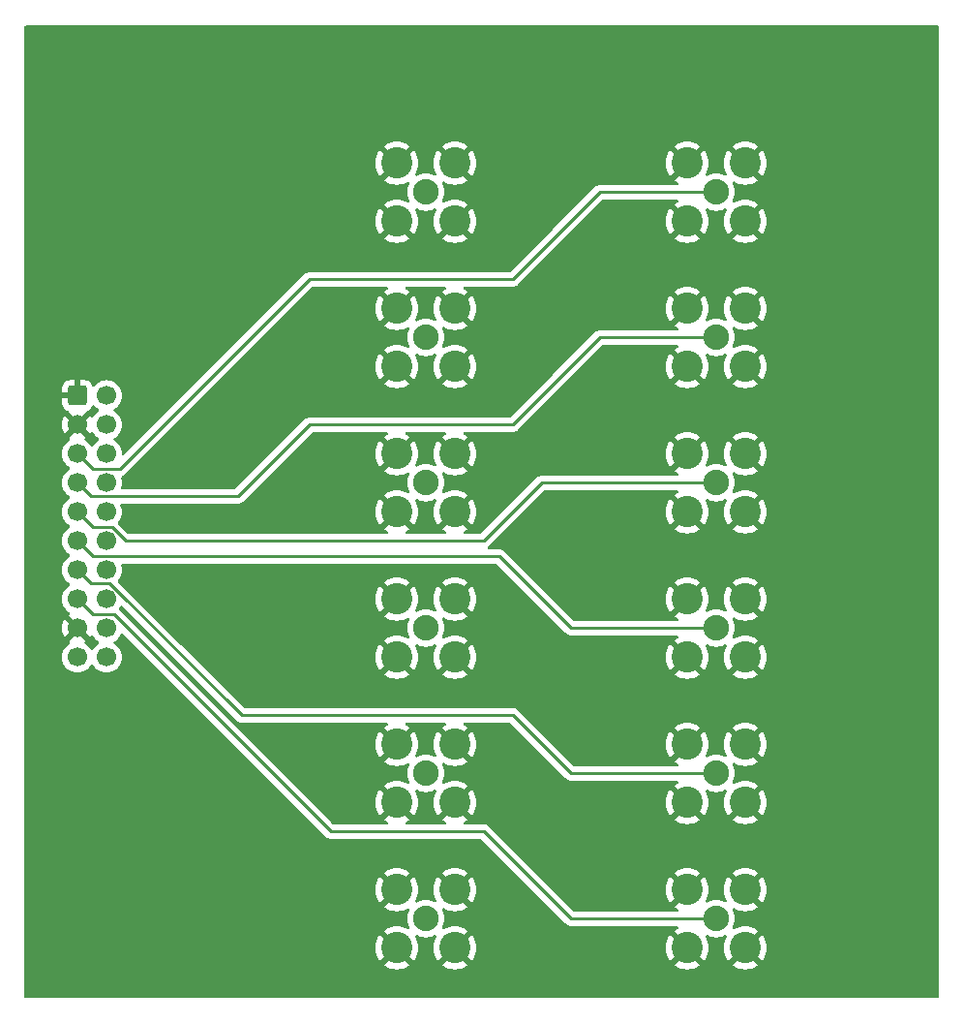
<source format=gbr>
%TF.GenerationSoftware,KiCad,Pcbnew,7.0.7*%
%TF.CreationDate,2023-12-18T11:14:39+01:00*%
%TF.ProjectId,PureDevices_IO_Expander,50757265-4465-4766-9963-65735f494f5f,rev?*%
%TF.SameCoordinates,Original*%
%TF.FileFunction,Copper,L2,Bot*%
%TF.FilePolarity,Positive*%
%FSLAX46Y46*%
G04 Gerber Fmt 4.6, Leading zero omitted, Abs format (unit mm)*
G04 Created by KiCad (PCBNEW 7.0.7) date 2023-12-18 11:14:39*
%MOMM*%
%LPD*%
G01*
G04 APERTURE LIST*
G04 Aperture macros list*
%AMRoundRect*
0 Rectangle with rounded corners*
0 $1 Rounding radius*
0 $2 $3 $4 $5 $6 $7 $8 $9 X,Y pos of 4 corners*
0 Add a 4 corners polygon primitive as box body*
4,1,4,$2,$3,$4,$5,$6,$7,$8,$9,$2,$3,0*
0 Add four circle primitives for the rounded corners*
1,1,$1+$1,$2,$3*
1,1,$1+$1,$4,$5*
1,1,$1+$1,$6,$7*
1,1,$1+$1,$8,$9*
0 Add four rect primitives between the rounded corners*
20,1,$1+$1,$2,$3,$4,$5,0*
20,1,$1+$1,$4,$5,$6,$7,0*
20,1,$1+$1,$6,$7,$8,$9,0*
20,1,$1+$1,$8,$9,$2,$3,0*%
G04 Aperture macros list end*
%TA.AperFunction,ComponentPad*%
%ADD10C,2.740000*%
%TD*%
%TA.AperFunction,ComponentPad*%
%ADD11C,2.240000*%
%TD*%
%TA.AperFunction,ComponentPad*%
%ADD12C,1.700000*%
%TD*%
%TA.AperFunction,ComponentPad*%
%ADD13RoundRect,0.250000X-0.600000X-0.600000X0.600000X-0.600000X0.600000X0.600000X-0.600000X0.600000X0*%
%TD*%
%TA.AperFunction,ViaPad*%
%ADD14C,6.400000*%
%TD*%
%TA.AperFunction,Conductor*%
%ADD15C,0.250000*%
%TD*%
G04 APERTURE END LIST*
D10*
%TO.P,J12,2,Ext1*%
%TO.N,/GND*%
X99060000Y-38100000D03*
X93980000Y-38100000D03*
X99060000Y-33020000D03*
X93980000Y-33020000D03*
D11*
%TO.P,J12,1,In1*%
%TO.N,/OUT6*%
X96520000Y-35560000D03*
%TD*%
D10*
%TO.P,J11,2,Ext1*%
%TO.N,/GND*%
X99060000Y-50800000D03*
X93980000Y-50800000D03*
X99060000Y-45720000D03*
X93980000Y-45720000D03*
D11*
%TO.P,J11,1,In1*%
%TO.N,/OUT5*%
X96520000Y-48260000D03*
%TD*%
D10*
%TO.P,J10,2,Ext1*%
%TO.N,/GND*%
X99060000Y-63500000D03*
X93980000Y-63500000D03*
X99060000Y-58420000D03*
X93980000Y-58420000D03*
D11*
%TO.P,J10,1,In1*%
%TO.N,/OUT4*%
X96520000Y-60960000D03*
%TD*%
D10*
%TO.P,J9,2,Ext1*%
%TO.N,/GND*%
X99060000Y-76200000D03*
X93980000Y-76200000D03*
X99060000Y-71120000D03*
X93980000Y-71120000D03*
D11*
%TO.P,J9,1,In1*%
%TO.N,/OUT3*%
X96520000Y-73660000D03*
%TD*%
%TO.P,J8,1,In1*%
%TO.N,/OUT2*%
X96520000Y-86360000D03*
D10*
%TO.P,J8,2,Ext1*%
%TO.N,/GND*%
X93980000Y-83820000D03*
X99060000Y-83820000D03*
X93980000Y-88900000D03*
X99060000Y-88900000D03*
%TD*%
%TO.P,J7,2,Ext1*%
%TO.N,/GND*%
X99060000Y-101600000D03*
X93980000Y-101600000D03*
X99060000Y-96520000D03*
X93980000Y-96520000D03*
D11*
%TO.P,J7,1,In1*%
%TO.N,/OUT1*%
X96520000Y-99060000D03*
%TD*%
D10*
%TO.P,J6,2,Ext1*%
%TO.N,/GND*%
X73660000Y-38100000D03*
X68580000Y-38100000D03*
X73660000Y-33020000D03*
X68580000Y-33020000D03*
D11*
%TO.P,J6,1,In1*%
%TO.N,/In6*%
X71120000Y-35560000D03*
%TD*%
D10*
%TO.P,J5,2,Ext1*%
%TO.N,/GND*%
X73660000Y-50800000D03*
X68580000Y-50800000D03*
X73660000Y-45720000D03*
X68580000Y-45720000D03*
D11*
%TO.P,J5,1,In1*%
%TO.N,/In5*%
X71120000Y-48260000D03*
%TD*%
D10*
%TO.P,J4,2,Ext1*%
%TO.N,/GND*%
X73660000Y-63500000D03*
X68580000Y-63500000D03*
X73660000Y-58420000D03*
X68580000Y-58420000D03*
D11*
%TO.P,J4,1,In1*%
%TO.N,/In4*%
X71120000Y-60960000D03*
%TD*%
D10*
%TO.P,J3,2,Ext1*%
%TO.N,/GND*%
X73660000Y-76200000D03*
X68580000Y-76200000D03*
X73660000Y-71120000D03*
X68580000Y-71120000D03*
D11*
%TO.P,J3,1,In1*%
%TO.N,/In3*%
X71120000Y-73660000D03*
%TD*%
D10*
%TO.P,J2,2,Ext1*%
%TO.N,/GND*%
X73660000Y-88900000D03*
X68580000Y-88900000D03*
X73660000Y-83820000D03*
X68580000Y-83820000D03*
D11*
%TO.P,J2,1,In1*%
%TO.N,/In2*%
X71120000Y-86360000D03*
%TD*%
D10*
%TO.P,J1,2,Ext1*%
%TO.N,/GND*%
X73660000Y-101600000D03*
X68580000Y-101600000D03*
X73660000Y-96520000D03*
X68580000Y-96520000D03*
D11*
%TO.P,J1,1,In1*%
%TO.N,/In1*%
X71120000Y-99060000D03*
%TD*%
D12*
%TO.P,J0,20,Pin_20*%
%TO.N,/In1*%
X43180000Y-76200000D03*
%TO.P,J0,19,Pin_19*%
%TO.N,/3.3*%
X40640000Y-76200000D03*
%TO.P,J0,18,Pin_18*%
%TO.N,/In2*%
X43180000Y-73660000D03*
%TO.P,J0,17,Pin_17*%
%TO.N,/GND*%
X40640000Y-73660000D03*
%TO.P,J0,16,Pin_16*%
%TO.N,/In3*%
X43180000Y-71120000D03*
%TO.P,J0,15,Pin_15*%
%TO.N,/OUT1*%
X40640000Y-71120000D03*
%TO.P,J0,14,Pin_14*%
%TO.N,/GND*%
X43180000Y-68580000D03*
%TO.P,J0,13,Pin_13*%
%TO.N,/OUT2*%
X40640000Y-68580000D03*
%TO.P,J0,12,Pin_12*%
%TO.N,/GND*%
X43180000Y-66040000D03*
%TO.P,J0,11,Pin_11*%
%TO.N,/OUT3*%
X40640000Y-66040000D03*
%TO.P,J0,10,Pin_10*%
%TO.N,/GND*%
X43180000Y-63500000D03*
%TO.P,J0,9,Pin_9*%
%TO.N,/OUT4*%
X40640000Y-63500000D03*
%TO.P,J0,8,Pin_8*%
%TO.N,/GND*%
X43180000Y-60960000D03*
%TO.P,J0,7,Pin_7*%
%TO.N,/OUT5*%
X40640000Y-60960000D03*
%TO.P,J0,6,Pin_6*%
%TO.N,/In4*%
X43180000Y-58420000D03*
%TO.P,J0,5,Pin_5*%
%TO.N,/OUT6*%
X40640000Y-58420000D03*
%TO.P,J0,4,Pin_4*%
%TO.N,/In5*%
X43180000Y-55880000D03*
%TO.P,J0,3,Pin_3*%
%TO.N,/GND*%
X40640000Y-55880000D03*
%TO.P,J0,2,Pin_2*%
%TO.N,/In6*%
X43180000Y-53340000D03*
D13*
%TO.P,J0,1,Pin_1*%
%TO.N,/GND*%
X40640000Y-53340000D03*
%TD*%
D14*
%TO.N,/GND*%
X111760000Y-101600000D03*
X111760000Y-25400000D03*
X40640000Y-25400000D03*
X40640000Y-101600000D03*
%TD*%
D15*
%TO.N,/OUT4*%
X43666701Y-64865000D02*
X42005000Y-64865000D01*
X44841701Y-66040000D02*
X43666701Y-64865000D01*
X76200000Y-66040000D02*
X44841701Y-66040000D01*
X81280000Y-60960000D02*
X76200000Y-66040000D01*
X96520000Y-60960000D02*
X81280000Y-60960000D01*
X42005000Y-64865000D02*
X40640000Y-63500000D01*
%TO.N,/OUT1*%
X83820000Y-99060000D02*
X76200000Y-91440000D01*
%TO.N,/OUT5*%
X78740000Y-55880000D02*
X60960000Y-55880000D01*
%TO.N,/OUT6*%
X78740000Y-43180000D02*
X60960000Y-43180000D01*
%TO.N,/OUT3*%
X83820000Y-73660000D02*
X77565000Y-67405000D01*
%TO.N,/OUT2*%
X83820000Y-86360000D02*
X78740000Y-81280000D01*
X78740000Y-81280000D02*
X55001701Y-81280000D01*
%TO.N,/OUT5*%
X86360000Y-48260000D02*
X78740000Y-55880000D01*
%TO.N,/OUT6*%
X86360000Y-35560000D02*
X78740000Y-43180000D01*
%TO.N,/OUT1*%
X96520000Y-99060000D02*
X83820000Y-99060000D01*
%TO.N,/OUT2*%
X96520000Y-86360000D02*
X83820000Y-86360000D01*
%TO.N,/OUT3*%
X96520000Y-73660000D02*
X83820000Y-73660000D01*
%TO.N,/OUT5*%
X41815000Y-62135000D02*
X40640000Y-60960000D01*
X54705000Y-62135000D02*
X41815000Y-62135000D01*
X60960000Y-55880000D02*
X54705000Y-62135000D01*
%TO.N,/OUT6*%
X96520000Y-35560000D02*
X86360000Y-35560000D01*
%TO.N,/OUT1*%
X42005000Y-72485000D02*
X40640000Y-71120000D01*
X62811701Y-91440000D02*
X43856701Y-72485000D01*
X76200000Y-91440000D02*
X62811701Y-91440000D01*
X43856701Y-72485000D02*
X42005000Y-72485000D01*
%TO.N,/OUT2*%
X41815000Y-69755000D02*
X40640000Y-68580000D01*
X43476701Y-69755000D02*
X41815000Y-69755000D01*
X55001701Y-81280000D02*
X43476701Y-69755000D01*
%TO.N,/OUT3*%
X77565000Y-67405000D02*
X42005000Y-67405000D01*
X42005000Y-67405000D02*
X40640000Y-66040000D01*
%TO.N,/OUT5*%
X96520000Y-48260000D02*
X86360000Y-48260000D01*
%TO.N,/OUT6*%
X42005000Y-59785000D02*
X40640000Y-58420000D01*
X44355000Y-59785000D02*
X42005000Y-59785000D01*
X60960000Y-43180000D02*
X44355000Y-59785000D01*
%TD*%
%TA.AperFunction,Conductor*%
%TO.N,/GND*%
G36*
X44548769Y-71715376D02*
G01*
X44568587Y-71731476D01*
X49540515Y-76703405D01*
X54500898Y-81663788D01*
X54510723Y-81676051D01*
X54510944Y-81675869D01*
X54515915Y-81681878D01*
X54541918Y-81706295D01*
X54566336Y-81729226D01*
X54587230Y-81750120D01*
X54592712Y-81754373D01*
X54597144Y-81758157D01*
X54631119Y-81790062D01*
X54648677Y-81799714D01*
X54664936Y-81810395D01*
X54680765Y-81822673D01*
X54723539Y-81841182D01*
X54728757Y-81843738D01*
X54769609Y-81866197D01*
X54789017Y-81871180D01*
X54807418Y-81877480D01*
X54825805Y-81885437D01*
X54869189Y-81892308D01*
X54871820Y-81892725D01*
X54877540Y-81893909D01*
X54922682Y-81905500D01*
X54942717Y-81905500D01*
X54962115Y-81907026D01*
X54981895Y-81910159D01*
X54981896Y-81910160D01*
X54981896Y-81910159D01*
X54981897Y-81910160D01*
X55028284Y-81905775D01*
X55034123Y-81905500D01*
X67698378Y-81905500D01*
X67765417Y-81925185D01*
X67811172Y-81977989D01*
X67821116Y-82047147D01*
X67792091Y-82110703D01*
X67757805Y-82138332D01*
X67566424Y-82242833D01*
X67566416Y-82242838D01*
X67446305Y-82332751D01*
X68070254Y-82956700D01*
X68103739Y-83018023D01*
X68098755Y-83087715D01*
X68065444Y-83132589D01*
X68067450Y-83134707D01*
X67928342Y-83266476D01*
X67913953Y-83287698D01*
X67911161Y-83291818D01*
X67909347Y-83294493D01*
X67855433Y-83338933D01*
X67786050Y-83347171D01*
X67723228Y-83316590D01*
X67719033Y-83312586D01*
X67092752Y-82686305D01*
X67092751Y-82686305D01*
X67002838Y-82806416D01*
X67002833Y-82806424D01*
X66874645Y-83041183D01*
X66874643Y-83041187D01*
X66781163Y-83291818D01*
X66724307Y-83553182D01*
X66724306Y-83553189D01*
X66705223Y-83819998D01*
X66705223Y-83820001D01*
X66724306Y-84086810D01*
X66724307Y-84086817D01*
X66781163Y-84348181D01*
X66874643Y-84598812D01*
X66874645Y-84598816D01*
X67002833Y-84833575D01*
X67002838Y-84833583D01*
X67092751Y-84953692D01*
X67092752Y-84953693D01*
X67719476Y-84326969D01*
X67780799Y-84293484D01*
X67850490Y-84298468D01*
X67901664Y-84334373D01*
X67992009Y-84440735D01*
X68061191Y-84493326D01*
X68102647Y-84549564D01*
X68107118Y-84619291D01*
X68073830Y-84679721D01*
X67446305Y-85307245D01*
X67446305Y-85307246D01*
X67566423Y-85397165D01*
X67566424Y-85397166D01*
X67801183Y-85525354D01*
X67801187Y-85525356D01*
X68051818Y-85618836D01*
X68313182Y-85675692D01*
X68313189Y-85675693D01*
X68579999Y-85694777D01*
X68580001Y-85694777D01*
X68846810Y-85675693D01*
X68846817Y-85675692D01*
X69108181Y-85618836D01*
X69358812Y-85525356D01*
X69358816Y-85525354D01*
X69509912Y-85442849D01*
X69578184Y-85427997D01*
X69643649Y-85452413D01*
X69685521Y-85508347D01*
X69690505Y-85578038D01*
X69675071Y-85616463D01*
X69671659Y-85622030D01*
X69671656Y-85622036D01*
X69574049Y-85857681D01*
X69574044Y-85857698D01*
X69514502Y-86105710D01*
X69494489Y-86360000D01*
X69514502Y-86614289D01*
X69574044Y-86862301D01*
X69574049Y-86862318D01*
X69671656Y-87097963D01*
X69671658Y-87097966D01*
X69675068Y-87103531D01*
X69693310Y-87170977D01*
X69672193Y-87237579D01*
X69618420Y-87282191D01*
X69549064Y-87290649D01*
X69509912Y-87277150D01*
X69358816Y-87194645D01*
X69358812Y-87194643D01*
X69108181Y-87101163D01*
X68846817Y-87044307D01*
X68846810Y-87044306D01*
X68580001Y-87025223D01*
X68579999Y-87025223D01*
X68313189Y-87044306D01*
X68313182Y-87044307D01*
X68051818Y-87101163D01*
X67801187Y-87194643D01*
X67801183Y-87194645D01*
X67566424Y-87322833D01*
X67566416Y-87322838D01*
X67446305Y-87412751D01*
X68070254Y-88036700D01*
X68103739Y-88098023D01*
X68098755Y-88167715D01*
X68065444Y-88212589D01*
X68067450Y-88214707D01*
X67928342Y-88346476D01*
X67913953Y-88367698D01*
X67911161Y-88371818D01*
X67909347Y-88374493D01*
X67855433Y-88418933D01*
X67786050Y-88427171D01*
X67723228Y-88396590D01*
X67719033Y-88392586D01*
X67092752Y-87766305D01*
X67092751Y-87766305D01*
X67002838Y-87886416D01*
X67002833Y-87886424D01*
X66874645Y-88121183D01*
X66874643Y-88121187D01*
X66781163Y-88371818D01*
X66724307Y-88633182D01*
X66724306Y-88633189D01*
X66705223Y-88899998D01*
X66705223Y-88900001D01*
X66724306Y-89166810D01*
X66724307Y-89166817D01*
X66781163Y-89428181D01*
X66874643Y-89678812D01*
X66874645Y-89678816D01*
X67002833Y-89913575D01*
X67002838Y-89913583D01*
X67092751Y-90033692D01*
X67092752Y-90033693D01*
X67719476Y-89406969D01*
X67780799Y-89373484D01*
X67850490Y-89378468D01*
X67901664Y-89414373D01*
X67992009Y-89520735D01*
X68061191Y-89573326D01*
X68102647Y-89629564D01*
X68107118Y-89699291D01*
X68073830Y-89759721D01*
X67446305Y-90387245D01*
X67446305Y-90387246D01*
X67566423Y-90477165D01*
X67566424Y-90477166D01*
X67757805Y-90581668D01*
X67807210Y-90631073D01*
X67822062Y-90699346D01*
X67797645Y-90764810D01*
X67741712Y-90806682D01*
X67698378Y-90814500D01*
X63122153Y-90814500D01*
X63055114Y-90794815D01*
X63034472Y-90778181D01*
X44357504Y-72101212D01*
X44347681Y-72088950D01*
X44347460Y-72089134D01*
X44342487Y-72083123D01*
X44307235Y-72050019D01*
X44271841Y-71989778D01*
X44274633Y-71919965D01*
X44290542Y-71888506D01*
X44354035Y-71797830D01*
X44368527Y-71766751D01*
X44414694Y-71714316D01*
X44481887Y-71695162D01*
X44548769Y-71715376D01*
G37*
%TD.AperFunction*%
%TA.AperFunction,Conductor*%
G36*
X71997571Y-87807801D02*
G01*
X72042187Y-87861571D01*
X72050651Y-87930926D01*
X72037150Y-87970087D01*
X71954645Y-88121183D01*
X71954643Y-88121187D01*
X71861163Y-88371818D01*
X71804307Y-88633182D01*
X71804306Y-88633189D01*
X71785223Y-88899998D01*
X71785223Y-88900001D01*
X71804306Y-89166810D01*
X71804307Y-89166817D01*
X71861163Y-89428181D01*
X71954643Y-89678812D01*
X71954645Y-89678816D01*
X72082833Y-89913575D01*
X72082838Y-89913583D01*
X72172751Y-90033692D01*
X72172752Y-90033693D01*
X72799476Y-89406969D01*
X72860799Y-89373484D01*
X72930490Y-89378468D01*
X72981664Y-89414373D01*
X73072009Y-89520735D01*
X73141191Y-89573326D01*
X73182647Y-89629564D01*
X73187118Y-89699291D01*
X73153830Y-89759721D01*
X72526305Y-90387245D01*
X72526305Y-90387246D01*
X72646423Y-90477165D01*
X72646424Y-90477166D01*
X72837805Y-90581668D01*
X72887210Y-90631073D01*
X72902062Y-90699346D01*
X72877645Y-90764810D01*
X72821712Y-90806682D01*
X72778378Y-90814500D01*
X69461622Y-90814500D01*
X69394583Y-90794815D01*
X69348828Y-90742011D01*
X69338884Y-90672853D01*
X69367909Y-90609297D01*
X69402195Y-90581668D01*
X69593584Y-90477161D01*
X69713692Y-90387247D01*
X69713693Y-90387246D01*
X69089745Y-89763299D01*
X69056260Y-89701976D01*
X69061244Y-89632285D01*
X69094609Y-89587466D01*
X69092550Y-89585292D01*
X69097429Y-89580669D01*
X69097431Y-89580669D01*
X69231658Y-89453523D01*
X69250652Y-89425508D01*
X69304562Y-89381067D01*
X69373944Y-89372827D01*
X69436767Y-89403405D01*
X69440966Y-89407413D01*
X70067246Y-90033693D01*
X70067247Y-90033692D01*
X70157161Y-89913584D01*
X70285354Y-89678816D01*
X70285356Y-89678812D01*
X70378836Y-89428181D01*
X70435692Y-89166817D01*
X70435693Y-89166810D01*
X70454777Y-88900001D01*
X70454777Y-88899998D01*
X70435693Y-88633189D01*
X70435692Y-88633182D01*
X70378836Y-88371818D01*
X70285356Y-88121187D01*
X70285354Y-88121183D01*
X70202849Y-87970087D01*
X70187997Y-87901814D01*
X70212414Y-87836350D01*
X70268347Y-87794478D01*
X70338039Y-87789494D01*
X70376471Y-87804933D01*
X70382033Y-87808341D01*
X70382036Y-87808343D01*
X70617681Y-87905950D01*
X70617683Y-87905950D01*
X70617689Y-87905953D01*
X70865714Y-87965498D01*
X71120000Y-87985511D01*
X71374286Y-87965498D01*
X71622311Y-87905953D01*
X71729459Y-87861571D01*
X71857963Y-87808343D01*
X71857964Y-87808341D01*
X71857967Y-87808341D01*
X71863523Y-87804935D01*
X71930968Y-87786688D01*
X71997571Y-87807801D01*
G37*
%TD.AperFunction*%
%TA.AperFunction,Conductor*%
G36*
X72845417Y-81925185D02*
G01*
X72891172Y-81977989D01*
X72901116Y-82047147D01*
X72872091Y-82110703D01*
X72837805Y-82138332D01*
X72646424Y-82242833D01*
X72646416Y-82242838D01*
X72526305Y-82332751D01*
X73150254Y-82956700D01*
X73183739Y-83018023D01*
X73178755Y-83087715D01*
X73145444Y-83132589D01*
X73147450Y-83134707D01*
X73008342Y-83266476D01*
X72993953Y-83287698D01*
X72991161Y-83291818D01*
X72989347Y-83294493D01*
X72935433Y-83338933D01*
X72866050Y-83347171D01*
X72803228Y-83316590D01*
X72799033Y-83312586D01*
X72172752Y-82686305D01*
X72172751Y-82686305D01*
X72082838Y-82806416D01*
X72082833Y-82806424D01*
X71954645Y-83041183D01*
X71954643Y-83041187D01*
X71861163Y-83291818D01*
X71804307Y-83553182D01*
X71804306Y-83553189D01*
X71785223Y-83819998D01*
X71785223Y-83820001D01*
X71804306Y-84086810D01*
X71804307Y-84086817D01*
X71861163Y-84348181D01*
X71954643Y-84598812D01*
X71954645Y-84598816D01*
X72037150Y-84749912D01*
X72052002Y-84818185D01*
X72027585Y-84883649D01*
X71971652Y-84925521D01*
X71901960Y-84930505D01*
X71863531Y-84915068D01*
X71857966Y-84911658D01*
X71857963Y-84911656D01*
X71622318Y-84814049D01*
X71622301Y-84814044D01*
X71374289Y-84754502D01*
X71120000Y-84734489D01*
X70865710Y-84754502D01*
X70617698Y-84814044D01*
X70617681Y-84814049D01*
X70382036Y-84911656D01*
X70382030Y-84911659D01*
X70376463Y-84915071D01*
X70309016Y-84933310D01*
X70242415Y-84912190D01*
X70197806Y-84858414D01*
X70189351Y-84789058D01*
X70202849Y-84749912D01*
X70285354Y-84598816D01*
X70285356Y-84598812D01*
X70378836Y-84348181D01*
X70435692Y-84086817D01*
X70435693Y-84086810D01*
X70454777Y-83820001D01*
X70454777Y-83819998D01*
X70435693Y-83553189D01*
X70435692Y-83553182D01*
X70378836Y-83291818D01*
X70285356Y-83041187D01*
X70285354Y-83041183D01*
X70157166Y-82806424D01*
X70157165Y-82806423D01*
X70067246Y-82686305D01*
X69440523Y-83313029D01*
X69379200Y-83346514D01*
X69309508Y-83341530D01*
X69258334Y-83305624D01*
X69167990Y-83199264D01*
X69098808Y-83146672D01*
X69057351Y-83090430D01*
X69052882Y-83020704D01*
X69086169Y-82960276D01*
X69713693Y-82332752D01*
X69713692Y-82332751D01*
X69593583Y-82242838D01*
X69593575Y-82242833D01*
X69402195Y-82138332D01*
X69352790Y-82088927D01*
X69337938Y-82020654D01*
X69362355Y-81955190D01*
X69418288Y-81913318D01*
X69461622Y-81905500D01*
X72778378Y-81905500D01*
X72845417Y-81925185D01*
G37*
%TD.AperFunction*%
%TA.AperFunction,Conductor*%
G36*
X41242470Y-73909363D02*
G01*
X41248949Y-73915396D01*
X41754925Y-74421373D01*
X41808119Y-74345405D01*
X41862696Y-74301781D01*
X41932195Y-74294588D01*
X41994549Y-74326110D01*
X42011269Y-74345405D01*
X42141505Y-74531401D01*
X42141506Y-74531402D01*
X42308597Y-74698493D01*
X42308603Y-74698498D01*
X42494158Y-74828425D01*
X42537783Y-74883002D01*
X42544977Y-74952500D01*
X42513454Y-75014855D01*
X42494158Y-75031575D01*
X42308597Y-75161505D01*
X42141508Y-75328594D01*
X42011574Y-75514159D01*
X41956997Y-75557784D01*
X41887498Y-75564976D01*
X41825144Y-75533454D01*
X41808424Y-75514158D01*
X41807325Y-75512589D01*
X41693480Y-75350000D01*
X41678494Y-75328597D01*
X41511402Y-75161506D01*
X41511401Y-75161505D01*
X41325405Y-75031269D01*
X41281781Y-74976692D01*
X41274588Y-74907193D01*
X41306110Y-74844839D01*
X41325405Y-74828119D01*
X41401373Y-74774925D01*
X40899116Y-74272669D01*
X40865631Y-74211346D01*
X40870615Y-74141655D01*
X40907640Y-74092193D01*
X40906398Y-74090759D01*
X40939730Y-74061877D01*
X41021761Y-73990798D01*
X41056954Y-73936037D01*
X41109755Y-73890283D01*
X41178914Y-73880339D01*
X41242470Y-73909363D01*
G37*
%TD.AperFunction*%
%TA.AperFunction,Conductor*%
G36*
X67765417Y-56525185D02*
G01*
X67811172Y-56577989D01*
X67821116Y-56647147D01*
X67792091Y-56710703D01*
X67757805Y-56738332D01*
X67566424Y-56842833D01*
X67566416Y-56842838D01*
X67446305Y-56932751D01*
X68070254Y-57556700D01*
X68103739Y-57618023D01*
X68098755Y-57687715D01*
X68065444Y-57732589D01*
X68067450Y-57734707D01*
X67928342Y-57866476D01*
X67913953Y-57887698D01*
X67911161Y-57891818D01*
X67909347Y-57894493D01*
X67855433Y-57938933D01*
X67786050Y-57947171D01*
X67723228Y-57916590D01*
X67719033Y-57912586D01*
X67092752Y-57286305D01*
X67092751Y-57286305D01*
X67002838Y-57406416D01*
X67002833Y-57406424D01*
X66874645Y-57641183D01*
X66874643Y-57641187D01*
X66781163Y-57891818D01*
X66724307Y-58153182D01*
X66724306Y-58153189D01*
X66705223Y-58419998D01*
X66705223Y-58420001D01*
X66724306Y-58686810D01*
X66724307Y-58686817D01*
X66781163Y-58948181D01*
X66874643Y-59198812D01*
X66874645Y-59198816D01*
X67002833Y-59433575D01*
X67002838Y-59433583D01*
X67092751Y-59553692D01*
X67092752Y-59553693D01*
X67719476Y-58926969D01*
X67780799Y-58893484D01*
X67850490Y-58898468D01*
X67901664Y-58934373D01*
X67992009Y-59040735D01*
X68061191Y-59093326D01*
X68102647Y-59149564D01*
X68107118Y-59219291D01*
X68073830Y-59279721D01*
X67446305Y-59907245D01*
X67446305Y-59907246D01*
X67566423Y-59997165D01*
X67566424Y-59997166D01*
X67801183Y-60125354D01*
X67801187Y-60125356D01*
X68051818Y-60218836D01*
X68313182Y-60275692D01*
X68313189Y-60275693D01*
X68579999Y-60294777D01*
X68580001Y-60294777D01*
X68846810Y-60275693D01*
X68846817Y-60275692D01*
X69108181Y-60218836D01*
X69358812Y-60125356D01*
X69358816Y-60125354D01*
X69509912Y-60042849D01*
X69578184Y-60027997D01*
X69643649Y-60052413D01*
X69685521Y-60108347D01*
X69690505Y-60178038D01*
X69675071Y-60216463D01*
X69671659Y-60222030D01*
X69671656Y-60222036D01*
X69574049Y-60457681D01*
X69574044Y-60457698D01*
X69514502Y-60705710D01*
X69494489Y-60960000D01*
X69514502Y-61214289D01*
X69574044Y-61462301D01*
X69574049Y-61462318D01*
X69671656Y-61697963D01*
X69671658Y-61697966D01*
X69675068Y-61703531D01*
X69693310Y-61770977D01*
X69672193Y-61837579D01*
X69618420Y-61882191D01*
X69549064Y-61890649D01*
X69509912Y-61877150D01*
X69358816Y-61794645D01*
X69358812Y-61794643D01*
X69108181Y-61701163D01*
X68846817Y-61644307D01*
X68846810Y-61644306D01*
X68580001Y-61625223D01*
X68579999Y-61625223D01*
X68313189Y-61644306D01*
X68313182Y-61644307D01*
X68051818Y-61701163D01*
X67801187Y-61794643D01*
X67801183Y-61794645D01*
X67566424Y-61922833D01*
X67566416Y-61922838D01*
X67446305Y-62012751D01*
X68070254Y-62636700D01*
X68103739Y-62698023D01*
X68098755Y-62767715D01*
X68065444Y-62812589D01*
X68067450Y-62814707D01*
X67928342Y-62946476D01*
X67913953Y-62967698D01*
X67911161Y-62971818D01*
X67909347Y-62974493D01*
X67855433Y-63018933D01*
X67786050Y-63027171D01*
X67723228Y-62996590D01*
X67719033Y-62992586D01*
X67092752Y-62366305D01*
X67092751Y-62366305D01*
X67002838Y-62486416D01*
X67002833Y-62486424D01*
X66874645Y-62721183D01*
X66874643Y-62721187D01*
X66781163Y-62971818D01*
X66724307Y-63233182D01*
X66724306Y-63233189D01*
X66705223Y-63499998D01*
X66705223Y-63500001D01*
X66724306Y-63766810D01*
X66724307Y-63766817D01*
X66781163Y-64028181D01*
X66874643Y-64278812D01*
X66874645Y-64278816D01*
X67002833Y-64513575D01*
X67002838Y-64513583D01*
X67092751Y-64633692D01*
X67092752Y-64633693D01*
X67719476Y-64006969D01*
X67780799Y-63973484D01*
X67850490Y-63978468D01*
X67901664Y-64014373D01*
X67992009Y-64120735D01*
X68061191Y-64173326D01*
X68102647Y-64229564D01*
X68107118Y-64299291D01*
X68073830Y-64359721D01*
X67446305Y-64987245D01*
X67446305Y-64987246D01*
X67566423Y-65077165D01*
X67566424Y-65077166D01*
X67757805Y-65181668D01*
X67807210Y-65231073D01*
X67822062Y-65299346D01*
X67797645Y-65364810D01*
X67741712Y-65406682D01*
X67698378Y-65414500D01*
X45152153Y-65414500D01*
X45085114Y-65394815D01*
X45064472Y-65378181D01*
X44225116Y-64538824D01*
X44191631Y-64477501D01*
X44196615Y-64407809D01*
X44215310Y-64375727D01*
X44215004Y-64375513D01*
X44217577Y-64371837D01*
X44217818Y-64371425D01*
X44218110Y-64371076D01*
X44353600Y-64177578D01*
X44453429Y-63963492D01*
X44453433Y-63963483D01*
X44514567Y-63735326D01*
X44514569Y-63735315D01*
X44535157Y-63500001D01*
X44535157Y-63499998D01*
X44514569Y-63264684D01*
X44514567Y-63264673D01*
X44453433Y-63036516D01*
X44453430Y-63036507D01*
X44406984Y-62936905D01*
X44396492Y-62867828D01*
X44425011Y-62804044D01*
X44483488Y-62765804D01*
X44519366Y-62760500D01*
X54622257Y-62760500D01*
X54637877Y-62762224D01*
X54637904Y-62761939D01*
X54645660Y-62762671D01*
X54645667Y-62762673D01*
X54714814Y-62760500D01*
X54744350Y-62760500D01*
X54751228Y-62759630D01*
X54757041Y-62759172D01*
X54803627Y-62757709D01*
X54822869Y-62752117D01*
X54841912Y-62748174D01*
X54861792Y-62745664D01*
X54905122Y-62728507D01*
X54910646Y-62726617D01*
X54914396Y-62725527D01*
X54955390Y-62713618D01*
X54972629Y-62703422D01*
X54990103Y-62694862D01*
X55008727Y-62687488D01*
X55008727Y-62687487D01*
X55008732Y-62687486D01*
X55046449Y-62660082D01*
X55051305Y-62656892D01*
X55091420Y-62633170D01*
X55105589Y-62618999D01*
X55120379Y-62606368D01*
X55136587Y-62594594D01*
X55166299Y-62558676D01*
X55170212Y-62554376D01*
X61182771Y-56541819D01*
X61244095Y-56508334D01*
X61270453Y-56505500D01*
X67698378Y-56505500D01*
X67765417Y-56525185D01*
G37*
%TD.AperFunction*%
%TA.AperFunction,Conductor*%
G36*
X71997571Y-62407801D02*
G01*
X72042187Y-62461571D01*
X72050651Y-62530926D01*
X72037150Y-62570087D01*
X71954645Y-62721183D01*
X71954643Y-62721187D01*
X71861163Y-62971818D01*
X71804307Y-63233182D01*
X71804306Y-63233189D01*
X71785223Y-63499998D01*
X71785223Y-63500001D01*
X71804306Y-63766810D01*
X71804307Y-63766817D01*
X71861163Y-64028181D01*
X71954643Y-64278812D01*
X71954645Y-64278816D01*
X72082833Y-64513575D01*
X72082838Y-64513583D01*
X72172751Y-64633692D01*
X72172752Y-64633693D01*
X72799476Y-64006969D01*
X72860799Y-63973484D01*
X72930490Y-63978468D01*
X72981664Y-64014373D01*
X73072009Y-64120735D01*
X73141191Y-64173326D01*
X73182647Y-64229564D01*
X73187118Y-64299291D01*
X73153830Y-64359721D01*
X72526305Y-64987245D01*
X72526305Y-64987246D01*
X72646423Y-65077165D01*
X72646424Y-65077166D01*
X72837805Y-65181668D01*
X72887210Y-65231073D01*
X72902062Y-65299346D01*
X72877645Y-65364810D01*
X72821712Y-65406682D01*
X72778378Y-65414500D01*
X69461622Y-65414500D01*
X69394583Y-65394815D01*
X69348828Y-65342011D01*
X69338884Y-65272853D01*
X69367909Y-65209297D01*
X69402195Y-65181668D01*
X69593584Y-65077161D01*
X69713692Y-64987247D01*
X69713693Y-64987246D01*
X69089745Y-64363299D01*
X69056260Y-64301976D01*
X69061244Y-64232285D01*
X69094609Y-64187466D01*
X69092550Y-64185292D01*
X69097429Y-64180669D01*
X69097431Y-64180669D01*
X69231658Y-64053523D01*
X69250652Y-64025508D01*
X69304562Y-63981067D01*
X69373944Y-63972827D01*
X69436767Y-64003405D01*
X69440966Y-64007413D01*
X70067246Y-64633693D01*
X70067247Y-64633692D01*
X70157161Y-64513584D01*
X70285354Y-64278816D01*
X70285356Y-64278812D01*
X70378836Y-64028181D01*
X70435692Y-63766817D01*
X70435693Y-63766810D01*
X70454777Y-63500001D01*
X70454777Y-63499998D01*
X70435693Y-63233189D01*
X70435692Y-63233182D01*
X70378836Y-62971818D01*
X70285356Y-62721187D01*
X70285354Y-62721183D01*
X70202849Y-62570087D01*
X70187997Y-62501814D01*
X70212414Y-62436350D01*
X70268347Y-62394478D01*
X70338039Y-62389494D01*
X70376471Y-62404933D01*
X70382033Y-62408341D01*
X70382036Y-62408343D01*
X70617681Y-62505950D01*
X70617683Y-62505950D01*
X70617689Y-62505953D01*
X70865714Y-62565498D01*
X71120000Y-62585511D01*
X71374286Y-62565498D01*
X71622311Y-62505953D01*
X71729618Y-62461505D01*
X71857963Y-62408343D01*
X71857964Y-62408341D01*
X71857967Y-62408341D01*
X71863523Y-62404935D01*
X71930968Y-62386688D01*
X71997571Y-62407801D01*
G37*
%TD.AperFunction*%
%TA.AperFunction,Conductor*%
G36*
X72845417Y-56525185D02*
G01*
X72891172Y-56577989D01*
X72901116Y-56647147D01*
X72872091Y-56710703D01*
X72837805Y-56738332D01*
X72646424Y-56842833D01*
X72646416Y-56842838D01*
X72526305Y-56932751D01*
X73150254Y-57556700D01*
X73183739Y-57618023D01*
X73178755Y-57687715D01*
X73145444Y-57732589D01*
X73147450Y-57734707D01*
X73008342Y-57866476D01*
X72993953Y-57887698D01*
X72991161Y-57891818D01*
X72989347Y-57894493D01*
X72935433Y-57938933D01*
X72866050Y-57947171D01*
X72803228Y-57916590D01*
X72799033Y-57912586D01*
X72172752Y-57286305D01*
X72172751Y-57286305D01*
X72082838Y-57406416D01*
X72082833Y-57406424D01*
X71954645Y-57641183D01*
X71954643Y-57641187D01*
X71861163Y-57891818D01*
X71804307Y-58153182D01*
X71804306Y-58153189D01*
X71785223Y-58419998D01*
X71785223Y-58420001D01*
X71804306Y-58686810D01*
X71804307Y-58686817D01*
X71861163Y-58948181D01*
X71954643Y-59198812D01*
X71954645Y-59198816D01*
X72037150Y-59349912D01*
X72052002Y-59418185D01*
X72027585Y-59483649D01*
X71971652Y-59525521D01*
X71901960Y-59530505D01*
X71863531Y-59515068D01*
X71857966Y-59511658D01*
X71857963Y-59511656D01*
X71622318Y-59414049D01*
X71622301Y-59414044D01*
X71374289Y-59354502D01*
X71120000Y-59334489D01*
X70865710Y-59354502D01*
X70617698Y-59414044D01*
X70617681Y-59414049D01*
X70382036Y-59511656D01*
X70382030Y-59511659D01*
X70376463Y-59515071D01*
X70309016Y-59533310D01*
X70242415Y-59512190D01*
X70197806Y-59458414D01*
X70189351Y-59389058D01*
X70202849Y-59349912D01*
X70285354Y-59198816D01*
X70285356Y-59198812D01*
X70378836Y-58948181D01*
X70435692Y-58686817D01*
X70435693Y-58686810D01*
X70454777Y-58420001D01*
X70454777Y-58419998D01*
X70435693Y-58153189D01*
X70435692Y-58153182D01*
X70378836Y-57891818D01*
X70285356Y-57641187D01*
X70285354Y-57641183D01*
X70157166Y-57406424D01*
X70157165Y-57406423D01*
X70067246Y-57286305D01*
X69440523Y-57913029D01*
X69379200Y-57946514D01*
X69309508Y-57941530D01*
X69258334Y-57905624D01*
X69167990Y-57799264D01*
X69098808Y-57746672D01*
X69057351Y-57690430D01*
X69052882Y-57620704D01*
X69086169Y-57560276D01*
X69713693Y-56932752D01*
X69713692Y-56932751D01*
X69593583Y-56842838D01*
X69593575Y-56842833D01*
X69402195Y-56738332D01*
X69352790Y-56688927D01*
X69337938Y-56620654D01*
X69362355Y-56555190D01*
X69418288Y-56513318D01*
X69461622Y-56505500D01*
X72778378Y-56505500D01*
X72845417Y-56525185D01*
G37*
%TD.AperFunction*%
%TA.AperFunction,Conductor*%
G36*
X41242470Y-56129363D02*
G01*
X41248949Y-56135396D01*
X41754925Y-56641373D01*
X41808119Y-56565405D01*
X41862696Y-56521781D01*
X41932195Y-56514588D01*
X41994549Y-56546110D01*
X42011269Y-56565405D01*
X42141505Y-56751401D01*
X42141506Y-56751402D01*
X42308597Y-56918493D01*
X42308603Y-56918498D01*
X42494158Y-57048425D01*
X42537783Y-57103002D01*
X42544977Y-57172500D01*
X42513454Y-57234855D01*
X42494158Y-57251575D01*
X42308597Y-57381505D01*
X42141505Y-57548597D01*
X42011575Y-57734158D01*
X41956998Y-57777783D01*
X41887500Y-57784977D01*
X41825145Y-57753454D01*
X41808425Y-57734158D01*
X41678494Y-57548597D01*
X41511402Y-57381506D01*
X41511401Y-57381505D01*
X41325405Y-57251269D01*
X41281781Y-57196692D01*
X41274588Y-57127193D01*
X41306110Y-57064839D01*
X41325405Y-57048119D01*
X41401373Y-56994925D01*
X40899116Y-56492669D01*
X40865631Y-56431346D01*
X40870615Y-56361655D01*
X40907640Y-56312193D01*
X40906398Y-56310759D01*
X40913100Y-56304952D01*
X41021761Y-56210798D01*
X41056954Y-56156037D01*
X41109755Y-56110283D01*
X41178914Y-56100339D01*
X41242470Y-56129363D01*
G37*
%TD.AperFunction*%
%TA.AperFunction,Conductor*%
G36*
X42100346Y-54178331D02*
G01*
X42137568Y-54207681D01*
X42137677Y-54207573D01*
X42138590Y-54208486D01*
X42139976Y-54209579D01*
X42141505Y-54211401D01*
X42308597Y-54378493D01*
X42308603Y-54378498D01*
X42494158Y-54508425D01*
X42537783Y-54563002D01*
X42544977Y-54632500D01*
X42513454Y-54694855D01*
X42494158Y-54711575D01*
X42308597Y-54841505D01*
X42141505Y-55008597D01*
X42011269Y-55194595D01*
X41956692Y-55238220D01*
X41887194Y-55245414D01*
X41824839Y-55213891D01*
X41808119Y-55194595D01*
X41754925Y-55118626D01*
X41754925Y-55118625D01*
X41248949Y-55624602D01*
X41187626Y-55658087D01*
X41117934Y-55653103D01*
X41062001Y-55611231D01*
X41056953Y-55603961D01*
X41021761Y-55549202D01*
X40906398Y-55449241D01*
X40908708Y-55446574D01*
X40874005Y-55406528D01*
X40864058Y-55337370D01*
X40893080Y-55273813D01*
X40899116Y-55267330D01*
X41405605Y-54760841D01*
X41416166Y-54708295D01*
X41464781Y-54658112D01*
X41486923Y-54648282D01*
X41559119Y-54624358D01*
X41559124Y-54624356D01*
X41708345Y-54532315D01*
X41832315Y-54408345D01*
X41924356Y-54259124D01*
X41924357Y-54259120D01*
X41927284Y-54250289D01*
X41967055Y-54192843D01*
X42031570Y-54166018D01*
X42100346Y-54178331D01*
G37*
%TD.AperFunction*%
%TA.AperFunction,Conductor*%
G36*
X72845417Y-43825185D02*
G01*
X72891172Y-43877989D01*
X72901116Y-43947147D01*
X72872091Y-44010703D01*
X72837805Y-44038332D01*
X72646424Y-44142833D01*
X72646416Y-44142838D01*
X72526305Y-44232751D01*
X73150254Y-44856700D01*
X73183739Y-44918023D01*
X73178755Y-44987715D01*
X73145444Y-45032589D01*
X73147450Y-45034707D01*
X73008342Y-45166476D01*
X72993953Y-45187698D01*
X72991161Y-45191818D01*
X72989347Y-45194493D01*
X72935433Y-45238933D01*
X72866050Y-45247171D01*
X72803228Y-45216590D01*
X72799033Y-45212586D01*
X72172752Y-44586305D01*
X72172751Y-44586305D01*
X72082838Y-44706416D01*
X72082833Y-44706424D01*
X71954645Y-44941183D01*
X71954643Y-44941187D01*
X71861163Y-45191818D01*
X71804307Y-45453182D01*
X71804306Y-45453189D01*
X71785223Y-45719998D01*
X71785223Y-45720001D01*
X71804306Y-45986810D01*
X71804307Y-45986817D01*
X71861163Y-46248181D01*
X71954643Y-46498812D01*
X71954645Y-46498816D01*
X72037150Y-46649912D01*
X72052002Y-46718185D01*
X72027585Y-46783649D01*
X71971652Y-46825521D01*
X71901960Y-46830505D01*
X71863531Y-46815068D01*
X71857966Y-46811658D01*
X71857963Y-46811656D01*
X71622318Y-46714049D01*
X71622301Y-46714044D01*
X71374289Y-46654502D01*
X71120000Y-46634489D01*
X70865710Y-46654502D01*
X70617698Y-46714044D01*
X70617681Y-46714049D01*
X70382036Y-46811656D01*
X70382030Y-46811659D01*
X70376463Y-46815071D01*
X70309016Y-46833310D01*
X70242415Y-46812190D01*
X70197806Y-46758414D01*
X70189351Y-46689058D01*
X70202849Y-46649912D01*
X70285354Y-46498816D01*
X70285356Y-46498812D01*
X70378836Y-46248181D01*
X70435692Y-45986817D01*
X70435693Y-45986810D01*
X70454777Y-45720001D01*
X70454777Y-45719998D01*
X70435693Y-45453189D01*
X70435692Y-45453182D01*
X70378836Y-45191818D01*
X70285356Y-44941187D01*
X70285354Y-44941183D01*
X70157166Y-44706424D01*
X70157165Y-44706423D01*
X70067246Y-44586305D01*
X69440523Y-45213029D01*
X69379200Y-45246514D01*
X69309508Y-45241530D01*
X69258334Y-45205624D01*
X69167990Y-45099264D01*
X69098808Y-45046672D01*
X69057351Y-44990430D01*
X69052882Y-44920704D01*
X69086169Y-44860276D01*
X69713693Y-44232752D01*
X69713692Y-44232751D01*
X69593583Y-44142838D01*
X69593575Y-44142833D01*
X69402195Y-44038332D01*
X69352790Y-43988927D01*
X69337938Y-43920654D01*
X69362355Y-43855190D01*
X69418288Y-43813318D01*
X69461622Y-43805500D01*
X72778378Y-43805500D01*
X72845417Y-43825185D01*
G37*
%TD.AperFunction*%
%TA.AperFunction,Conductor*%
G36*
X115943039Y-21019685D02*
G01*
X115988794Y-21072489D01*
X116000000Y-21124000D01*
X116000000Y-105876000D01*
X115980315Y-105943039D01*
X115927511Y-105988794D01*
X115876000Y-106000000D01*
X36124000Y-106000000D01*
X36056961Y-105980315D01*
X36011206Y-105927511D01*
X36000000Y-105876000D01*
X36000000Y-101600001D01*
X66705223Y-101600001D01*
X66724306Y-101866810D01*
X66724307Y-101866817D01*
X66781163Y-102128181D01*
X66874643Y-102378812D01*
X66874645Y-102378816D01*
X67002833Y-102613575D01*
X67002838Y-102613583D01*
X67092751Y-102733692D01*
X67092752Y-102733693D01*
X67719476Y-102106969D01*
X67780799Y-102073484D01*
X67850490Y-102078468D01*
X67901664Y-102114373D01*
X67992009Y-102220735D01*
X68061191Y-102273326D01*
X68102647Y-102329564D01*
X68107118Y-102399291D01*
X68073830Y-102459721D01*
X67446305Y-103087245D01*
X67446305Y-103087246D01*
X67566423Y-103177165D01*
X67566424Y-103177166D01*
X67801183Y-103305354D01*
X67801187Y-103305356D01*
X68051818Y-103398836D01*
X68313182Y-103455692D01*
X68313189Y-103455693D01*
X68579999Y-103474777D01*
X68580001Y-103474777D01*
X68846810Y-103455693D01*
X68846817Y-103455692D01*
X69108181Y-103398836D01*
X69358812Y-103305356D01*
X69358816Y-103305354D01*
X69593584Y-103177161D01*
X69713692Y-103087247D01*
X69713693Y-103087246D01*
X69089745Y-102463299D01*
X69056260Y-102401976D01*
X69061244Y-102332285D01*
X69094609Y-102287466D01*
X69092550Y-102285292D01*
X69097429Y-102280669D01*
X69097431Y-102280669D01*
X69231658Y-102153523D01*
X69250652Y-102125508D01*
X69304562Y-102081067D01*
X69373944Y-102072827D01*
X69436767Y-102103405D01*
X69440966Y-102107413D01*
X70067246Y-102733693D01*
X70067247Y-102733692D01*
X70157161Y-102613584D01*
X70285354Y-102378816D01*
X70285356Y-102378812D01*
X70378836Y-102128181D01*
X70435692Y-101866817D01*
X70435693Y-101866810D01*
X70454777Y-101600001D01*
X70454777Y-101599998D01*
X70435693Y-101333189D01*
X70435692Y-101333182D01*
X70378836Y-101071818D01*
X70285356Y-100821187D01*
X70285354Y-100821183D01*
X70202849Y-100670087D01*
X70187997Y-100601814D01*
X70212414Y-100536350D01*
X70268347Y-100494478D01*
X70338039Y-100489494D01*
X70376471Y-100504933D01*
X70382033Y-100508341D01*
X70382036Y-100508343D01*
X70617681Y-100605950D01*
X70617683Y-100605950D01*
X70617689Y-100605953D01*
X70865714Y-100665498D01*
X71120000Y-100685511D01*
X71374286Y-100665498D01*
X71622311Y-100605953D01*
X71729459Y-100561571D01*
X71857963Y-100508343D01*
X71857964Y-100508341D01*
X71857967Y-100508341D01*
X71863523Y-100504935D01*
X71930968Y-100486688D01*
X71997571Y-100507801D01*
X72042187Y-100561571D01*
X72050651Y-100630926D01*
X72037150Y-100670087D01*
X71954645Y-100821183D01*
X71954643Y-100821187D01*
X71861163Y-101071818D01*
X71804307Y-101333182D01*
X71804306Y-101333189D01*
X71785223Y-101599998D01*
X71785223Y-101600001D01*
X71804306Y-101866810D01*
X71804307Y-101866817D01*
X71861163Y-102128181D01*
X71954643Y-102378812D01*
X71954645Y-102378816D01*
X72082833Y-102613575D01*
X72082838Y-102613583D01*
X72172751Y-102733692D01*
X72172752Y-102733693D01*
X72799476Y-102106969D01*
X72860799Y-102073484D01*
X72930490Y-102078468D01*
X72981664Y-102114373D01*
X73072009Y-102220735D01*
X73141191Y-102273326D01*
X73182647Y-102329564D01*
X73187118Y-102399291D01*
X73153830Y-102459721D01*
X72526305Y-103087245D01*
X72526305Y-103087246D01*
X72646423Y-103177165D01*
X72646424Y-103177166D01*
X72881183Y-103305354D01*
X72881187Y-103305356D01*
X73131818Y-103398836D01*
X73393182Y-103455692D01*
X73393189Y-103455693D01*
X73659999Y-103474777D01*
X73660001Y-103474777D01*
X73926810Y-103455693D01*
X73926817Y-103455692D01*
X74188181Y-103398836D01*
X74438812Y-103305356D01*
X74438816Y-103305354D01*
X74673584Y-103177161D01*
X74793692Y-103087247D01*
X74793693Y-103087246D01*
X74169745Y-102463299D01*
X74136260Y-102401976D01*
X74141244Y-102332285D01*
X74174609Y-102287466D01*
X74172550Y-102285292D01*
X74177429Y-102280669D01*
X74177431Y-102280669D01*
X74311658Y-102153523D01*
X74330652Y-102125508D01*
X74384562Y-102081067D01*
X74453944Y-102072827D01*
X74516767Y-102103405D01*
X74520966Y-102107413D01*
X75147246Y-102733693D01*
X75147247Y-102733692D01*
X75237161Y-102613584D01*
X75365354Y-102378816D01*
X75365356Y-102378812D01*
X75458836Y-102128181D01*
X75515692Y-101866817D01*
X75515693Y-101866810D01*
X75534777Y-101600001D01*
X75534777Y-101599998D01*
X75515693Y-101333189D01*
X75515692Y-101333182D01*
X75458836Y-101071818D01*
X75365356Y-100821187D01*
X75365354Y-100821183D01*
X75237166Y-100586424D01*
X75237165Y-100586423D01*
X75147246Y-100466305D01*
X74520523Y-101093029D01*
X74459200Y-101126514D01*
X74389508Y-101121530D01*
X74338334Y-101085624D01*
X74247990Y-100979264D01*
X74178808Y-100926672D01*
X74137351Y-100870430D01*
X74132882Y-100800704D01*
X74166169Y-100740276D01*
X74793693Y-100112752D01*
X74793692Y-100112751D01*
X74673583Y-100022838D01*
X74673575Y-100022833D01*
X74438816Y-99894645D01*
X74438812Y-99894643D01*
X74188181Y-99801163D01*
X73926817Y-99744307D01*
X73926810Y-99744306D01*
X73660001Y-99725223D01*
X73659999Y-99725223D01*
X73393189Y-99744306D01*
X73393182Y-99744307D01*
X73131818Y-99801163D01*
X72881187Y-99894643D01*
X72881183Y-99894645D01*
X72730087Y-99977150D01*
X72661814Y-99992002D01*
X72596349Y-99967585D01*
X72554478Y-99911651D01*
X72549494Y-99841960D01*
X72564936Y-99803523D01*
X72568343Y-99797963D01*
X72665950Y-99562318D01*
X72665949Y-99562318D01*
X72665953Y-99562311D01*
X72725498Y-99314286D01*
X72745511Y-99060000D01*
X72725498Y-98805714D01*
X72665953Y-98557689D01*
X72665950Y-98557681D01*
X72568343Y-98322036D01*
X72568341Y-98322033D01*
X72564933Y-98316471D01*
X72546688Y-98249025D01*
X72567804Y-98182423D01*
X72621576Y-98137809D01*
X72690932Y-98129349D01*
X72730087Y-98142849D01*
X72881183Y-98225354D01*
X72881187Y-98225356D01*
X73131818Y-98318836D01*
X73393182Y-98375692D01*
X73393189Y-98375693D01*
X73659999Y-98394777D01*
X73660001Y-98394777D01*
X73926810Y-98375693D01*
X73926817Y-98375692D01*
X74188181Y-98318836D01*
X74438812Y-98225356D01*
X74438816Y-98225354D01*
X74673584Y-98097161D01*
X74793692Y-98007247D01*
X74793693Y-98007246D01*
X74169745Y-97383299D01*
X74136260Y-97321976D01*
X74141244Y-97252285D01*
X74174609Y-97207466D01*
X74172550Y-97205292D01*
X74177429Y-97200669D01*
X74177431Y-97200669D01*
X74311658Y-97073523D01*
X74330652Y-97045508D01*
X74384562Y-97001067D01*
X74453944Y-96992827D01*
X74516767Y-97023405D01*
X74520966Y-97027413D01*
X75147246Y-97653693D01*
X75147247Y-97653692D01*
X75237161Y-97533584D01*
X75365354Y-97298816D01*
X75365356Y-97298812D01*
X75458836Y-97048181D01*
X75515692Y-96786817D01*
X75515693Y-96786810D01*
X75534777Y-96520001D01*
X75534777Y-96519998D01*
X75515693Y-96253189D01*
X75515692Y-96253182D01*
X75458836Y-95991818D01*
X75365356Y-95741187D01*
X75365354Y-95741183D01*
X75237166Y-95506424D01*
X75237165Y-95506423D01*
X75147246Y-95386305D01*
X74520523Y-96013029D01*
X74459200Y-96046514D01*
X74389508Y-96041530D01*
X74338334Y-96005624D01*
X74247990Y-95899264D01*
X74178808Y-95846672D01*
X74137351Y-95790430D01*
X74132882Y-95720704D01*
X74166169Y-95660276D01*
X74793693Y-95032752D01*
X74793692Y-95032751D01*
X74673583Y-94942838D01*
X74673575Y-94942833D01*
X74438816Y-94814645D01*
X74438812Y-94814643D01*
X74188181Y-94721163D01*
X73926817Y-94664307D01*
X73926810Y-94664306D01*
X73660001Y-94645223D01*
X73659999Y-94645223D01*
X73393189Y-94664306D01*
X73393182Y-94664307D01*
X73131818Y-94721163D01*
X72881187Y-94814643D01*
X72881183Y-94814645D01*
X72646424Y-94942833D01*
X72646416Y-94942838D01*
X72526305Y-95032751D01*
X73150254Y-95656700D01*
X73183739Y-95718023D01*
X73178755Y-95787715D01*
X73145444Y-95832589D01*
X73147450Y-95834707D01*
X73008342Y-95966476D01*
X72993953Y-95987698D01*
X72991161Y-95991818D01*
X72989347Y-95994493D01*
X72935433Y-96038933D01*
X72866050Y-96047171D01*
X72803228Y-96016590D01*
X72799033Y-96012586D01*
X72172752Y-95386305D01*
X72172751Y-95386305D01*
X72082838Y-95506416D01*
X72082833Y-95506424D01*
X71954645Y-95741183D01*
X71954643Y-95741187D01*
X71861163Y-95991818D01*
X71804307Y-96253182D01*
X71804306Y-96253189D01*
X71785223Y-96519998D01*
X71785223Y-96520001D01*
X71804306Y-96786810D01*
X71804307Y-96786817D01*
X71861163Y-97048181D01*
X71954643Y-97298812D01*
X71954645Y-97298816D01*
X72037150Y-97449912D01*
X72052002Y-97518185D01*
X72027585Y-97583649D01*
X71971652Y-97625521D01*
X71901960Y-97630505D01*
X71863531Y-97615068D01*
X71857966Y-97611658D01*
X71857963Y-97611656D01*
X71622318Y-97514049D01*
X71622301Y-97514044D01*
X71374289Y-97454502D01*
X71120000Y-97434489D01*
X70865710Y-97454502D01*
X70617698Y-97514044D01*
X70617681Y-97514049D01*
X70382036Y-97611656D01*
X70382030Y-97611659D01*
X70376463Y-97615071D01*
X70309016Y-97633310D01*
X70242415Y-97612190D01*
X70197806Y-97558414D01*
X70189351Y-97489058D01*
X70202849Y-97449912D01*
X70285354Y-97298816D01*
X70285356Y-97298812D01*
X70378836Y-97048181D01*
X70435692Y-96786817D01*
X70435693Y-96786810D01*
X70454777Y-96520001D01*
X70454777Y-96519998D01*
X70435693Y-96253189D01*
X70435692Y-96253182D01*
X70378836Y-95991818D01*
X70285356Y-95741187D01*
X70285354Y-95741183D01*
X70157166Y-95506424D01*
X70157165Y-95506423D01*
X70067246Y-95386305D01*
X69440523Y-96013029D01*
X69379200Y-96046514D01*
X69309508Y-96041530D01*
X69258334Y-96005624D01*
X69167990Y-95899264D01*
X69098808Y-95846672D01*
X69057351Y-95790430D01*
X69052882Y-95720704D01*
X69086169Y-95660276D01*
X69713693Y-95032752D01*
X69713692Y-95032751D01*
X69593583Y-94942838D01*
X69593575Y-94942833D01*
X69358816Y-94814645D01*
X69358812Y-94814643D01*
X69108181Y-94721163D01*
X68846817Y-94664307D01*
X68846810Y-94664306D01*
X68580001Y-94645223D01*
X68579999Y-94645223D01*
X68313189Y-94664306D01*
X68313182Y-94664307D01*
X68051818Y-94721163D01*
X67801187Y-94814643D01*
X67801183Y-94814645D01*
X67566424Y-94942833D01*
X67566416Y-94942838D01*
X67446305Y-95032751D01*
X68070254Y-95656700D01*
X68103739Y-95718023D01*
X68098755Y-95787715D01*
X68065444Y-95832589D01*
X68067450Y-95834707D01*
X67928342Y-95966476D01*
X67913953Y-95987698D01*
X67911161Y-95991818D01*
X67909347Y-95994493D01*
X67855433Y-96038933D01*
X67786050Y-96047171D01*
X67723228Y-96016590D01*
X67719033Y-96012586D01*
X67092752Y-95386305D01*
X67092751Y-95386305D01*
X67002838Y-95506416D01*
X67002833Y-95506424D01*
X66874645Y-95741183D01*
X66874643Y-95741187D01*
X66781163Y-95991818D01*
X66724307Y-96253182D01*
X66724306Y-96253189D01*
X66705223Y-96519998D01*
X66705223Y-96520001D01*
X66724306Y-96786810D01*
X66724307Y-96786817D01*
X66781163Y-97048181D01*
X66874643Y-97298812D01*
X66874645Y-97298816D01*
X67002833Y-97533575D01*
X67002838Y-97533583D01*
X67092751Y-97653692D01*
X67092752Y-97653693D01*
X67719476Y-97026969D01*
X67780799Y-96993484D01*
X67850490Y-96998468D01*
X67901664Y-97034373D01*
X67992009Y-97140735D01*
X68061191Y-97193326D01*
X68102647Y-97249564D01*
X68107118Y-97319291D01*
X68073830Y-97379721D01*
X67446305Y-98007245D01*
X67446305Y-98007246D01*
X67566423Y-98097165D01*
X67566424Y-98097166D01*
X67801183Y-98225354D01*
X67801187Y-98225356D01*
X68051818Y-98318836D01*
X68313182Y-98375692D01*
X68313189Y-98375693D01*
X68579999Y-98394777D01*
X68580001Y-98394777D01*
X68846810Y-98375693D01*
X68846817Y-98375692D01*
X69108181Y-98318836D01*
X69358812Y-98225356D01*
X69358816Y-98225354D01*
X69509912Y-98142849D01*
X69578184Y-98127997D01*
X69643649Y-98152413D01*
X69685521Y-98208347D01*
X69690505Y-98278038D01*
X69675071Y-98316463D01*
X69671659Y-98322030D01*
X69671656Y-98322036D01*
X69574049Y-98557681D01*
X69574044Y-98557698D01*
X69514502Y-98805710D01*
X69494489Y-99060000D01*
X69514502Y-99314289D01*
X69574044Y-99562301D01*
X69574049Y-99562318D01*
X69671656Y-99797963D01*
X69671658Y-99797966D01*
X69675068Y-99803531D01*
X69693310Y-99870977D01*
X69672193Y-99937579D01*
X69618420Y-99982191D01*
X69549064Y-99990649D01*
X69509912Y-99977150D01*
X69358816Y-99894645D01*
X69358812Y-99894643D01*
X69108181Y-99801163D01*
X68846817Y-99744307D01*
X68846810Y-99744306D01*
X68580001Y-99725223D01*
X68579999Y-99725223D01*
X68313189Y-99744306D01*
X68313182Y-99744307D01*
X68051818Y-99801163D01*
X67801187Y-99894643D01*
X67801183Y-99894645D01*
X67566424Y-100022833D01*
X67566416Y-100022838D01*
X67446305Y-100112751D01*
X68070254Y-100736700D01*
X68103739Y-100798023D01*
X68098755Y-100867715D01*
X68065444Y-100912589D01*
X68067450Y-100914707D01*
X67928342Y-101046476D01*
X67913953Y-101067698D01*
X67911161Y-101071818D01*
X67909347Y-101074493D01*
X67855433Y-101118933D01*
X67786050Y-101127171D01*
X67723228Y-101096590D01*
X67719033Y-101092586D01*
X67092752Y-100466305D01*
X67092751Y-100466305D01*
X67002838Y-100586416D01*
X67002833Y-100586424D01*
X66874645Y-100821183D01*
X66874643Y-100821187D01*
X66781163Y-101071818D01*
X66724307Y-101333182D01*
X66724306Y-101333189D01*
X66705223Y-101599998D01*
X66705223Y-101600001D01*
X36000000Y-101600001D01*
X36000000Y-76200000D01*
X39284341Y-76200000D01*
X39304936Y-76435403D01*
X39304938Y-76435413D01*
X39366094Y-76663655D01*
X39366096Y-76663659D01*
X39366097Y-76663663D01*
X39407999Y-76753521D01*
X39465965Y-76877830D01*
X39465967Y-76877834D01*
X39534696Y-76975988D01*
X39601505Y-77071401D01*
X39768599Y-77238495D01*
X39865384Y-77306264D01*
X39962165Y-77374032D01*
X39962167Y-77374033D01*
X39962170Y-77374035D01*
X40176337Y-77473903D01*
X40404592Y-77535063D01*
X40592918Y-77551539D01*
X40639999Y-77555659D01*
X40640000Y-77555659D01*
X40640001Y-77555659D01*
X40679234Y-77552226D01*
X40875408Y-77535063D01*
X41103663Y-77473903D01*
X41317830Y-77374035D01*
X41511401Y-77238495D01*
X41678495Y-77071401D01*
X41808424Y-76885842D01*
X41863002Y-76842217D01*
X41932500Y-76835023D01*
X41994855Y-76866546D01*
X42011575Y-76885842D01*
X42141500Y-77071395D01*
X42141505Y-77071401D01*
X42308599Y-77238495D01*
X42405384Y-77306264D01*
X42502165Y-77374032D01*
X42502167Y-77374033D01*
X42502170Y-77374035D01*
X42716337Y-77473903D01*
X42944592Y-77535063D01*
X43132918Y-77551539D01*
X43179999Y-77555659D01*
X43180000Y-77555659D01*
X43180001Y-77555659D01*
X43219234Y-77552226D01*
X43415408Y-77535063D01*
X43643663Y-77473903D01*
X43857830Y-77374035D01*
X44051401Y-77238495D01*
X44218495Y-77071401D01*
X44354035Y-76877830D01*
X44453903Y-76663663D01*
X44515063Y-76435408D01*
X44535659Y-76200000D01*
X44515063Y-75964592D01*
X44453903Y-75736337D01*
X44354035Y-75522171D01*
X44352047Y-75519331D01*
X44218494Y-75328597D01*
X44051402Y-75161506D01*
X44051396Y-75161501D01*
X43865842Y-75031575D01*
X43822217Y-74976998D01*
X43815023Y-74907500D01*
X43846546Y-74845145D01*
X43865842Y-74828425D01*
X43942248Y-74774925D01*
X44051401Y-74698495D01*
X44218495Y-74531401D01*
X44354035Y-74337830D01*
X44428949Y-74177174D01*
X44475120Y-74124737D01*
X44542313Y-74105585D01*
X44609194Y-74125800D01*
X44629010Y-74141899D01*
X53472088Y-82984978D01*
X62310898Y-91823788D01*
X62320723Y-91836051D01*
X62320944Y-91835869D01*
X62325915Y-91841878D01*
X62351918Y-91866295D01*
X62376336Y-91889226D01*
X62397230Y-91910120D01*
X62402712Y-91914373D01*
X62407144Y-91918157D01*
X62441119Y-91950062D01*
X62458677Y-91959714D01*
X62474934Y-91970393D01*
X62490765Y-91982673D01*
X62510438Y-91991186D01*
X62533534Y-92001182D01*
X62538778Y-92003750D01*
X62579609Y-92026197D01*
X62592224Y-92029435D01*
X62599006Y-92031177D01*
X62617420Y-92037481D01*
X62635805Y-92045438D01*
X62681858Y-92052732D01*
X62687527Y-92053906D01*
X62732682Y-92065500D01*
X62752717Y-92065500D01*
X62772114Y-92067026D01*
X62791897Y-92070160D01*
X62838284Y-92065775D01*
X62844123Y-92065500D01*
X75889548Y-92065500D01*
X75956587Y-92085185D01*
X75977229Y-92101819D01*
X83319197Y-99443788D01*
X83329022Y-99456051D01*
X83329243Y-99455869D01*
X83334214Y-99461878D01*
X83360217Y-99486295D01*
X83384635Y-99509226D01*
X83405529Y-99530120D01*
X83411011Y-99534373D01*
X83415443Y-99538157D01*
X83449418Y-99570062D01*
X83466976Y-99579714D01*
X83483235Y-99590395D01*
X83499064Y-99602673D01*
X83541838Y-99621182D01*
X83547056Y-99623738D01*
X83587908Y-99646197D01*
X83607316Y-99651180D01*
X83625717Y-99657480D01*
X83644104Y-99665437D01*
X83687488Y-99672308D01*
X83690119Y-99672725D01*
X83695839Y-99673909D01*
X83740981Y-99685500D01*
X83761016Y-99685500D01*
X83780414Y-99687026D01*
X83800194Y-99690159D01*
X83800195Y-99690160D01*
X83800195Y-99690159D01*
X83800196Y-99690160D01*
X83846583Y-99685775D01*
X83852422Y-99685500D01*
X93098378Y-99685500D01*
X93165417Y-99705185D01*
X93211172Y-99757989D01*
X93221116Y-99827147D01*
X93192091Y-99890703D01*
X93157805Y-99918332D01*
X92966424Y-100022833D01*
X92966416Y-100022838D01*
X92846305Y-100112751D01*
X93470254Y-100736700D01*
X93503739Y-100798023D01*
X93498755Y-100867715D01*
X93465444Y-100912589D01*
X93467450Y-100914707D01*
X93328342Y-101046476D01*
X93313953Y-101067698D01*
X93311161Y-101071818D01*
X93309347Y-101074493D01*
X93255433Y-101118933D01*
X93186050Y-101127171D01*
X93123228Y-101096590D01*
X93119033Y-101092586D01*
X92492752Y-100466305D01*
X92492751Y-100466305D01*
X92402838Y-100586416D01*
X92402833Y-100586424D01*
X92274645Y-100821183D01*
X92274643Y-100821187D01*
X92181163Y-101071818D01*
X92124307Y-101333182D01*
X92124306Y-101333189D01*
X92105223Y-101599998D01*
X92105223Y-101600001D01*
X92124306Y-101866810D01*
X92124307Y-101866817D01*
X92181163Y-102128181D01*
X92274643Y-102378812D01*
X92274645Y-102378816D01*
X92402833Y-102613575D01*
X92402838Y-102613583D01*
X92492751Y-102733692D01*
X92492752Y-102733693D01*
X93119476Y-102106969D01*
X93180799Y-102073484D01*
X93250490Y-102078468D01*
X93301664Y-102114373D01*
X93392009Y-102220735D01*
X93461191Y-102273326D01*
X93502647Y-102329564D01*
X93507118Y-102399291D01*
X93473830Y-102459721D01*
X92846305Y-103087245D01*
X92846305Y-103087246D01*
X92966423Y-103177165D01*
X92966424Y-103177166D01*
X93201183Y-103305354D01*
X93201187Y-103305356D01*
X93451818Y-103398836D01*
X93713182Y-103455692D01*
X93713189Y-103455693D01*
X93979999Y-103474777D01*
X93980001Y-103474777D01*
X94246810Y-103455693D01*
X94246817Y-103455692D01*
X94508181Y-103398836D01*
X94758812Y-103305356D01*
X94758816Y-103305354D01*
X94993584Y-103177161D01*
X95113692Y-103087247D01*
X95113693Y-103087246D01*
X94489745Y-102463299D01*
X94456260Y-102401976D01*
X94461244Y-102332285D01*
X94494609Y-102287466D01*
X94492550Y-102285292D01*
X94497429Y-102280669D01*
X94497431Y-102280669D01*
X94631658Y-102153523D01*
X94650652Y-102125508D01*
X94704562Y-102081067D01*
X94773944Y-102072827D01*
X94836767Y-102103405D01*
X94840966Y-102107413D01*
X95467246Y-102733693D01*
X95467247Y-102733692D01*
X95557161Y-102613584D01*
X95685354Y-102378816D01*
X95685356Y-102378812D01*
X95778836Y-102128181D01*
X95835692Y-101866817D01*
X95835693Y-101866810D01*
X95854777Y-101600001D01*
X95854777Y-101599998D01*
X95835693Y-101333189D01*
X95835692Y-101333182D01*
X95778836Y-101071818D01*
X95685356Y-100821187D01*
X95685354Y-100821183D01*
X95602849Y-100670087D01*
X95587997Y-100601814D01*
X95612414Y-100536350D01*
X95668347Y-100494478D01*
X95738039Y-100489494D01*
X95776471Y-100504933D01*
X95782033Y-100508341D01*
X95782036Y-100508343D01*
X96017681Y-100605950D01*
X96017683Y-100605950D01*
X96017689Y-100605953D01*
X96265714Y-100665498D01*
X96520000Y-100685511D01*
X96774286Y-100665498D01*
X97022311Y-100605953D01*
X97129459Y-100561571D01*
X97257963Y-100508343D01*
X97257964Y-100508341D01*
X97257967Y-100508341D01*
X97263523Y-100504935D01*
X97330968Y-100486688D01*
X97397571Y-100507801D01*
X97442187Y-100561571D01*
X97450651Y-100630926D01*
X97437150Y-100670087D01*
X97354645Y-100821183D01*
X97354643Y-100821187D01*
X97261163Y-101071818D01*
X97204307Y-101333182D01*
X97204306Y-101333189D01*
X97185223Y-101599998D01*
X97185223Y-101600001D01*
X97204306Y-101866810D01*
X97204307Y-101866817D01*
X97261163Y-102128181D01*
X97354643Y-102378812D01*
X97354645Y-102378816D01*
X97482833Y-102613575D01*
X97482838Y-102613583D01*
X97572751Y-102733692D01*
X97572752Y-102733693D01*
X98199476Y-102106969D01*
X98260799Y-102073484D01*
X98330490Y-102078468D01*
X98381664Y-102114373D01*
X98472009Y-102220735D01*
X98541191Y-102273326D01*
X98582647Y-102329564D01*
X98587118Y-102399291D01*
X98553830Y-102459721D01*
X97926305Y-103087245D01*
X97926305Y-103087246D01*
X98046423Y-103177165D01*
X98046424Y-103177166D01*
X98281183Y-103305354D01*
X98281187Y-103305356D01*
X98531818Y-103398836D01*
X98793182Y-103455692D01*
X98793189Y-103455693D01*
X99059999Y-103474777D01*
X99060001Y-103474777D01*
X99326810Y-103455693D01*
X99326817Y-103455692D01*
X99588181Y-103398836D01*
X99838812Y-103305356D01*
X99838816Y-103305354D01*
X100073584Y-103177161D01*
X100193692Y-103087247D01*
X100193693Y-103087246D01*
X99569745Y-102463299D01*
X99536260Y-102401976D01*
X99541244Y-102332285D01*
X99574609Y-102287466D01*
X99572550Y-102285292D01*
X99577429Y-102280669D01*
X99577431Y-102280669D01*
X99711658Y-102153523D01*
X99730652Y-102125508D01*
X99784562Y-102081067D01*
X99853944Y-102072827D01*
X99916767Y-102103405D01*
X99920966Y-102107413D01*
X100547246Y-102733693D01*
X100547247Y-102733692D01*
X100637161Y-102613584D01*
X100765354Y-102378816D01*
X100765356Y-102378812D01*
X100858836Y-102128181D01*
X100915692Y-101866817D01*
X100915693Y-101866810D01*
X100934777Y-101600001D01*
X100934777Y-101599998D01*
X100915693Y-101333189D01*
X100915692Y-101333182D01*
X100858836Y-101071818D01*
X100765356Y-100821187D01*
X100765354Y-100821183D01*
X100637166Y-100586424D01*
X100637165Y-100586423D01*
X100547246Y-100466305D01*
X99920523Y-101093029D01*
X99859200Y-101126514D01*
X99789508Y-101121530D01*
X99738334Y-101085624D01*
X99647990Y-100979264D01*
X99578808Y-100926672D01*
X99537351Y-100870430D01*
X99532882Y-100800704D01*
X99566169Y-100740276D01*
X100193693Y-100112752D01*
X100193692Y-100112751D01*
X100073583Y-100022838D01*
X100073575Y-100022833D01*
X99838816Y-99894645D01*
X99838812Y-99894643D01*
X99588181Y-99801163D01*
X99326817Y-99744307D01*
X99326810Y-99744306D01*
X99060001Y-99725223D01*
X99059999Y-99725223D01*
X98793189Y-99744306D01*
X98793182Y-99744307D01*
X98531818Y-99801163D01*
X98281187Y-99894643D01*
X98281183Y-99894645D01*
X98130087Y-99977150D01*
X98061814Y-99992002D01*
X97996349Y-99967585D01*
X97954478Y-99911651D01*
X97949494Y-99841960D01*
X97964936Y-99803523D01*
X97968343Y-99797963D01*
X98065950Y-99562318D01*
X98065949Y-99562318D01*
X98065953Y-99562311D01*
X98125498Y-99314286D01*
X98145511Y-99060000D01*
X98125498Y-98805714D01*
X98065953Y-98557689D01*
X98065950Y-98557681D01*
X97968343Y-98322036D01*
X97968341Y-98322033D01*
X97964933Y-98316471D01*
X97946688Y-98249025D01*
X97967804Y-98182423D01*
X98021576Y-98137809D01*
X98090932Y-98129349D01*
X98130087Y-98142849D01*
X98281183Y-98225354D01*
X98281187Y-98225356D01*
X98531818Y-98318836D01*
X98793182Y-98375692D01*
X98793189Y-98375693D01*
X99059999Y-98394777D01*
X99060001Y-98394777D01*
X99326810Y-98375693D01*
X99326817Y-98375692D01*
X99588181Y-98318836D01*
X99838812Y-98225356D01*
X99838816Y-98225354D01*
X100073584Y-98097161D01*
X100193692Y-98007247D01*
X100193693Y-98007246D01*
X99569745Y-97383299D01*
X99536260Y-97321976D01*
X99541244Y-97252285D01*
X99574609Y-97207466D01*
X99572550Y-97205292D01*
X99577429Y-97200669D01*
X99577431Y-97200669D01*
X99711658Y-97073523D01*
X99730652Y-97045508D01*
X99784562Y-97001067D01*
X99853944Y-96992827D01*
X99916767Y-97023405D01*
X99920966Y-97027413D01*
X100547246Y-97653693D01*
X100547247Y-97653692D01*
X100637161Y-97533584D01*
X100765354Y-97298816D01*
X100765356Y-97298812D01*
X100858836Y-97048181D01*
X100915692Y-96786817D01*
X100915693Y-96786810D01*
X100934777Y-96520001D01*
X100934777Y-96519998D01*
X100915693Y-96253189D01*
X100915692Y-96253182D01*
X100858836Y-95991818D01*
X100765356Y-95741187D01*
X100765354Y-95741183D01*
X100637166Y-95506424D01*
X100637165Y-95506423D01*
X100547246Y-95386305D01*
X99920523Y-96013029D01*
X99859200Y-96046514D01*
X99789508Y-96041530D01*
X99738334Y-96005624D01*
X99647990Y-95899264D01*
X99578808Y-95846672D01*
X99537351Y-95790430D01*
X99532882Y-95720704D01*
X99566169Y-95660276D01*
X100193693Y-95032752D01*
X100193692Y-95032751D01*
X100073583Y-94942838D01*
X100073575Y-94942833D01*
X99838816Y-94814645D01*
X99838812Y-94814643D01*
X99588181Y-94721163D01*
X99326817Y-94664307D01*
X99326810Y-94664306D01*
X99060001Y-94645223D01*
X99059999Y-94645223D01*
X98793189Y-94664306D01*
X98793182Y-94664307D01*
X98531818Y-94721163D01*
X98281187Y-94814643D01*
X98281183Y-94814645D01*
X98046424Y-94942833D01*
X98046416Y-94942838D01*
X97926305Y-95032751D01*
X98550254Y-95656700D01*
X98583739Y-95718023D01*
X98578755Y-95787715D01*
X98545444Y-95832589D01*
X98547450Y-95834707D01*
X98408342Y-95966476D01*
X98393953Y-95987698D01*
X98391161Y-95991818D01*
X98389347Y-95994493D01*
X98335433Y-96038933D01*
X98266050Y-96047171D01*
X98203228Y-96016590D01*
X98199033Y-96012586D01*
X97572752Y-95386305D01*
X97572751Y-95386305D01*
X97482838Y-95506416D01*
X97482833Y-95506424D01*
X97354645Y-95741183D01*
X97354643Y-95741187D01*
X97261163Y-95991818D01*
X97204307Y-96253182D01*
X97204306Y-96253189D01*
X97185223Y-96519998D01*
X97185223Y-96520001D01*
X97204306Y-96786810D01*
X97204307Y-96786817D01*
X97261163Y-97048181D01*
X97354643Y-97298812D01*
X97354645Y-97298816D01*
X97437150Y-97449912D01*
X97452002Y-97518185D01*
X97427585Y-97583649D01*
X97371652Y-97625521D01*
X97301960Y-97630505D01*
X97263531Y-97615068D01*
X97257966Y-97611658D01*
X97257963Y-97611656D01*
X97022318Y-97514049D01*
X97022301Y-97514044D01*
X96774289Y-97454502D01*
X96520000Y-97434489D01*
X96265710Y-97454502D01*
X96017698Y-97514044D01*
X96017681Y-97514049D01*
X95782036Y-97611656D01*
X95782030Y-97611659D01*
X95776463Y-97615071D01*
X95709016Y-97633310D01*
X95642415Y-97612190D01*
X95597806Y-97558414D01*
X95589351Y-97489058D01*
X95602849Y-97449912D01*
X95685354Y-97298816D01*
X95685356Y-97298812D01*
X95778836Y-97048181D01*
X95835692Y-96786817D01*
X95835693Y-96786810D01*
X95854777Y-96520001D01*
X95854777Y-96519998D01*
X95835693Y-96253189D01*
X95835692Y-96253182D01*
X95778836Y-95991818D01*
X95685356Y-95741187D01*
X95685354Y-95741183D01*
X95557166Y-95506424D01*
X95557165Y-95506423D01*
X95467246Y-95386305D01*
X94840523Y-96013029D01*
X94779200Y-96046514D01*
X94709508Y-96041530D01*
X94658334Y-96005624D01*
X94567990Y-95899264D01*
X94498808Y-95846672D01*
X94457351Y-95790430D01*
X94452882Y-95720704D01*
X94486169Y-95660276D01*
X95113693Y-95032752D01*
X95113692Y-95032751D01*
X94993583Y-94942838D01*
X94993575Y-94942833D01*
X94758816Y-94814645D01*
X94758812Y-94814643D01*
X94508181Y-94721163D01*
X94246817Y-94664307D01*
X94246810Y-94664306D01*
X93980001Y-94645223D01*
X93979999Y-94645223D01*
X93713189Y-94664306D01*
X93713182Y-94664307D01*
X93451818Y-94721163D01*
X93201187Y-94814643D01*
X93201183Y-94814645D01*
X92966424Y-94942833D01*
X92966416Y-94942838D01*
X92846305Y-95032751D01*
X93470254Y-95656700D01*
X93503739Y-95718023D01*
X93498755Y-95787715D01*
X93465444Y-95832589D01*
X93467450Y-95834707D01*
X93328342Y-95966476D01*
X93313953Y-95987698D01*
X93311161Y-95991818D01*
X93309347Y-95994493D01*
X93255433Y-96038933D01*
X93186050Y-96047171D01*
X93123228Y-96016590D01*
X93119033Y-96012586D01*
X92492752Y-95386305D01*
X92492751Y-95386305D01*
X92402838Y-95506416D01*
X92402833Y-95506424D01*
X92274645Y-95741183D01*
X92274643Y-95741187D01*
X92181163Y-95991818D01*
X92124307Y-96253182D01*
X92124306Y-96253189D01*
X92105223Y-96519998D01*
X92105223Y-96520001D01*
X92124306Y-96786810D01*
X92124307Y-96786817D01*
X92181163Y-97048181D01*
X92274643Y-97298812D01*
X92274645Y-97298816D01*
X92402833Y-97533575D01*
X92402838Y-97533583D01*
X92492751Y-97653692D01*
X92492752Y-97653693D01*
X93119476Y-97026969D01*
X93180799Y-96993484D01*
X93250490Y-96998468D01*
X93301664Y-97034373D01*
X93392009Y-97140735D01*
X93461191Y-97193326D01*
X93502647Y-97249564D01*
X93507118Y-97319291D01*
X93473830Y-97379721D01*
X92846305Y-98007245D01*
X92846305Y-98007246D01*
X92966423Y-98097165D01*
X92966424Y-98097166D01*
X93157805Y-98201668D01*
X93207210Y-98251073D01*
X93222062Y-98319346D01*
X93197645Y-98384810D01*
X93141712Y-98426682D01*
X93098378Y-98434500D01*
X84130453Y-98434500D01*
X84063414Y-98414815D01*
X84042772Y-98398181D01*
X76700803Y-91056212D01*
X76690980Y-91043950D01*
X76690759Y-91044134D01*
X76685786Y-91038123D01*
X76635364Y-90990773D01*
X76624919Y-90980328D01*
X76614475Y-90969883D01*
X76608986Y-90965625D01*
X76604561Y-90961847D01*
X76570582Y-90929938D01*
X76570580Y-90929936D01*
X76570577Y-90929935D01*
X76553029Y-90920288D01*
X76536763Y-90909604D01*
X76520933Y-90897325D01*
X76478168Y-90878818D01*
X76472922Y-90876248D01*
X76432093Y-90853803D01*
X76432092Y-90853802D01*
X76412693Y-90848822D01*
X76394281Y-90842518D01*
X76375898Y-90834562D01*
X76375892Y-90834560D01*
X76329874Y-90827272D01*
X76324152Y-90826087D01*
X76279021Y-90814500D01*
X76279019Y-90814500D01*
X76258984Y-90814500D01*
X76239586Y-90812973D01*
X76232162Y-90811797D01*
X76219805Y-90809840D01*
X76219804Y-90809840D01*
X76173416Y-90814225D01*
X76167578Y-90814500D01*
X74541622Y-90814500D01*
X74474583Y-90794815D01*
X74428828Y-90742011D01*
X74418884Y-90672853D01*
X74447909Y-90609297D01*
X74482195Y-90581668D01*
X74673584Y-90477161D01*
X74793692Y-90387247D01*
X74793693Y-90387246D01*
X74169745Y-89763299D01*
X74136260Y-89701976D01*
X74141244Y-89632285D01*
X74174609Y-89587466D01*
X74172550Y-89585292D01*
X74177429Y-89580669D01*
X74177431Y-89580669D01*
X74311658Y-89453523D01*
X74330652Y-89425508D01*
X74384562Y-89381067D01*
X74453944Y-89372827D01*
X74516767Y-89403405D01*
X74520966Y-89407413D01*
X75147246Y-90033693D01*
X75147247Y-90033692D01*
X75237161Y-89913584D01*
X75365354Y-89678816D01*
X75365356Y-89678812D01*
X75458836Y-89428181D01*
X75515692Y-89166817D01*
X75515693Y-89166810D01*
X75534777Y-88900001D01*
X75534777Y-88899998D01*
X75515693Y-88633189D01*
X75515692Y-88633182D01*
X75458836Y-88371818D01*
X75365356Y-88121187D01*
X75365354Y-88121183D01*
X75237166Y-87886424D01*
X75237165Y-87886423D01*
X75147246Y-87766305D01*
X74520523Y-88393029D01*
X74459200Y-88426514D01*
X74389508Y-88421530D01*
X74338334Y-88385624D01*
X74247990Y-88279264D01*
X74178808Y-88226672D01*
X74137351Y-88170430D01*
X74132882Y-88100704D01*
X74166169Y-88040276D01*
X74793693Y-87412752D01*
X74793692Y-87412751D01*
X74673583Y-87322838D01*
X74673575Y-87322833D01*
X74438816Y-87194645D01*
X74438812Y-87194643D01*
X74188181Y-87101163D01*
X73926817Y-87044307D01*
X73926810Y-87044306D01*
X73660001Y-87025223D01*
X73659999Y-87025223D01*
X73393189Y-87044306D01*
X73393182Y-87044307D01*
X73131818Y-87101163D01*
X72881187Y-87194643D01*
X72881183Y-87194645D01*
X72730087Y-87277150D01*
X72661814Y-87292002D01*
X72596349Y-87267585D01*
X72554478Y-87211651D01*
X72549494Y-87141960D01*
X72564936Y-87103523D01*
X72568343Y-87097963D01*
X72665950Y-86862318D01*
X72665949Y-86862318D01*
X72665953Y-86862311D01*
X72725498Y-86614286D01*
X72745511Y-86360000D01*
X72725498Y-86105714D01*
X72665953Y-85857689D01*
X72665950Y-85857681D01*
X72568343Y-85622036D01*
X72568341Y-85622033D01*
X72564933Y-85616471D01*
X72546688Y-85549025D01*
X72567804Y-85482423D01*
X72621576Y-85437809D01*
X72690932Y-85429349D01*
X72730087Y-85442849D01*
X72881183Y-85525354D01*
X72881187Y-85525356D01*
X73131818Y-85618836D01*
X73393182Y-85675692D01*
X73393189Y-85675693D01*
X73659999Y-85694777D01*
X73660001Y-85694777D01*
X73926810Y-85675693D01*
X73926817Y-85675692D01*
X74188181Y-85618836D01*
X74438812Y-85525356D01*
X74438816Y-85525354D01*
X74673584Y-85397161D01*
X74793692Y-85307247D01*
X74793693Y-85307246D01*
X74169745Y-84683299D01*
X74136260Y-84621976D01*
X74141244Y-84552285D01*
X74174609Y-84507466D01*
X74172550Y-84505292D01*
X74177429Y-84500669D01*
X74177431Y-84500669D01*
X74311658Y-84373523D01*
X74330652Y-84345508D01*
X74384562Y-84301067D01*
X74453944Y-84292827D01*
X74516767Y-84323405D01*
X74520966Y-84327413D01*
X75147246Y-84953693D01*
X75147247Y-84953692D01*
X75237161Y-84833584D01*
X75365354Y-84598816D01*
X75365356Y-84598812D01*
X75458836Y-84348181D01*
X75515692Y-84086817D01*
X75515693Y-84086810D01*
X75534777Y-83820001D01*
X75534777Y-83819998D01*
X75515693Y-83553189D01*
X75515692Y-83553182D01*
X75458836Y-83291818D01*
X75365356Y-83041187D01*
X75365354Y-83041183D01*
X75237166Y-82806424D01*
X75237165Y-82806423D01*
X75147246Y-82686305D01*
X74520523Y-83313029D01*
X74459200Y-83346514D01*
X74389508Y-83341530D01*
X74338334Y-83305624D01*
X74247990Y-83199264D01*
X74178808Y-83146672D01*
X74137351Y-83090430D01*
X74132882Y-83020704D01*
X74166169Y-82960276D01*
X74793693Y-82332752D01*
X74793692Y-82332751D01*
X74673583Y-82242838D01*
X74673575Y-82242833D01*
X74482195Y-82138332D01*
X74432790Y-82088927D01*
X74417938Y-82020654D01*
X74442355Y-81955190D01*
X74498288Y-81913318D01*
X74541622Y-81905500D01*
X78429548Y-81905500D01*
X78496587Y-81925185D01*
X78517228Y-81941818D01*
X80920920Y-84345511D01*
X83319197Y-86743788D01*
X83329022Y-86756051D01*
X83329243Y-86755869D01*
X83334214Y-86761878D01*
X83360217Y-86786295D01*
X83384635Y-86809226D01*
X83405529Y-86830120D01*
X83411011Y-86834373D01*
X83415443Y-86838157D01*
X83449418Y-86870062D01*
X83466976Y-86879714D01*
X83483233Y-86890393D01*
X83499064Y-86902673D01*
X83518737Y-86911186D01*
X83541833Y-86921182D01*
X83547077Y-86923750D01*
X83587908Y-86946197D01*
X83600523Y-86949435D01*
X83607305Y-86951177D01*
X83625719Y-86957481D01*
X83644104Y-86965438D01*
X83690157Y-86972732D01*
X83695826Y-86973906D01*
X83740981Y-86985500D01*
X83761016Y-86985500D01*
X83780413Y-86987026D01*
X83800196Y-86990160D01*
X83846583Y-86985775D01*
X83852422Y-86985500D01*
X93098378Y-86985500D01*
X93165417Y-87005185D01*
X93211172Y-87057989D01*
X93221116Y-87127147D01*
X93192091Y-87190703D01*
X93157805Y-87218332D01*
X92966424Y-87322833D01*
X92966416Y-87322838D01*
X92846305Y-87412751D01*
X93470254Y-88036700D01*
X93503739Y-88098023D01*
X93498755Y-88167715D01*
X93465444Y-88212589D01*
X93467450Y-88214707D01*
X93328342Y-88346476D01*
X93313953Y-88367698D01*
X93311161Y-88371818D01*
X93309347Y-88374493D01*
X93255433Y-88418933D01*
X93186050Y-88427171D01*
X93123228Y-88396590D01*
X93119033Y-88392586D01*
X92492752Y-87766305D01*
X92492751Y-87766305D01*
X92402838Y-87886416D01*
X92402833Y-87886424D01*
X92274645Y-88121183D01*
X92274643Y-88121187D01*
X92181163Y-88371818D01*
X92124307Y-88633182D01*
X92124306Y-88633189D01*
X92105223Y-88899998D01*
X92105223Y-88900001D01*
X92124306Y-89166810D01*
X92124307Y-89166817D01*
X92181163Y-89428181D01*
X92274643Y-89678812D01*
X92274645Y-89678816D01*
X92402833Y-89913575D01*
X92402838Y-89913583D01*
X92492751Y-90033692D01*
X92492752Y-90033693D01*
X93119476Y-89406969D01*
X93180799Y-89373484D01*
X93250490Y-89378468D01*
X93301664Y-89414373D01*
X93392009Y-89520735D01*
X93461191Y-89573326D01*
X93502647Y-89629564D01*
X93507118Y-89699291D01*
X93473830Y-89759721D01*
X92846305Y-90387245D01*
X92846305Y-90387246D01*
X92966423Y-90477165D01*
X92966424Y-90477166D01*
X93201183Y-90605354D01*
X93201187Y-90605356D01*
X93451818Y-90698836D01*
X93713182Y-90755692D01*
X93713189Y-90755693D01*
X93979999Y-90774777D01*
X93980001Y-90774777D01*
X94246810Y-90755693D01*
X94246817Y-90755692D01*
X94508181Y-90698836D01*
X94758812Y-90605356D01*
X94758816Y-90605354D01*
X94993584Y-90477161D01*
X95113692Y-90387247D01*
X95113693Y-90387246D01*
X94489745Y-89763299D01*
X94456260Y-89701976D01*
X94461244Y-89632285D01*
X94494609Y-89587466D01*
X94492550Y-89585292D01*
X94497429Y-89580669D01*
X94497431Y-89580669D01*
X94631658Y-89453523D01*
X94650652Y-89425508D01*
X94704562Y-89381067D01*
X94773944Y-89372827D01*
X94836767Y-89403405D01*
X94840966Y-89407413D01*
X95467246Y-90033693D01*
X95467247Y-90033692D01*
X95557161Y-89913584D01*
X95685354Y-89678816D01*
X95685356Y-89678812D01*
X95778836Y-89428181D01*
X95835692Y-89166817D01*
X95835693Y-89166810D01*
X95854777Y-88900001D01*
X95854777Y-88899998D01*
X95835693Y-88633189D01*
X95835692Y-88633182D01*
X95778836Y-88371818D01*
X95685356Y-88121187D01*
X95685354Y-88121183D01*
X95602849Y-87970087D01*
X95587997Y-87901814D01*
X95612414Y-87836350D01*
X95668347Y-87794478D01*
X95738039Y-87789494D01*
X95776471Y-87804933D01*
X95782033Y-87808341D01*
X95782036Y-87808343D01*
X96017681Y-87905950D01*
X96017683Y-87905950D01*
X96017689Y-87905953D01*
X96265714Y-87965498D01*
X96520000Y-87985511D01*
X96774286Y-87965498D01*
X97022311Y-87905953D01*
X97129459Y-87861571D01*
X97257963Y-87808343D01*
X97257964Y-87808341D01*
X97257967Y-87808341D01*
X97263523Y-87804935D01*
X97330968Y-87786688D01*
X97397571Y-87807801D01*
X97442187Y-87861571D01*
X97450651Y-87930926D01*
X97437150Y-87970087D01*
X97354645Y-88121183D01*
X97354643Y-88121187D01*
X97261163Y-88371818D01*
X97204307Y-88633182D01*
X97204306Y-88633189D01*
X97185223Y-88899998D01*
X97185223Y-88900001D01*
X97204306Y-89166810D01*
X97204307Y-89166817D01*
X97261163Y-89428181D01*
X97354643Y-89678812D01*
X97354645Y-89678816D01*
X97482833Y-89913575D01*
X97482838Y-89913583D01*
X97572751Y-90033692D01*
X97572752Y-90033693D01*
X98199476Y-89406969D01*
X98260799Y-89373484D01*
X98330490Y-89378468D01*
X98381664Y-89414373D01*
X98472009Y-89520735D01*
X98541191Y-89573326D01*
X98582647Y-89629564D01*
X98587118Y-89699291D01*
X98553830Y-89759721D01*
X97926305Y-90387245D01*
X97926305Y-90387246D01*
X98046423Y-90477165D01*
X98046424Y-90477166D01*
X98281183Y-90605354D01*
X98281187Y-90605356D01*
X98531818Y-90698836D01*
X98793182Y-90755692D01*
X98793189Y-90755693D01*
X99059999Y-90774777D01*
X99060001Y-90774777D01*
X99326810Y-90755693D01*
X99326817Y-90755692D01*
X99588181Y-90698836D01*
X99838812Y-90605356D01*
X99838816Y-90605354D01*
X100073584Y-90477161D01*
X100193692Y-90387247D01*
X100193693Y-90387246D01*
X99569745Y-89763299D01*
X99536260Y-89701976D01*
X99541244Y-89632285D01*
X99574609Y-89587466D01*
X99572550Y-89585292D01*
X99577429Y-89580669D01*
X99577431Y-89580669D01*
X99711658Y-89453523D01*
X99730652Y-89425508D01*
X99784562Y-89381067D01*
X99853944Y-89372827D01*
X99916767Y-89403405D01*
X99920966Y-89407413D01*
X100547246Y-90033693D01*
X100547247Y-90033692D01*
X100637161Y-89913584D01*
X100765354Y-89678816D01*
X100765356Y-89678812D01*
X100858836Y-89428181D01*
X100915692Y-89166817D01*
X100915693Y-89166810D01*
X100934777Y-88900001D01*
X100934777Y-88899998D01*
X100915693Y-88633189D01*
X100915692Y-88633182D01*
X100858836Y-88371818D01*
X100765356Y-88121187D01*
X100765354Y-88121183D01*
X100637166Y-87886424D01*
X100637165Y-87886423D01*
X100547246Y-87766305D01*
X99920523Y-88393029D01*
X99859200Y-88426514D01*
X99789508Y-88421530D01*
X99738334Y-88385624D01*
X99647990Y-88279264D01*
X99578808Y-88226672D01*
X99537351Y-88170430D01*
X99532882Y-88100704D01*
X99566169Y-88040276D01*
X100193693Y-87412752D01*
X100193692Y-87412751D01*
X100073583Y-87322838D01*
X100073575Y-87322833D01*
X99838816Y-87194645D01*
X99838812Y-87194643D01*
X99588181Y-87101163D01*
X99326817Y-87044307D01*
X99326810Y-87044306D01*
X99060001Y-87025223D01*
X99059999Y-87025223D01*
X98793189Y-87044306D01*
X98793182Y-87044307D01*
X98531818Y-87101163D01*
X98281187Y-87194643D01*
X98281183Y-87194645D01*
X98130087Y-87277150D01*
X98061814Y-87292002D01*
X97996349Y-87267585D01*
X97954478Y-87211651D01*
X97949494Y-87141960D01*
X97964936Y-87103523D01*
X97968343Y-87097963D01*
X98065950Y-86862318D01*
X98065949Y-86862318D01*
X98065953Y-86862311D01*
X98125498Y-86614286D01*
X98145511Y-86360000D01*
X98125498Y-86105714D01*
X98065953Y-85857689D01*
X98065950Y-85857681D01*
X97968343Y-85622036D01*
X97968341Y-85622033D01*
X97964933Y-85616471D01*
X97946688Y-85549025D01*
X97967804Y-85482423D01*
X98021576Y-85437809D01*
X98090932Y-85429349D01*
X98130087Y-85442849D01*
X98281183Y-85525354D01*
X98281187Y-85525356D01*
X98531818Y-85618836D01*
X98793182Y-85675692D01*
X98793189Y-85675693D01*
X99059999Y-85694777D01*
X99060001Y-85694777D01*
X99326810Y-85675693D01*
X99326817Y-85675692D01*
X99588181Y-85618836D01*
X99838812Y-85525356D01*
X99838816Y-85525354D01*
X100073584Y-85397161D01*
X100193692Y-85307247D01*
X100193693Y-85307246D01*
X99569745Y-84683299D01*
X99536260Y-84621976D01*
X99541244Y-84552285D01*
X99574609Y-84507466D01*
X99572550Y-84505292D01*
X99577429Y-84500669D01*
X99577431Y-84500669D01*
X99711658Y-84373523D01*
X99730652Y-84345508D01*
X99784562Y-84301067D01*
X99853944Y-84292827D01*
X99916767Y-84323405D01*
X99920966Y-84327413D01*
X100547246Y-84953693D01*
X100547247Y-84953692D01*
X100637161Y-84833584D01*
X100765354Y-84598816D01*
X100765356Y-84598812D01*
X100858836Y-84348181D01*
X100915692Y-84086817D01*
X100915693Y-84086810D01*
X100934777Y-83820001D01*
X100934777Y-83819998D01*
X100915693Y-83553189D01*
X100915692Y-83553182D01*
X100858836Y-83291818D01*
X100765356Y-83041187D01*
X100765354Y-83041183D01*
X100637166Y-82806424D01*
X100637165Y-82806423D01*
X100547246Y-82686305D01*
X99920523Y-83313029D01*
X99859200Y-83346514D01*
X99789508Y-83341530D01*
X99738334Y-83305624D01*
X99647990Y-83199264D01*
X99578808Y-83146672D01*
X99537351Y-83090430D01*
X99532882Y-83020704D01*
X99566169Y-82960276D01*
X100193693Y-82332752D01*
X100193692Y-82332751D01*
X100073583Y-82242838D01*
X100073575Y-82242833D01*
X99838816Y-82114645D01*
X99838812Y-82114643D01*
X99588181Y-82021163D01*
X99326817Y-81964307D01*
X99326810Y-81964306D01*
X99060001Y-81945223D01*
X99059999Y-81945223D01*
X98793189Y-81964306D01*
X98793182Y-81964307D01*
X98531818Y-82021163D01*
X98281187Y-82114643D01*
X98281183Y-82114645D01*
X98046424Y-82242833D01*
X98046416Y-82242838D01*
X97926305Y-82332751D01*
X98550254Y-82956700D01*
X98583739Y-83018023D01*
X98578755Y-83087715D01*
X98545444Y-83132589D01*
X98547450Y-83134707D01*
X98408342Y-83266476D01*
X98393953Y-83287698D01*
X98391161Y-83291818D01*
X98389347Y-83294493D01*
X98335433Y-83338933D01*
X98266050Y-83347171D01*
X98203228Y-83316590D01*
X98199033Y-83312586D01*
X97572752Y-82686305D01*
X97572751Y-82686305D01*
X97482838Y-82806416D01*
X97482833Y-82806424D01*
X97354645Y-83041183D01*
X97354643Y-83041187D01*
X97261163Y-83291818D01*
X97204307Y-83553182D01*
X97204306Y-83553189D01*
X97185223Y-83819998D01*
X97185223Y-83820001D01*
X97204306Y-84086810D01*
X97204307Y-84086817D01*
X97261163Y-84348181D01*
X97354643Y-84598812D01*
X97354645Y-84598816D01*
X97437150Y-84749912D01*
X97452002Y-84818185D01*
X97427585Y-84883649D01*
X97371652Y-84925521D01*
X97301960Y-84930505D01*
X97263531Y-84915068D01*
X97257966Y-84911658D01*
X97257963Y-84911656D01*
X97022318Y-84814049D01*
X97022301Y-84814044D01*
X96774289Y-84754502D01*
X96520000Y-84734489D01*
X96265710Y-84754502D01*
X96017698Y-84814044D01*
X96017681Y-84814049D01*
X95782036Y-84911656D01*
X95782030Y-84911659D01*
X95776463Y-84915071D01*
X95709016Y-84933310D01*
X95642415Y-84912190D01*
X95597806Y-84858414D01*
X95589351Y-84789058D01*
X95602849Y-84749912D01*
X95685354Y-84598816D01*
X95685356Y-84598812D01*
X95778836Y-84348181D01*
X95835692Y-84086817D01*
X95835693Y-84086810D01*
X95854777Y-83820001D01*
X95854777Y-83819998D01*
X95835693Y-83553189D01*
X95835692Y-83553182D01*
X95778836Y-83291818D01*
X95685356Y-83041187D01*
X95685354Y-83041183D01*
X95557166Y-82806424D01*
X95557165Y-82806423D01*
X95467246Y-82686305D01*
X94840523Y-83313029D01*
X94779200Y-83346514D01*
X94709508Y-83341530D01*
X94658334Y-83305624D01*
X94567990Y-83199264D01*
X94498808Y-83146672D01*
X94457351Y-83090430D01*
X94452882Y-83020704D01*
X94486169Y-82960276D01*
X95113693Y-82332752D01*
X95113692Y-82332751D01*
X94993583Y-82242838D01*
X94993575Y-82242833D01*
X94758816Y-82114645D01*
X94758812Y-82114643D01*
X94508181Y-82021163D01*
X94246817Y-81964307D01*
X94246810Y-81964306D01*
X93980001Y-81945223D01*
X93979999Y-81945223D01*
X93713189Y-81964306D01*
X93713182Y-81964307D01*
X93451818Y-82021163D01*
X93201187Y-82114643D01*
X93201183Y-82114645D01*
X92966424Y-82242833D01*
X92966416Y-82242838D01*
X92846305Y-82332751D01*
X93470254Y-82956700D01*
X93503739Y-83018023D01*
X93498755Y-83087715D01*
X93465444Y-83132589D01*
X93467450Y-83134707D01*
X93328342Y-83266476D01*
X93313953Y-83287698D01*
X93311161Y-83291818D01*
X93309347Y-83294493D01*
X93255433Y-83338933D01*
X93186050Y-83347171D01*
X93123228Y-83316590D01*
X93119033Y-83312586D01*
X92492752Y-82686305D01*
X92492751Y-82686305D01*
X92402838Y-82806416D01*
X92402833Y-82806424D01*
X92274645Y-83041183D01*
X92274643Y-83041187D01*
X92181163Y-83291818D01*
X92124307Y-83553182D01*
X92124306Y-83553189D01*
X92105223Y-83819998D01*
X92105223Y-83820001D01*
X92124306Y-84086810D01*
X92124307Y-84086817D01*
X92181163Y-84348181D01*
X92274643Y-84598812D01*
X92274645Y-84598816D01*
X92402833Y-84833575D01*
X92402838Y-84833583D01*
X92492751Y-84953692D01*
X92492752Y-84953693D01*
X93119476Y-84326969D01*
X93180799Y-84293484D01*
X93250490Y-84298468D01*
X93301664Y-84334373D01*
X93392009Y-84440735D01*
X93461191Y-84493326D01*
X93502647Y-84549564D01*
X93507118Y-84619291D01*
X93473830Y-84679721D01*
X92846305Y-85307245D01*
X92846305Y-85307246D01*
X92966423Y-85397165D01*
X92966424Y-85397166D01*
X93157805Y-85501668D01*
X93207210Y-85551073D01*
X93222062Y-85619346D01*
X93197645Y-85684810D01*
X93141712Y-85726682D01*
X93098378Y-85734500D01*
X84130452Y-85734500D01*
X84063413Y-85714815D01*
X84042771Y-85698181D01*
X81650214Y-83305624D01*
X79240803Y-80896212D01*
X79230980Y-80883950D01*
X79230759Y-80884134D01*
X79225786Y-80878123D01*
X79175364Y-80830773D01*
X79164919Y-80820328D01*
X79154475Y-80809883D01*
X79148986Y-80805625D01*
X79144561Y-80801847D01*
X79110582Y-80769938D01*
X79110580Y-80769936D01*
X79110577Y-80769935D01*
X79093029Y-80760288D01*
X79076763Y-80749604D01*
X79060933Y-80737325D01*
X79018168Y-80718818D01*
X79012922Y-80716248D01*
X78972093Y-80693803D01*
X78972092Y-80693802D01*
X78952693Y-80688822D01*
X78934281Y-80682518D01*
X78915898Y-80674562D01*
X78915892Y-80674560D01*
X78869874Y-80667272D01*
X78864152Y-80666087D01*
X78819021Y-80654500D01*
X78819019Y-80654500D01*
X78798984Y-80654500D01*
X78779586Y-80652973D01*
X78772162Y-80651797D01*
X78759805Y-80649840D01*
X78759804Y-80649840D01*
X78713416Y-80654225D01*
X78707578Y-80654500D01*
X55312154Y-80654500D01*
X55245115Y-80634815D01*
X55224473Y-80618181D01*
X50806293Y-76200001D01*
X66705223Y-76200001D01*
X66724306Y-76466810D01*
X66724307Y-76466817D01*
X66781163Y-76728181D01*
X66874643Y-76978812D01*
X66874645Y-76978816D01*
X67002833Y-77213575D01*
X67002838Y-77213583D01*
X67092751Y-77333692D01*
X67092752Y-77333693D01*
X67719476Y-76706969D01*
X67780799Y-76673484D01*
X67850490Y-76678468D01*
X67901664Y-76714373D01*
X67992009Y-76820735D01*
X68061191Y-76873326D01*
X68102647Y-76929564D01*
X68107118Y-76999291D01*
X68073830Y-77059721D01*
X67446305Y-77687245D01*
X67446305Y-77687246D01*
X67566423Y-77777165D01*
X67566424Y-77777166D01*
X67801183Y-77905354D01*
X67801187Y-77905356D01*
X68051818Y-77998836D01*
X68313182Y-78055692D01*
X68313189Y-78055693D01*
X68579999Y-78074777D01*
X68580001Y-78074777D01*
X68846810Y-78055693D01*
X68846817Y-78055692D01*
X69108181Y-77998836D01*
X69358812Y-77905356D01*
X69358816Y-77905354D01*
X69593584Y-77777161D01*
X69713692Y-77687247D01*
X69713693Y-77687246D01*
X69089745Y-77063299D01*
X69056260Y-77001976D01*
X69061244Y-76932285D01*
X69094609Y-76887466D01*
X69092550Y-76885292D01*
X69097429Y-76880669D01*
X69097431Y-76880669D01*
X69231658Y-76753523D01*
X69250652Y-76725508D01*
X69304562Y-76681067D01*
X69373944Y-76672827D01*
X69436767Y-76703405D01*
X69440966Y-76707413D01*
X70067246Y-77333693D01*
X70067247Y-77333692D01*
X70157161Y-77213584D01*
X70285354Y-76978816D01*
X70285356Y-76978812D01*
X70378836Y-76728181D01*
X70435692Y-76466817D01*
X70435693Y-76466810D01*
X70454777Y-76200001D01*
X70454777Y-76199998D01*
X70435693Y-75933189D01*
X70435692Y-75933182D01*
X70378836Y-75671818D01*
X70285356Y-75421187D01*
X70285354Y-75421183D01*
X70202849Y-75270087D01*
X70187997Y-75201814D01*
X70212414Y-75136350D01*
X70268347Y-75094478D01*
X70338039Y-75089494D01*
X70376471Y-75104933D01*
X70382033Y-75108341D01*
X70382036Y-75108343D01*
X70617681Y-75205950D01*
X70617683Y-75205950D01*
X70617689Y-75205953D01*
X70865714Y-75265498D01*
X71120000Y-75285511D01*
X71374286Y-75265498D01*
X71622311Y-75205953D01*
X71729611Y-75161508D01*
X71857963Y-75108343D01*
X71857964Y-75108341D01*
X71857967Y-75108341D01*
X71863523Y-75104935D01*
X71930968Y-75086688D01*
X71997571Y-75107801D01*
X72042187Y-75161571D01*
X72050651Y-75230926D01*
X72037150Y-75270087D01*
X71954645Y-75421183D01*
X71954643Y-75421187D01*
X71861163Y-75671818D01*
X71804307Y-75933182D01*
X71804306Y-75933189D01*
X71785223Y-76199998D01*
X71785223Y-76200001D01*
X71804306Y-76466810D01*
X71804307Y-76466817D01*
X71861163Y-76728181D01*
X71954643Y-76978812D01*
X71954645Y-76978816D01*
X72082833Y-77213575D01*
X72082838Y-77213583D01*
X72172751Y-77333692D01*
X72172752Y-77333693D01*
X72799476Y-76706969D01*
X72860799Y-76673484D01*
X72930490Y-76678468D01*
X72981664Y-76714373D01*
X73072009Y-76820735D01*
X73141191Y-76873326D01*
X73182647Y-76929564D01*
X73187118Y-76999291D01*
X73153830Y-77059721D01*
X72526305Y-77687245D01*
X72526305Y-77687246D01*
X72646423Y-77777165D01*
X72646424Y-77777166D01*
X72881183Y-77905354D01*
X72881187Y-77905356D01*
X73131818Y-77998836D01*
X73393182Y-78055692D01*
X73393189Y-78055693D01*
X73659999Y-78074777D01*
X73660001Y-78074777D01*
X73926810Y-78055693D01*
X73926817Y-78055692D01*
X74188181Y-77998836D01*
X74438812Y-77905356D01*
X74438816Y-77905354D01*
X74673584Y-77777161D01*
X74793692Y-77687247D01*
X74793693Y-77687246D01*
X74169745Y-77063299D01*
X74136260Y-77001976D01*
X74141244Y-76932285D01*
X74174609Y-76887466D01*
X74172550Y-76885292D01*
X74177429Y-76880669D01*
X74177431Y-76880669D01*
X74311658Y-76753523D01*
X74330652Y-76725508D01*
X74384562Y-76681067D01*
X74453944Y-76672827D01*
X74516767Y-76703405D01*
X74520966Y-76707413D01*
X75147246Y-77333693D01*
X75147247Y-77333692D01*
X75237161Y-77213584D01*
X75365354Y-76978816D01*
X75365356Y-76978812D01*
X75458836Y-76728181D01*
X75515692Y-76466817D01*
X75515693Y-76466810D01*
X75534777Y-76200001D01*
X75534777Y-76199998D01*
X75515693Y-75933189D01*
X75515692Y-75933182D01*
X75458836Y-75671818D01*
X75365356Y-75421187D01*
X75365354Y-75421183D01*
X75237166Y-75186424D01*
X75237165Y-75186423D01*
X75147246Y-75066305D01*
X74520523Y-75693029D01*
X74459200Y-75726514D01*
X74389508Y-75721530D01*
X74338334Y-75685624D01*
X74247990Y-75579264D01*
X74178808Y-75526672D01*
X74137351Y-75470430D01*
X74132882Y-75400704D01*
X74166169Y-75340276D01*
X74793693Y-74712752D01*
X74793692Y-74712751D01*
X74673583Y-74622838D01*
X74673575Y-74622833D01*
X74438816Y-74494645D01*
X74438812Y-74494643D01*
X74188181Y-74401163D01*
X73926817Y-74344307D01*
X73926810Y-74344306D01*
X73660001Y-74325223D01*
X73659999Y-74325223D01*
X73393189Y-74344306D01*
X73393182Y-74344307D01*
X73131818Y-74401163D01*
X72881187Y-74494643D01*
X72881183Y-74494645D01*
X72730087Y-74577150D01*
X72661814Y-74592002D01*
X72596349Y-74567585D01*
X72554478Y-74511651D01*
X72549494Y-74441960D01*
X72564936Y-74403523D01*
X72568343Y-74397963D01*
X72665950Y-74162318D01*
X72665949Y-74162318D01*
X72665953Y-74162311D01*
X72725498Y-73914286D01*
X72745511Y-73660000D01*
X72725498Y-73405714D01*
X72665953Y-73157689D01*
X72645642Y-73108653D01*
X72568343Y-72922036D01*
X72568341Y-72922033D01*
X72564933Y-72916471D01*
X72546688Y-72849025D01*
X72567804Y-72782423D01*
X72621576Y-72737809D01*
X72690932Y-72729349D01*
X72730087Y-72742849D01*
X72881183Y-72825354D01*
X72881187Y-72825356D01*
X73131818Y-72918836D01*
X73393182Y-72975692D01*
X73393189Y-72975693D01*
X73659999Y-72994777D01*
X73660001Y-72994777D01*
X73926810Y-72975693D01*
X73926817Y-72975692D01*
X74188181Y-72918836D01*
X74438812Y-72825356D01*
X74438816Y-72825354D01*
X74673584Y-72697161D01*
X74793692Y-72607247D01*
X74793693Y-72607246D01*
X74169745Y-71983299D01*
X74136260Y-71921976D01*
X74141244Y-71852285D01*
X74174609Y-71807466D01*
X74172550Y-71805292D01*
X74177429Y-71800669D01*
X74177431Y-71800669D01*
X74311658Y-71673523D01*
X74330652Y-71645508D01*
X74384562Y-71601067D01*
X74453944Y-71592827D01*
X74516767Y-71623405D01*
X74520966Y-71627413D01*
X75147246Y-72253693D01*
X75147247Y-72253692D01*
X75237161Y-72133584D01*
X75365354Y-71898816D01*
X75365356Y-71898812D01*
X75458836Y-71648181D01*
X75515692Y-71386817D01*
X75515693Y-71386810D01*
X75534777Y-71120001D01*
X75534777Y-71119998D01*
X75515693Y-70853189D01*
X75515692Y-70853182D01*
X75458836Y-70591818D01*
X75365356Y-70341187D01*
X75365354Y-70341183D01*
X75237166Y-70106424D01*
X75237165Y-70106423D01*
X75147246Y-69986305D01*
X74520523Y-70613029D01*
X74459200Y-70646514D01*
X74389508Y-70641530D01*
X74338334Y-70605624D01*
X74247990Y-70499264D01*
X74178808Y-70446672D01*
X74137351Y-70390430D01*
X74132882Y-70320704D01*
X74166169Y-70260276D01*
X74793693Y-69632752D01*
X74793692Y-69632751D01*
X74673583Y-69542838D01*
X74673575Y-69542833D01*
X74438816Y-69414645D01*
X74438812Y-69414643D01*
X74188181Y-69321163D01*
X73926817Y-69264307D01*
X73926810Y-69264306D01*
X73660001Y-69245223D01*
X73659999Y-69245223D01*
X73393189Y-69264306D01*
X73393182Y-69264307D01*
X73131818Y-69321163D01*
X72881187Y-69414643D01*
X72881183Y-69414645D01*
X72646424Y-69542833D01*
X72646416Y-69542838D01*
X72526305Y-69632751D01*
X73150254Y-70256700D01*
X73183739Y-70318023D01*
X73178755Y-70387715D01*
X73145444Y-70432589D01*
X73147450Y-70434707D01*
X73008342Y-70566476D01*
X72993953Y-70587698D01*
X72991161Y-70591818D01*
X72989347Y-70594493D01*
X72935433Y-70638933D01*
X72866050Y-70647171D01*
X72803228Y-70616590D01*
X72799033Y-70612586D01*
X72172752Y-69986305D01*
X72172751Y-69986305D01*
X72082838Y-70106416D01*
X72082833Y-70106424D01*
X71954645Y-70341183D01*
X71954643Y-70341187D01*
X71861163Y-70591818D01*
X71804307Y-70853182D01*
X71804306Y-70853189D01*
X71785223Y-71119998D01*
X71785223Y-71120001D01*
X71804306Y-71386810D01*
X71804307Y-71386817D01*
X71861163Y-71648181D01*
X71954643Y-71898812D01*
X71954645Y-71898816D01*
X72037150Y-72049912D01*
X72052002Y-72118185D01*
X72027585Y-72183649D01*
X71971652Y-72225521D01*
X71901960Y-72230505D01*
X71863531Y-72215068D01*
X71857966Y-72211658D01*
X71857963Y-72211656D01*
X71622318Y-72114049D01*
X71622301Y-72114044D01*
X71374289Y-72054502D01*
X71120000Y-72034489D01*
X70865710Y-72054502D01*
X70617698Y-72114044D01*
X70617681Y-72114049D01*
X70382036Y-72211656D01*
X70382030Y-72211659D01*
X70376463Y-72215071D01*
X70309016Y-72233310D01*
X70242415Y-72212190D01*
X70197806Y-72158414D01*
X70189351Y-72089058D01*
X70202849Y-72049912D01*
X70285354Y-71898816D01*
X70285356Y-71898812D01*
X70378836Y-71648181D01*
X70435692Y-71386817D01*
X70435693Y-71386810D01*
X70454777Y-71120001D01*
X70454777Y-71119998D01*
X70435693Y-70853189D01*
X70435692Y-70853182D01*
X70378836Y-70591818D01*
X70285356Y-70341187D01*
X70285354Y-70341183D01*
X70157166Y-70106424D01*
X70157165Y-70106423D01*
X70067246Y-69986305D01*
X69440523Y-70613029D01*
X69379200Y-70646514D01*
X69309508Y-70641530D01*
X69258334Y-70605624D01*
X69167990Y-70499264D01*
X69098808Y-70446672D01*
X69057351Y-70390430D01*
X69052882Y-70320704D01*
X69086169Y-70260276D01*
X69713693Y-69632752D01*
X69713692Y-69632751D01*
X69593583Y-69542838D01*
X69593575Y-69542833D01*
X69358816Y-69414645D01*
X69358812Y-69414643D01*
X69108181Y-69321163D01*
X68846817Y-69264307D01*
X68846810Y-69264306D01*
X68580001Y-69245223D01*
X68579999Y-69245223D01*
X68313189Y-69264306D01*
X68313182Y-69264307D01*
X68051818Y-69321163D01*
X67801187Y-69414643D01*
X67801183Y-69414645D01*
X67566424Y-69542833D01*
X67566416Y-69542838D01*
X67446305Y-69632751D01*
X68070254Y-70256700D01*
X68103739Y-70318023D01*
X68098755Y-70387715D01*
X68065444Y-70432589D01*
X68067450Y-70434707D01*
X67928342Y-70566476D01*
X67913953Y-70587698D01*
X67911161Y-70591818D01*
X67909347Y-70594493D01*
X67855433Y-70638933D01*
X67786050Y-70647171D01*
X67723228Y-70616590D01*
X67719033Y-70612586D01*
X67092752Y-69986305D01*
X67092751Y-69986305D01*
X67002838Y-70106416D01*
X67002833Y-70106424D01*
X66874645Y-70341183D01*
X66874643Y-70341187D01*
X66781163Y-70591818D01*
X66724307Y-70853182D01*
X66724306Y-70853189D01*
X66705223Y-71119998D01*
X66705223Y-71120001D01*
X66724306Y-71386810D01*
X66724307Y-71386817D01*
X66781163Y-71648181D01*
X66874643Y-71898812D01*
X66874645Y-71898816D01*
X67002833Y-72133575D01*
X67002838Y-72133583D01*
X67092751Y-72253692D01*
X67092752Y-72253693D01*
X67719476Y-71626969D01*
X67780799Y-71593484D01*
X67850490Y-71598468D01*
X67901664Y-71634373D01*
X67992009Y-71740735D01*
X68061191Y-71793326D01*
X68102647Y-71849564D01*
X68107118Y-71919291D01*
X68073830Y-71979721D01*
X67446305Y-72607245D01*
X67446305Y-72607246D01*
X67566423Y-72697165D01*
X67566424Y-72697166D01*
X67801183Y-72825354D01*
X67801187Y-72825356D01*
X68051818Y-72918836D01*
X68313182Y-72975692D01*
X68313189Y-72975693D01*
X68579999Y-72994777D01*
X68580001Y-72994777D01*
X68846810Y-72975693D01*
X68846817Y-72975692D01*
X69108181Y-72918836D01*
X69358812Y-72825356D01*
X69358816Y-72825354D01*
X69509912Y-72742849D01*
X69578184Y-72727997D01*
X69643649Y-72752413D01*
X69685521Y-72808347D01*
X69690505Y-72878038D01*
X69675071Y-72916463D01*
X69671659Y-72922030D01*
X69671656Y-72922036D01*
X69574049Y-73157681D01*
X69574044Y-73157698D01*
X69514502Y-73405710D01*
X69494489Y-73660000D01*
X69514502Y-73914289D01*
X69574044Y-74162301D01*
X69574049Y-74162318D01*
X69671656Y-74397963D01*
X69671658Y-74397966D01*
X69675068Y-74403531D01*
X69693310Y-74470977D01*
X69672193Y-74537579D01*
X69618420Y-74582191D01*
X69549064Y-74590649D01*
X69509912Y-74577150D01*
X69358816Y-74494645D01*
X69358812Y-74494643D01*
X69108181Y-74401163D01*
X68846817Y-74344307D01*
X68846810Y-74344306D01*
X68580001Y-74325223D01*
X68579999Y-74325223D01*
X68313189Y-74344306D01*
X68313182Y-74344307D01*
X68051818Y-74401163D01*
X67801187Y-74494643D01*
X67801183Y-74494645D01*
X67566424Y-74622833D01*
X67566416Y-74622838D01*
X67446305Y-74712751D01*
X68070254Y-75336700D01*
X68103739Y-75398023D01*
X68098755Y-75467715D01*
X68065444Y-75512589D01*
X68067450Y-75514707D01*
X67928342Y-75646476D01*
X67913953Y-75667698D01*
X67911161Y-75671818D01*
X67909347Y-75674493D01*
X67855433Y-75718933D01*
X67786050Y-75727171D01*
X67723228Y-75696590D01*
X67719033Y-75692586D01*
X67092752Y-75066305D01*
X67092751Y-75066305D01*
X67002838Y-75186416D01*
X67002833Y-75186424D01*
X66874645Y-75421183D01*
X66874643Y-75421187D01*
X66781163Y-75671818D01*
X66724307Y-75933182D01*
X66724306Y-75933189D01*
X66705223Y-76199998D01*
X66705223Y-76200001D01*
X50806293Y-76200001D01*
X49742642Y-75136350D01*
X44225113Y-69618821D01*
X44191630Y-69557501D01*
X44196614Y-69487809D01*
X44215311Y-69455728D01*
X44215004Y-69455513D01*
X44217585Y-69451825D01*
X44217827Y-69451412D01*
X44218119Y-69451063D01*
X44353600Y-69257578D01*
X44453429Y-69043492D01*
X44453433Y-69043483D01*
X44514567Y-68815326D01*
X44514569Y-68815315D01*
X44535157Y-68580001D01*
X44535157Y-68579998D01*
X44514569Y-68344684D01*
X44514567Y-68344674D01*
X44472210Y-68186593D01*
X44473873Y-68116744D01*
X44513035Y-68058881D01*
X44577264Y-68031377D01*
X44591985Y-68030500D01*
X77254548Y-68030500D01*
X77321587Y-68050185D01*
X77342229Y-68066819D01*
X83319197Y-74043788D01*
X83329022Y-74056051D01*
X83329243Y-74055869D01*
X83334214Y-74061878D01*
X83358786Y-74084952D01*
X83384635Y-74109226D01*
X83405529Y-74130120D01*
X83411011Y-74134373D01*
X83415443Y-74138157D01*
X83449418Y-74170062D01*
X83466976Y-74179714D01*
X83483233Y-74190393D01*
X83499064Y-74202673D01*
X83518737Y-74211186D01*
X83541833Y-74221182D01*
X83547077Y-74223750D01*
X83587908Y-74246197D01*
X83600523Y-74249435D01*
X83607305Y-74251177D01*
X83625719Y-74257481D01*
X83644104Y-74265438D01*
X83690157Y-74272732D01*
X83695826Y-74273906D01*
X83740981Y-74285500D01*
X83761016Y-74285500D01*
X83780413Y-74287026D01*
X83800196Y-74290160D01*
X83846583Y-74285775D01*
X83852422Y-74285500D01*
X93098378Y-74285500D01*
X93165417Y-74305185D01*
X93211172Y-74357989D01*
X93221116Y-74427147D01*
X93192091Y-74490703D01*
X93157805Y-74518332D01*
X92966424Y-74622833D01*
X92966416Y-74622838D01*
X92846305Y-74712751D01*
X93470254Y-75336700D01*
X93503739Y-75398023D01*
X93498755Y-75467715D01*
X93465444Y-75512589D01*
X93467450Y-75514707D01*
X93328342Y-75646476D01*
X93313953Y-75667698D01*
X93311161Y-75671818D01*
X93309347Y-75674493D01*
X93255433Y-75718933D01*
X93186050Y-75727171D01*
X93123228Y-75696590D01*
X93119033Y-75692586D01*
X92492752Y-75066305D01*
X92492751Y-75066305D01*
X92402838Y-75186416D01*
X92402833Y-75186424D01*
X92274645Y-75421183D01*
X92274643Y-75421187D01*
X92181163Y-75671818D01*
X92124307Y-75933182D01*
X92124306Y-75933189D01*
X92105223Y-76199998D01*
X92105223Y-76200001D01*
X92124306Y-76466810D01*
X92124307Y-76466817D01*
X92181163Y-76728181D01*
X92274643Y-76978812D01*
X92274645Y-76978816D01*
X92402833Y-77213575D01*
X92402838Y-77213583D01*
X92492751Y-77333692D01*
X92492752Y-77333693D01*
X93119476Y-76706969D01*
X93180799Y-76673484D01*
X93250490Y-76678468D01*
X93301664Y-76714373D01*
X93392009Y-76820735D01*
X93461191Y-76873326D01*
X93502647Y-76929564D01*
X93507118Y-76999291D01*
X93473830Y-77059721D01*
X92846305Y-77687245D01*
X92846305Y-77687246D01*
X92966423Y-77777165D01*
X92966424Y-77777166D01*
X93201183Y-77905354D01*
X93201187Y-77905356D01*
X93451818Y-77998836D01*
X93713182Y-78055692D01*
X93713189Y-78055693D01*
X93979999Y-78074777D01*
X93980001Y-78074777D01*
X94246810Y-78055693D01*
X94246817Y-78055692D01*
X94508181Y-77998836D01*
X94758812Y-77905356D01*
X94758816Y-77905354D01*
X94993584Y-77777161D01*
X95113692Y-77687247D01*
X95113693Y-77687246D01*
X94489745Y-77063299D01*
X94456260Y-77001976D01*
X94461244Y-76932285D01*
X94494609Y-76887466D01*
X94492550Y-76885292D01*
X94497429Y-76880669D01*
X94497431Y-76880669D01*
X94631658Y-76753523D01*
X94650652Y-76725508D01*
X94704562Y-76681067D01*
X94773944Y-76672827D01*
X94836767Y-76703405D01*
X94840966Y-76707413D01*
X95467246Y-77333693D01*
X95467247Y-77333692D01*
X95557161Y-77213584D01*
X95685354Y-76978816D01*
X95685356Y-76978812D01*
X95778836Y-76728181D01*
X95835692Y-76466817D01*
X95835693Y-76466810D01*
X95854777Y-76200001D01*
X95854777Y-76199998D01*
X95835693Y-75933189D01*
X95835692Y-75933182D01*
X95778836Y-75671818D01*
X95685356Y-75421187D01*
X95685354Y-75421183D01*
X95602849Y-75270087D01*
X95587997Y-75201814D01*
X95612414Y-75136350D01*
X95668347Y-75094478D01*
X95738039Y-75089494D01*
X95776471Y-75104933D01*
X95782033Y-75108341D01*
X95782036Y-75108343D01*
X96017681Y-75205950D01*
X96017683Y-75205950D01*
X96017689Y-75205953D01*
X96265714Y-75265498D01*
X96520000Y-75285511D01*
X96774286Y-75265498D01*
X97022311Y-75205953D01*
X97129611Y-75161508D01*
X97257963Y-75108343D01*
X97257964Y-75108341D01*
X97257967Y-75108341D01*
X97263523Y-75104935D01*
X97330968Y-75086688D01*
X97397571Y-75107801D01*
X97442187Y-75161571D01*
X97450651Y-75230926D01*
X97437150Y-75270087D01*
X97354645Y-75421183D01*
X97354643Y-75421187D01*
X97261163Y-75671818D01*
X97204307Y-75933182D01*
X97204306Y-75933189D01*
X97185223Y-76199998D01*
X97185223Y-76200001D01*
X97204306Y-76466810D01*
X97204307Y-76466817D01*
X97261163Y-76728181D01*
X97354643Y-76978812D01*
X97354645Y-76978816D01*
X97482833Y-77213575D01*
X97482838Y-77213583D01*
X97572751Y-77333692D01*
X97572752Y-77333693D01*
X98199476Y-76706969D01*
X98260799Y-76673484D01*
X98330490Y-76678468D01*
X98381664Y-76714373D01*
X98472009Y-76820735D01*
X98541191Y-76873326D01*
X98582647Y-76929564D01*
X98587118Y-76999291D01*
X98553830Y-77059721D01*
X97926305Y-77687245D01*
X97926305Y-77687246D01*
X98046423Y-77777165D01*
X98046424Y-77777166D01*
X98281183Y-77905354D01*
X98281187Y-77905356D01*
X98531818Y-77998836D01*
X98793182Y-78055692D01*
X98793189Y-78055693D01*
X99059999Y-78074777D01*
X99060001Y-78074777D01*
X99326810Y-78055693D01*
X99326817Y-78055692D01*
X99588181Y-77998836D01*
X99838812Y-77905356D01*
X99838816Y-77905354D01*
X100073584Y-77777161D01*
X100193692Y-77687247D01*
X100193693Y-77687246D01*
X99569745Y-77063299D01*
X99536260Y-77001976D01*
X99541244Y-76932285D01*
X99574609Y-76887466D01*
X99572550Y-76885292D01*
X99577429Y-76880669D01*
X99577431Y-76880669D01*
X99711658Y-76753523D01*
X99730652Y-76725508D01*
X99784562Y-76681067D01*
X99853944Y-76672827D01*
X99916767Y-76703405D01*
X99920966Y-76707413D01*
X100547246Y-77333693D01*
X100547247Y-77333692D01*
X100637161Y-77213584D01*
X100765354Y-76978816D01*
X100765356Y-76978812D01*
X100858836Y-76728181D01*
X100915692Y-76466817D01*
X100915693Y-76466810D01*
X100934777Y-76200001D01*
X100934777Y-76199998D01*
X100915693Y-75933189D01*
X100915692Y-75933182D01*
X100858836Y-75671818D01*
X100765356Y-75421187D01*
X100765354Y-75421183D01*
X100637166Y-75186424D01*
X100637165Y-75186423D01*
X100547246Y-75066305D01*
X99920523Y-75693029D01*
X99859200Y-75726514D01*
X99789508Y-75721530D01*
X99738334Y-75685624D01*
X99647990Y-75579264D01*
X99578808Y-75526672D01*
X99537351Y-75470430D01*
X99532882Y-75400704D01*
X99566169Y-75340276D01*
X100193693Y-74712752D01*
X100193692Y-74712751D01*
X100073583Y-74622838D01*
X100073575Y-74622833D01*
X99838816Y-74494645D01*
X99838812Y-74494643D01*
X99588181Y-74401163D01*
X99326817Y-74344307D01*
X99326810Y-74344306D01*
X99060001Y-74325223D01*
X99059999Y-74325223D01*
X98793189Y-74344306D01*
X98793182Y-74344307D01*
X98531818Y-74401163D01*
X98281187Y-74494643D01*
X98281183Y-74494645D01*
X98130087Y-74577150D01*
X98061814Y-74592002D01*
X97996349Y-74567585D01*
X97954478Y-74511651D01*
X97949494Y-74441960D01*
X97964936Y-74403523D01*
X97968343Y-74397963D01*
X98065950Y-74162318D01*
X98065949Y-74162318D01*
X98065953Y-74162311D01*
X98125498Y-73914286D01*
X98145511Y-73660000D01*
X98125498Y-73405714D01*
X98065953Y-73157689D01*
X98045642Y-73108653D01*
X97968343Y-72922036D01*
X97968341Y-72922033D01*
X97964933Y-72916471D01*
X97946688Y-72849025D01*
X97967804Y-72782423D01*
X98021576Y-72737809D01*
X98090932Y-72729349D01*
X98130087Y-72742849D01*
X98281183Y-72825354D01*
X98281187Y-72825356D01*
X98531818Y-72918836D01*
X98793182Y-72975692D01*
X98793189Y-72975693D01*
X99059999Y-72994777D01*
X99060001Y-72994777D01*
X99326810Y-72975693D01*
X99326817Y-72975692D01*
X99588181Y-72918836D01*
X99838812Y-72825356D01*
X99838816Y-72825354D01*
X100073584Y-72697161D01*
X100193692Y-72607247D01*
X100193693Y-72607246D01*
X99569745Y-71983299D01*
X99536260Y-71921976D01*
X99541244Y-71852285D01*
X99574609Y-71807466D01*
X99572550Y-71805292D01*
X99577429Y-71800669D01*
X99577431Y-71800669D01*
X99711658Y-71673523D01*
X99730652Y-71645508D01*
X99784562Y-71601067D01*
X99853944Y-71592827D01*
X99916767Y-71623405D01*
X99920966Y-71627413D01*
X100547246Y-72253693D01*
X100547247Y-72253692D01*
X100637161Y-72133584D01*
X100765354Y-71898816D01*
X100765356Y-71898812D01*
X100858836Y-71648181D01*
X100915692Y-71386817D01*
X100915693Y-71386810D01*
X100934777Y-71120001D01*
X100934777Y-71119998D01*
X100915693Y-70853189D01*
X100915692Y-70853182D01*
X100858836Y-70591818D01*
X100765356Y-70341187D01*
X100765354Y-70341183D01*
X100637166Y-70106424D01*
X100637165Y-70106423D01*
X100547246Y-69986305D01*
X99920523Y-70613029D01*
X99859200Y-70646514D01*
X99789508Y-70641530D01*
X99738334Y-70605624D01*
X99647990Y-70499264D01*
X99578808Y-70446672D01*
X99537351Y-70390430D01*
X99532882Y-70320704D01*
X99566169Y-70260276D01*
X100193693Y-69632752D01*
X100193692Y-69632751D01*
X100073583Y-69542838D01*
X100073575Y-69542833D01*
X99838816Y-69414645D01*
X99838812Y-69414643D01*
X99588181Y-69321163D01*
X99326817Y-69264307D01*
X99326810Y-69264306D01*
X99060001Y-69245223D01*
X99059999Y-69245223D01*
X98793189Y-69264306D01*
X98793182Y-69264307D01*
X98531818Y-69321163D01*
X98281187Y-69414643D01*
X98281183Y-69414645D01*
X98046424Y-69542833D01*
X98046416Y-69542838D01*
X97926305Y-69632751D01*
X98550254Y-70256700D01*
X98583739Y-70318023D01*
X98578755Y-70387715D01*
X98545444Y-70432589D01*
X98547450Y-70434707D01*
X98408342Y-70566476D01*
X98393953Y-70587698D01*
X98391161Y-70591818D01*
X98389347Y-70594493D01*
X98335433Y-70638933D01*
X98266050Y-70647171D01*
X98203228Y-70616590D01*
X98199033Y-70612586D01*
X97572752Y-69986305D01*
X97572751Y-69986305D01*
X97482838Y-70106416D01*
X97482833Y-70106424D01*
X97354645Y-70341183D01*
X97354643Y-70341187D01*
X97261163Y-70591818D01*
X97204307Y-70853182D01*
X97204306Y-70853189D01*
X97185223Y-71119998D01*
X97185223Y-71120001D01*
X97204306Y-71386810D01*
X97204307Y-71386817D01*
X97261163Y-71648181D01*
X97354643Y-71898812D01*
X97354645Y-71898816D01*
X97437150Y-72049912D01*
X97452002Y-72118185D01*
X97427585Y-72183649D01*
X97371652Y-72225521D01*
X97301960Y-72230505D01*
X97263531Y-72215068D01*
X97257966Y-72211658D01*
X97257963Y-72211656D01*
X97022318Y-72114049D01*
X97022301Y-72114044D01*
X96774289Y-72054502D01*
X96520000Y-72034489D01*
X96265710Y-72054502D01*
X96017698Y-72114044D01*
X96017681Y-72114049D01*
X95782036Y-72211656D01*
X95782030Y-72211659D01*
X95776463Y-72215071D01*
X95709016Y-72233310D01*
X95642415Y-72212190D01*
X95597806Y-72158414D01*
X95589351Y-72089058D01*
X95602849Y-72049912D01*
X95685354Y-71898816D01*
X95685356Y-71898812D01*
X95778836Y-71648181D01*
X95835692Y-71386817D01*
X95835693Y-71386810D01*
X95854777Y-71120001D01*
X95854777Y-71119998D01*
X95835693Y-70853189D01*
X95835692Y-70853182D01*
X95778836Y-70591818D01*
X95685356Y-70341187D01*
X95685354Y-70341183D01*
X95557166Y-70106424D01*
X95557165Y-70106423D01*
X95467246Y-69986305D01*
X94840523Y-70613029D01*
X94779200Y-70646514D01*
X94709508Y-70641530D01*
X94658334Y-70605624D01*
X94567990Y-70499264D01*
X94498808Y-70446672D01*
X94457351Y-70390430D01*
X94452882Y-70320704D01*
X94486169Y-70260276D01*
X95113693Y-69632752D01*
X95113692Y-69632751D01*
X94993583Y-69542838D01*
X94993575Y-69542833D01*
X94758816Y-69414645D01*
X94758812Y-69414643D01*
X94508181Y-69321163D01*
X94246817Y-69264307D01*
X94246810Y-69264306D01*
X93980001Y-69245223D01*
X93979999Y-69245223D01*
X93713189Y-69264306D01*
X93713182Y-69264307D01*
X93451818Y-69321163D01*
X93201187Y-69414643D01*
X93201183Y-69414645D01*
X92966424Y-69542833D01*
X92966416Y-69542838D01*
X92846305Y-69632751D01*
X93470254Y-70256700D01*
X93503739Y-70318023D01*
X93498755Y-70387715D01*
X93465444Y-70432589D01*
X93467450Y-70434707D01*
X93328342Y-70566476D01*
X93313953Y-70587698D01*
X93311161Y-70591818D01*
X93309347Y-70594493D01*
X93255433Y-70638933D01*
X93186050Y-70647171D01*
X93123228Y-70616590D01*
X93119033Y-70612586D01*
X92492752Y-69986305D01*
X92492751Y-69986305D01*
X92402838Y-70106416D01*
X92402833Y-70106424D01*
X92274645Y-70341183D01*
X92274643Y-70341187D01*
X92181163Y-70591818D01*
X92124307Y-70853182D01*
X92124306Y-70853189D01*
X92105223Y-71119998D01*
X92105223Y-71120001D01*
X92124306Y-71386810D01*
X92124307Y-71386817D01*
X92181163Y-71648181D01*
X92274643Y-71898812D01*
X92274645Y-71898816D01*
X92402833Y-72133575D01*
X92402838Y-72133583D01*
X92492751Y-72253692D01*
X92492752Y-72253693D01*
X93119476Y-71626969D01*
X93180799Y-71593484D01*
X93250490Y-71598468D01*
X93301664Y-71634373D01*
X93392009Y-71740735D01*
X93461191Y-71793326D01*
X93502647Y-71849564D01*
X93507118Y-71919291D01*
X93473830Y-71979721D01*
X92846305Y-72607245D01*
X92846305Y-72607246D01*
X92966423Y-72697165D01*
X92966424Y-72697166D01*
X93157805Y-72801668D01*
X93207210Y-72851073D01*
X93222062Y-72919346D01*
X93197645Y-72984810D01*
X93141712Y-73026682D01*
X93098378Y-73034500D01*
X84130452Y-73034500D01*
X84063413Y-73014815D01*
X84042771Y-72998181D01*
X78065803Y-67021212D01*
X78055980Y-67008950D01*
X78055759Y-67009134D01*
X78050786Y-67003123D01*
X78000364Y-66955773D01*
X77989919Y-66945328D01*
X77979475Y-66934883D01*
X77973986Y-66930625D01*
X77969561Y-66926847D01*
X77935582Y-66894938D01*
X77935580Y-66894936D01*
X77935577Y-66894935D01*
X77918029Y-66885288D01*
X77901763Y-66874604D01*
X77885933Y-66862325D01*
X77843168Y-66843818D01*
X77837922Y-66841248D01*
X77797093Y-66818803D01*
X77797092Y-66818802D01*
X77777693Y-66813822D01*
X77759281Y-66807518D01*
X77740898Y-66799562D01*
X77740892Y-66799560D01*
X77694874Y-66792272D01*
X77689152Y-66791087D01*
X77644021Y-66779500D01*
X77644019Y-66779500D01*
X77623984Y-66779500D01*
X77604586Y-66777973D01*
X77597162Y-66776797D01*
X77584805Y-66774840D01*
X77584804Y-66774840D01*
X77538416Y-66779225D01*
X77532578Y-66779500D01*
X76631621Y-66779500D01*
X76564582Y-66759815D01*
X76518827Y-66707011D01*
X76508883Y-66637853D01*
X76537908Y-66574297D01*
X76568500Y-66548768D01*
X76575200Y-66544804D01*
X76586420Y-66538170D01*
X76600589Y-66523999D01*
X76615379Y-66511368D01*
X76631587Y-66499594D01*
X76661299Y-66463676D01*
X76665212Y-66459376D01*
X81502771Y-61621819D01*
X81564095Y-61588334D01*
X81590453Y-61585500D01*
X93098378Y-61585500D01*
X93165417Y-61605185D01*
X93211172Y-61657989D01*
X93221116Y-61727147D01*
X93192091Y-61790703D01*
X93157805Y-61818332D01*
X92966424Y-61922833D01*
X92966416Y-61922838D01*
X92846305Y-62012751D01*
X93470254Y-62636700D01*
X93503739Y-62698023D01*
X93498755Y-62767715D01*
X93465444Y-62812589D01*
X93467450Y-62814707D01*
X93328342Y-62946476D01*
X93313953Y-62967698D01*
X93311161Y-62971818D01*
X93309347Y-62974493D01*
X93255433Y-63018933D01*
X93186050Y-63027171D01*
X93123228Y-62996590D01*
X93119033Y-62992586D01*
X92492752Y-62366305D01*
X92492751Y-62366305D01*
X92402838Y-62486416D01*
X92402833Y-62486424D01*
X92274645Y-62721183D01*
X92274643Y-62721187D01*
X92181163Y-62971818D01*
X92124307Y-63233182D01*
X92124306Y-63233189D01*
X92105223Y-63499998D01*
X92105223Y-63500001D01*
X92124306Y-63766810D01*
X92124307Y-63766817D01*
X92181163Y-64028181D01*
X92274643Y-64278812D01*
X92274645Y-64278816D01*
X92402833Y-64513575D01*
X92402838Y-64513583D01*
X92492751Y-64633692D01*
X92492752Y-64633693D01*
X93119476Y-64006969D01*
X93180799Y-63973484D01*
X93250490Y-63978468D01*
X93301664Y-64014373D01*
X93392009Y-64120735D01*
X93461191Y-64173326D01*
X93502647Y-64229564D01*
X93507118Y-64299291D01*
X93473830Y-64359721D01*
X92846305Y-64987245D01*
X92846305Y-64987246D01*
X92966423Y-65077165D01*
X92966424Y-65077166D01*
X93201183Y-65205354D01*
X93201187Y-65205356D01*
X93451818Y-65298836D01*
X93713182Y-65355692D01*
X93713189Y-65355693D01*
X93979999Y-65374777D01*
X93980001Y-65374777D01*
X94246810Y-65355693D01*
X94246817Y-65355692D01*
X94508181Y-65298836D01*
X94758812Y-65205356D01*
X94758816Y-65205354D01*
X94993584Y-65077161D01*
X95113692Y-64987247D01*
X95113693Y-64987246D01*
X94489745Y-64363299D01*
X94456260Y-64301976D01*
X94461244Y-64232285D01*
X94494609Y-64187466D01*
X94492550Y-64185292D01*
X94497429Y-64180669D01*
X94497431Y-64180669D01*
X94631658Y-64053523D01*
X94650652Y-64025508D01*
X94704562Y-63981067D01*
X94773944Y-63972827D01*
X94836767Y-64003405D01*
X94840966Y-64007413D01*
X95467246Y-64633693D01*
X95467247Y-64633692D01*
X95557161Y-64513584D01*
X95685354Y-64278816D01*
X95685356Y-64278812D01*
X95778836Y-64028181D01*
X95835692Y-63766817D01*
X95835693Y-63766810D01*
X95854777Y-63500001D01*
X95854777Y-63499998D01*
X95835693Y-63233189D01*
X95835692Y-63233182D01*
X95778836Y-62971818D01*
X95685356Y-62721187D01*
X95685354Y-62721183D01*
X95602849Y-62570087D01*
X95587997Y-62501814D01*
X95612414Y-62436350D01*
X95668347Y-62394478D01*
X95738039Y-62389494D01*
X95776471Y-62404933D01*
X95782033Y-62408341D01*
X95782036Y-62408343D01*
X96017681Y-62505950D01*
X96017683Y-62505950D01*
X96017689Y-62505953D01*
X96265714Y-62565498D01*
X96520000Y-62585511D01*
X96774286Y-62565498D01*
X97022311Y-62505953D01*
X97129618Y-62461505D01*
X97257963Y-62408343D01*
X97257964Y-62408341D01*
X97257967Y-62408341D01*
X97263523Y-62404935D01*
X97330968Y-62386688D01*
X97397571Y-62407801D01*
X97442187Y-62461571D01*
X97450651Y-62530926D01*
X97437150Y-62570087D01*
X97354645Y-62721183D01*
X97354643Y-62721187D01*
X97261163Y-62971818D01*
X97204307Y-63233182D01*
X97204306Y-63233189D01*
X97185223Y-63499998D01*
X97185223Y-63500001D01*
X97204306Y-63766810D01*
X97204307Y-63766817D01*
X97261163Y-64028181D01*
X97354643Y-64278812D01*
X97354645Y-64278816D01*
X97482833Y-64513575D01*
X97482838Y-64513583D01*
X97572751Y-64633692D01*
X97572752Y-64633693D01*
X98199476Y-64006969D01*
X98260799Y-63973484D01*
X98330490Y-63978468D01*
X98381664Y-64014373D01*
X98472009Y-64120735D01*
X98541191Y-64173326D01*
X98582647Y-64229564D01*
X98587118Y-64299291D01*
X98553830Y-64359721D01*
X97926305Y-64987245D01*
X97926305Y-64987246D01*
X98046423Y-65077165D01*
X98046424Y-65077166D01*
X98281183Y-65205354D01*
X98281187Y-65205356D01*
X98531818Y-65298836D01*
X98793182Y-65355692D01*
X98793189Y-65355693D01*
X99059999Y-65374777D01*
X99060001Y-65374777D01*
X99326810Y-65355693D01*
X99326817Y-65355692D01*
X99588181Y-65298836D01*
X99838812Y-65205356D01*
X99838816Y-65205354D01*
X100073584Y-65077161D01*
X100193692Y-64987247D01*
X100193693Y-64987246D01*
X99569745Y-64363299D01*
X99536260Y-64301976D01*
X99541244Y-64232285D01*
X99574609Y-64187466D01*
X99572550Y-64185292D01*
X99577429Y-64180669D01*
X99577431Y-64180669D01*
X99711658Y-64053523D01*
X99730652Y-64025508D01*
X99784562Y-63981067D01*
X99853944Y-63972827D01*
X99916767Y-64003405D01*
X99920966Y-64007413D01*
X100547246Y-64633693D01*
X100547247Y-64633692D01*
X100637161Y-64513584D01*
X100765354Y-64278816D01*
X100765356Y-64278812D01*
X100858836Y-64028181D01*
X100915692Y-63766817D01*
X100915693Y-63766810D01*
X100934777Y-63500001D01*
X100934777Y-63499998D01*
X100915693Y-63233189D01*
X100915692Y-63233182D01*
X100858836Y-62971818D01*
X100765356Y-62721187D01*
X100765354Y-62721183D01*
X100637166Y-62486424D01*
X100637165Y-62486423D01*
X100547246Y-62366305D01*
X99920523Y-62993029D01*
X99859200Y-63026514D01*
X99789508Y-63021530D01*
X99738334Y-62985624D01*
X99647990Y-62879264D01*
X99578808Y-62826672D01*
X99537351Y-62770430D01*
X99532882Y-62700704D01*
X99566169Y-62640276D01*
X100193693Y-62012752D01*
X100193692Y-62012751D01*
X100073583Y-61922838D01*
X100073575Y-61922833D01*
X99838816Y-61794645D01*
X99838812Y-61794643D01*
X99588181Y-61701163D01*
X99326817Y-61644307D01*
X99326810Y-61644306D01*
X99060001Y-61625223D01*
X99059999Y-61625223D01*
X98793189Y-61644306D01*
X98793182Y-61644307D01*
X98531818Y-61701163D01*
X98281187Y-61794643D01*
X98281183Y-61794645D01*
X98130087Y-61877150D01*
X98061814Y-61892002D01*
X97996349Y-61867585D01*
X97954478Y-61811651D01*
X97949494Y-61741960D01*
X97964936Y-61703523D01*
X97968343Y-61697963D01*
X98065950Y-61462318D01*
X98065949Y-61462318D01*
X98065953Y-61462311D01*
X98125498Y-61214286D01*
X98145511Y-60960000D01*
X98125498Y-60705714D01*
X98065953Y-60457689D01*
X98057227Y-60436622D01*
X97968343Y-60222036D01*
X97968341Y-60222033D01*
X97964933Y-60216471D01*
X97946688Y-60149025D01*
X97967804Y-60082423D01*
X98021576Y-60037809D01*
X98090932Y-60029349D01*
X98130087Y-60042849D01*
X98281183Y-60125354D01*
X98281187Y-60125356D01*
X98531818Y-60218836D01*
X98793182Y-60275692D01*
X98793189Y-60275693D01*
X99059999Y-60294777D01*
X99060001Y-60294777D01*
X99326810Y-60275693D01*
X99326817Y-60275692D01*
X99588181Y-60218836D01*
X99838812Y-60125356D01*
X99838816Y-60125354D01*
X100073584Y-59997161D01*
X100193692Y-59907247D01*
X100193693Y-59907246D01*
X99569745Y-59283299D01*
X99536260Y-59221976D01*
X99541244Y-59152285D01*
X99574609Y-59107466D01*
X99572550Y-59105292D01*
X99577429Y-59100669D01*
X99577431Y-59100669D01*
X99711658Y-58973523D01*
X99730652Y-58945508D01*
X99784562Y-58901067D01*
X99853944Y-58892827D01*
X99916767Y-58923405D01*
X99920966Y-58927413D01*
X100547246Y-59553693D01*
X100547247Y-59553692D01*
X100637161Y-59433584D01*
X100765354Y-59198816D01*
X100765356Y-59198812D01*
X100858836Y-58948181D01*
X100915692Y-58686817D01*
X100915693Y-58686810D01*
X100934777Y-58420001D01*
X100934777Y-58419998D01*
X100915693Y-58153189D01*
X100915692Y-58153182D01*
X100858836Y-57891818D01*
X100765356Y-57641187D01*
X100765354Y-57641183D01*
X100637166Y-57406424D01*
X100637165Y-57406423D01*
X100547246Y-57286305D01*
X99920523Y-57913029D01*
X99859200Y-57946514D01*
X99789508Y-57941530D01*
X99738334Y-57905624D01*
X99647990Y-57799264D01*
X99578808Y-57746672D01*
X99537351Y-57690430D01*
X99532882Y-57620704D01*
X99566169Y-57560276D01*
X100193693Y-56932752D01*
X100193692Y-56932751D01*
X100073583Y-56842838D01*
X100073575Y-56842833D01*
X99838816Y-56714645D01*
X99838812Y-56714643D01*
X99588181Y-56621163D01*
X99326817Y-56564307D01*
X99326810Y-56564306D01*
X99060001Y-56545223D01*
X99059999Y-56545223D01*
X98793189Y-56564306D01*
X98793182Y-56564307D01*
X98531818Y-56621163D01*
X98281187Y-56714643D01*
X98281183Y-56714645D01*
X98046424Y-56842833D01*
X98046416Y-56842838D01*
X97926305Y-56932751D01*
X98550254Y-57556700D01*
X98583739Y-57618023D01*
X98578755Y-57687715D01*
X98545444Y-57732589D01*
X98547450Y-57734707D01*
X98408342Y-57866476D01*
X98393953Y-57887698D01*
X98391161Y-57891818D01*
X98389347Y-57894493D01*
X98335433Y-57938933D01*
X98266050Y-57947171D01*
X98203228Y-57916590D01*
X98199033Y-57912586D01*
X97572752Y-57286305D01*
X97572751Y-57286305D01*
X97482838Y-57406416D01*
X97482833Y-57406424D01*
X97354645Y-57641183D01*
X97354643Y-57641187D01*
X97261163Y-57891818D01*
X97204307Y-58153182D01*
X97204306Y-58153189D01*
X97185223Y-58419998D01*
X97185223Y-58420001D01*
X97204306Y-58686810D01*
X97204307Y-58686817D01*
X97261163Y-58948181D01*
X97354643Y-59198812D01*
X97354645Y-59198816D01*
X97437150Y-59349912D01*
X97452002Y-59418185D01*
X97427585Y-59483649D01*
X97371652Y-59525521D01*
X97301960Y-59530505D01*
X97263531Y-59515068D01*
X97257966Y-59511658D01*
X97257963Y-59511656D01*
X97022318Y-59414049D01*
X97022301Y-59414044D01*
X96774289Y-59354502D01*
X96520000Y-59334489D01*
X96265710Y-59354502D01*
X96017698Y-59414044D01*
X96017681Y-59414049D01*
X95782036Y-59511656D01*
X95782030Y-59511659D01*
X95776463Y-59515071D01*
X95709016Y-59533310D01*
X95642415Y-59512190D01*
X95597806Y-59458414D01*
X95589351Y-59389058D01*
X95602849Y-59349912D01*
X95685354Y-59198816D01*
X95685356Y-59198812D01*
X95778836Y-58948181D01*
X95835692Y-58686817D01*
X95835693Y-58686810D01*
X95854777Y-58420001D01*
X95854777Y-58419998D01*
X95835693Y-58153189D01*
X95835692Y-58153182D01*
X95778836Y-57891818D01*
X95685356Y-57641187D01*
X95685354Y-57641183D01*
X95557166Y-57406424D01*
X95557165Y-57406423D01*
X95467246Y-57286305D01*
X94840523Y-57913029D01*
X94779200Y-57946514D01*
X94709508Y-57941530D01*
X94658334Y-57905624D01*
X94567990Y-57799264D01*
X94498808Y-57746672D01*
X94457351Y-57690430D01*
X94452882Y-57620704D01*
X94486169Y-57560276D01*
X95113693Y-56932752D01*
X95113692Y-56932751D01*
X94993583Y-56842838D01*
X94993575Y-56842833D01*
X94758816Y-56714645D01*
X94758812Y-56714643D01*
X94508181Y-56621163D01*
X94246817Y-56564307D01*
X94246810Y-56564306D01*
X93980001Y-56545223D01*
X93979999Y-56545223D01*
X93713189Y-56564306D01*
X93713182Y-56564307D01*
X93451818Y-56621163D01*
X93201187Y-56714643D01*
X93201183Y-56714645D01*
X92966424Y-56842833D01*
X92966416Y-56842838D01*
X92846305Y-56932751D01*
X93470254Y-57556700D01*
X93503739Y-57618023D01*
X93498755Y-57687715D01*
X93465444Y-57732589D01*
X93467450Y-57734707D01*
X93328342Y-57866476D01*
X93313953Y-57887698D01*
X93311161Y-57891818D01*
X93309347Y-57894493D01*
X93255433Y-57938933D01*
X93186050Y-57947171D01*
X93123228Y-57916590D01*
X93119033Y-57912586D01*
X92492752Y-57286305D01*
X92492751Y-57286305D01*
X92402838Y-57406416D01*
X92402833Y-57406424D01*
X92274645Y-57641183D01*
X92274643Y-57641187D01*
X92181163Y-57891818D01*
X92124307Y-58153182D01*
X92124306Y-58153189D01*
X92105223Y-58419998D01*
X92105223Y-58420001D01*
X92124306Y-58686810D01*
X92124307Y-58686817D01*
X92181163Y-58948181D01*
X92274643Y-59198812D01*
X92274645Y-59198816D01*
X92402833Y-59433575D01*
X92402838Y-59433583D01*
X92492751Y-59553692D01*
X92492752Y-59553693D01*
X93119476Y-58926969D01*
X93180799Y-58893484D01*
X93250490Y-58898468D01*
X93301664Y-58934373D01*
X93392009Y-59040735D01*
X93461191Y-59093326D01*
X93502647Y-59149564D01*
X93507118Y-59219291D01*
X93473830Y-59279721D01*
X92846305Y-59907245D01*
X92846305Y-59907246D01*
X92966423Y-59997165D01*
X92966424Y-59997166D01*
X93157805Y-60101668D01*
X93207210Y-60151073D01*
X93222062Y-60219346D01*
X93197645Y-60284810D01*
X93141712Y-60326682D01*
X93098378Y-60334500D01*
X81362743Y-60334500D01*
X81347122Y-60332775D01*
X81347096Y-60333061D01*
X81339334Y-60332327D01*
X81339333Y-60332327D01*
X81270186Y-60334500D01*
X81240649Y-60334500D01*
X81233766Y-60335369D01*
X81227949Y-60335826D01*
X81181373Y-60337290D01*
X81162129Y-60342881D01*
X81143079Y-60346825D01*
X81123211Y-60349334D01*
X81079884Y-60366488D01*
X81074358Y-60368379D01*
X81029614Y-60381379D01*
X81029610Y-60381381D01*
X81012366Y-60391579D01*
X80994905Y-60400133D01*
X80976274Y-60407510D01*
X80976262Y-60407517D01*
X80938570Y-60434902D01*
X80933687Y-60438109D01*
X80893580Y-60461829D01*
X80879414Y-60475995D01*
X80864624Y-60488627D01*
X80848414Y-60500404D01*
X80848411Y-60500407D01*
X80818710Y-60536309D01*
X80814777Y-60540631D01*
X75977228Y-65378181D01*
X75915905Y-65411666D01*
X75889547Y-65414500D01*
X74541622Y-65414500D01*
X74474583Y-65394815D01*
X74428828Y-65342011D01*
X74418884Y-65272853D01*
X74447909Y-65209297D01*
X74482195Y-65181668D01*
X74673584Y-65077161D01*
X74793692Y-64987247D01*
X74793693Y-64987246D01*
X74169745Y-64363299D01*
X74136260Y-64301976D01*
X74141244Y-64232285D01*
X74174609Y-64187466D01*
X74172550Y-64185292D01*
X74177429Y-64180669D01*
X74177431Y-64180669D01*
X74311658Y-64053523D01*
X74330652Y-64025508D01*
X74384562Y-63981067D01*
X74453944Y-63972827D01*
X74516767Y-64003405D01*
X74520966Y-64007413D01*
X75147246Y-64633693D01*
X75147247Y-64633692D01*
X75237161Y-64513584D01*
X75365354Y-64278816D01*
X75365356Y-64278812D01*
X75458836Y-64028181D01*
X75515692Y-63766817D01*
X75515693Y-63766810D01*
X75534777Y-63500001D01*
X75534777Y-63499998D01*
X75515693Y-63233189D01*
X75515692Y-63233182D01*
X75458836Y-62971818D01*
X75365356Y-62721187D01*
X75365354Y-62721183D01*
X75237166Y-62486424D01*
X75237165Y-62486423D01*
X75147246Y-62366305D01*
X74520523Y-62993029D01*
X74459200Y-63026514D01*
X74389508Y-63021530D01*
X74338334Y-62985624D01*
X74247990Y-62879264D01*
X74178808Y-62826672D01*
X74137351Y-62770430D01*
X74132882Y-62700704D01*
X74166169Y-62640276D01*
X74793693Y-62012752D01*
X74793692Y-62012751D01*
X74673583Y-61922838D01*
X74673575Y-61922833D01*
X74438816Y-61794645D01*
X74438812Y-61794643D01*
X74188181Y-61701163D01*
X73926817Y-61644307D01*
X73926810Y-61644306D01*
X73660001Y-61625223D01*
X73659999Y-61625223D01*
X73393189Y-61644306D01*
X73393182Y-61644307D01*
X73131818Y-61701163D01*
X72881187Y-61794643D01*
X72881183Y-61794645D01*
X72730087Y-61877150D01*
X72661814Y-61892002D01*
X72596349Y-61867585D01*
X72554478Y-61811651D01*
X72549494Y-61741960D01*
X72564936Y-61703523D01*
X72568343Y-61697963D01*
X72665950Y-61462318D01*
X72665949Y-61462318D01*
X72665953Y-61462311D01*
X72725498Y-61214286D01*
X72745511Y-60960000D01*
X72725498Y-60705714D01*
X72665953Y-60457689D01*
X72657227Y-60436622D01*
X72568343Y-60222036D01*
X72568341Y-60222033D01*
X72564933Y-60216471D01*
X72546688Y-60149025D01*
X72567804Y-60082423D01*
X72621576Y-60037809D01*
X72690932Y-60029349D01*
X72730087Y-60042849D01*
X72881183Y-60125354D01*
X72881187Y-60125356D01*
X73131818Y-60218836D01*
X73393182Y-60275692D01*
X73393189Y-60275693D01*
X73659999Y-60294777D01*
X73660001Y-60294777D01*
X73926810Y-60275693D01*
X73926817Y-60275692D01*
X74188181Y-60218836D01*
X74438812Y-60125356D01*
X74438816Y-60125354D01*
X74673584Y-59997161D01*
X74793692Y-59907247D01*
X74793693Y-59907246D01*
X74169745Y-59283299D01*
X74136260Y-59221976D01*
X74141244Y-59152285D01*
X74174609Y-59107466D01*
X74172550Y-59105292D01*
X74177429Y-59100669D01*
X74177431Y-59100669D01*
X74311658Y-58973523D01*
X74330652Y-58945508D01*
X74384562Y-58901067D01*
X74453944Y-58892827D01*
X74516767Y-58923405D01*
X74520966Y-58927413D01*
X75147246Y-59553693D01*
X75147247Y-59553692D01*
X75237161Y-59433584D01*
X75365354Y-59198816D01*
X75365356Y-59198812D01*
X75458836Y-58948181D01*
X75515692Y-58686817D01*
X75515693Y-58686810D01*
X75534777Y-58420001D01*
X75534777Y-58419998D01*
X75515693Y-58153189D01*
X75515692Y-58153182D01*
X75458836Y-57891818D01*
X75365356Y-57641187D01*
X75365354Y-57641183D01*
X75237166Y-57406424D01*
X75237165Y-57406423D01*
X75147246Y-57286305D01*
X74520523Y-57913029D01*
X74459200Y-57946514D01*
X74389508Y-57941530D01*
X74338334Y-57905624D01*
X74247990Y-57799264D01*
X74178808Y-57746672D01*
X74137351Y-57690430D01*
X74132882Y-57620704D01*
X74166169Y-57560276D01*
X74793693Y-56932752D01*
X74793692Y-56932751D01*
X74673583Y-56842838D01*
X74673575Y-56842833D01*
X74482195Y-56738332D01*
X74432790Y-56688927D01*
X74417938Y-56620654D01*
X74442355Y-56555190D01*
X74498288Y-56513318D01*
X74541622Y-56505500D01*
X78657257Y-56505500D01*
X78672877Y-56507224D01*
X78672904Y-56506939D01*
X78680660Y-56507671D01*
X78680667Y-56507673D01*
X78749814Y-56505500D01*
X78779350Y-56505500D01*
X78786228Y-56504630D01*
X78792041Y-56504172D01*
X78838627Y-56502709D01*
X78857869Y-56497117D01*
X78876912Y-56493174D01*
X78896792Y-56490664D01*
X78940122Y-56473507D01*
X78945646Y-56471617D01*
X78949396Y-56470527D01*
X78990390Y-56458618D01*
X79007629Y-56448422D01*
X79025103Y-56439862D01*
X79043727Y-56432488D01*
X79043727Y-56432487D01*
X79043732Y-56432486D01*
X79081449Y-56405082D01*
X79086305Y-56401892D01*
X79126420Y-56378170D01*
X79140589Y-56363999D01*
X79155379Y-56351368D01*
X79171587Y-56339594D01*
X79201299Y-56303676D01*
X79205212Y-56299376D01*
X86582771Y-48921819D01*
X86644095Y-48888334D01*
X86670453Y-48885500D01*
X93098378Y-48885500D01*
X93165417Y-48905185D01*
X93211172Y-48957989D01*
X93221116Y-49027147D01*
X93192091Y-49090703D01*
X93157805Y-49118332D01*
X92966424Y-49222833D01*
X92966416Y-49222838D01*
X92846305Y-49312751D01*
X93470254Y-49936700D01*
X93503739Y-49998023D01*
X93498755Y-50067715D01*
X93465444Y-50112589D01*
X93467450Y-50114707D01*
X93328342Y-50246476D01*
X93313953Y-50267698D01*
X93311161Y-50271818D01*
X93309347Y-50274493D01*
X93255433Y-50318933D01*
X93186050Y-50327171D01*
X93123228Y-50296590D01*
X93119033Y-50292586D01*
X92492752Y-49666305D01*
X92492751Y-49666305D01*
X92402838Y-49786416D01*
X92402833Y-49786424D01*
X92274645Y-50021183D01*
X92274643Y-50021187D01*
X92181163Y-50271818D01*
X92124307Y-50533182D01*
X92124306Y-50533189D01*
X92105223Y-50799998D01*
X92105223Y-50800001D01*
X92124306Y-51066810D01*
X92124307Y-51066817D01*
X92181163Y-51328181D01*
X92274643Y-51578812D01*
X92274645Y-51578816D01*
X92402833Y-51813575D01*
X92402838Y-51813583D01*
X92492751Y-51933692D01*
X92492752Y-51933693D01*
X93119476Y-51306969D01*
X93180799Y-51273484D01*
X93250490Y-51278468D01*
X93301664Y-51314373D01*
X93392009Y-51420735D01*
X93461191Y-51473326D01*
X93502647Y-51529564D01*
X93507118Y-51599291D01*
X93473830Y-51659721D01*
X92846305Y-52287245D01*
X92846305Y-52287246D01*
X92966423Y-52377165D01*
X92966424Y-52377166D01*
X93201183Y-52505354D01*
X93201187Y-52505356D01*
X93451818Y-52598836D01*
X93713182Y-52655692D01*
X93713189Y-52655693D01*
X93979999Y-52674777D01*
X93980001Y-52674777D01*
X94246810Y-52655693D01*
X94246817Y-52655692D01*
X94508181Y-52598836D01*
X94758812Y-52505356D01*
X94758816Y-52505354D01*
X94993584Y-52377161D01*
X95113692Y-52287247D01*
X95113693Y-52287246D01*
X94489745Y-51663299D01*
X94456260Y-51601976D01*
X94461244Y-51532285D01*
X94494609Y-51487466D01*
X94492550Y-51485292D01*
X94497429Y-51480669D01*
X94497431Y-51480669D01*
X94631658Y-51353523D01*
X94650652Y-51325508D01*
X94704562Y-51281067D01*
X94773944Y-51272827D01*
X94836767Y-51303405D01*
X94840966Y-51307413D01*
X95467246Y-51933693D01*
X95467247Y-51933692D01*
X95557161Y-51813584D01*
X95685354Y-51578816D01*
X95685356Y-51578812D01*
X95778836Y-51328181D01*
X95835692Y-51066817D01*
X95835693Y-51066810D01*
X95854777Y-50800001D01*
X95854777Y-50799998D01*
X95835693Y-50533189D01*
X95835692Y-50533182D01*
X95778836Y-50271818D01*
X95685356Y-50021187D01*
X95685354Y-50021183D01*
X95602849Y-49870087D01*
X95587997Y-49801814D01*
X95612414Y-49736350D01*
X95668347Y-49694478D01*
X95738039Y-49689494D01*
X95776471Y-49704933D01*
X95782033Y-49708341D01*
X95782036Y-49708343D01*
X96017681Y-49805950D01*
X96017683Y-49805950D01*
X96017689Y-49805953D01*
X96265714Y-49865498D01*
X96520000Y-49885511D01*
X96774286Y-49865498D01*
X97022311Y-49805953D01*
X97129459Y-49761571D01*
X97257963Y-49708343D01*
X97257964Y-49708341D01*
X97257967Y-49708341D01*
X97263523Y-49704935D01*
X97330968Y-49686688D01*
X97397571Y-49707801D01*
X97442187Y-49761571D01*
X97450651Y-49830926D01*
X97437150Y-49870087D01*
X97354645Y-50021183D01*
X97354643Y-50021187D01*
X97261163Y-50271818D01*
X97204307Y-50533182D01*
X97204306Y-50533189D01*
X97185223Y-50799998D01*
X97185223Y-50800001D01*
X97204306Y-51066810D01*
X97204307Y-51066817D01*
X97261163Y-51328181D01*
X97354643Y-51578812D01*
X97354645Y-51578816D01*
X97482833Y-51813575D01*
X97482838Y-51813583D01*
X97572751Y-51933692D01*
X97572752Y-51933693D01*
X98199476Y-51306969D01*
X98260799Y-51273484D01*
X98330490Y-51278468D01*
X98381664Y-51314373D01*
X98472009Y-51420735D01*
X98541191Y-51473326D01*
X98582647Y-51529564D01*
X98587118Y-51599291D01*
X98553830Y-51659721D01*
X97926305Y-52287245D01*
X97926305Y-52287246D01*
X98046423Y-52377165D01*
X98046424Y-52377166D01*
X98281183Y-52505354D01*
X98281187Y-52505356D01*
X98531818Y-52598836D01*
X98793182Y-52655692D01*
X98793189Y-52655693D01*
X99059999Y-52674777D01*
X99060001Y-52674777D01*
X99326810Y-52655693D01*
X99326817Y-52655692D01*
X99588181Y-52598836D01*
X99838812Y-52505356D01*
X99838816Y-52505354D01*
X100073584Y-52377161D01*
X100193692Y-52287247D01*
X100193693Y-52287246D01*
X99569745Y-51663299D01*
X99536260Y-51601976D01*
X99541244Y-51532285D01*
X99574609Y-51487466D01*
X99572550Y-51485292D01*
X99577429Y-51480669D01*
X99577431Y-51480669D01*
X99711658Y-51353523D01*
X99730652Y-51325508D01*
X99784562Y-51281067D01*
X99853944Y-51272827D01*
X99916767Y-51303405D01*
X99920966Y-51307413D01*
X100547246Y-51933693D01*
X100547247Y-51933692D01*
X100637161Y-51813584D01*
X100765354Y-51578816D01*
X100765356Y-51578812D01*
X100858836Y-51328181D01*
X100915692Y-51066817D01*
X100915693Y-51066810D01*
X100934777Y-50800001D01*
X100934777Y-50799998D01*
X100915693Y-50533189D01*
X100915692Y-50533182D01*
X100858836Y-50271818D01*
X100765356Y-50021187D01*
X100765354Y-50021183D01*
X100637166Y-49786424D01*
X100637165Y-49786423D01*
X100547246Y-49666305D01*
X99920523Y-50293029D01*
X99859200Y-50326514D01*
X99789508Y-50321530D01*
X99738334Y-50285624D01*
X99647990Y-50179264D01*
X99578808Y-50126672D01*
X99537351Y-50070430D01*
X99532882Y-50000704D01*
X99566169Y-49940276D01*
X100193693Y-49312752D01*
X100193692Y-49312751D01*
X100073583Y-49222838D01*
X100073575Y-49222833D01*
X99838816Y-49094645D01*
X99838812Y-49094643D01*
X99588181Y-49001163D01*
X99326817Y-48944307D01*
X99326810Y-48944306D01*
X99060001Y-48925223D01*
X99059999Y-48925223D01*
X98793189Y-48944306D01*
X98793182Y-48944307D01*
X98531818Y-49001163D01*
X98281187Y-49094643D01*
X98281183Y-49094645D01*
X98130087Y-49177150D01*
X98061814Y-49192002D01*
X97996349Y-49167585D01*
X97954478Y-49111651D01*
X97949494Y-49041960D01*
X97964936Y-49003523D01*
X97968343Y-48997963D01*
X98065950Y-48762318D01*
X98065949Y-48762318D01*
X98065953Y-48762311D01*
X98125498Y-48514286D01*
X98145511Y-48260000D01*
X98125498Y-48005714D01*
X98065953Y-47757689D01*
X98057844Y-47738112D01*
X97968343Y-47522036D01*
X97968341Y-47522033D01*
X97964933Y-47516471D01*
X97946688Y-47449025D01*
X97967804Y-47382423D01*
X98021576Y-47337809D01*
X98090932Y-47329349D01*
X98130087Y-47342849D01*
X98281183Y-47425354D01*
X98281187Y-47425356D01*
X98531818Y-47518836D01*
X98793182Y-47575692D01*
X98793189Y-47575693D01*
X99059999Y-47594777D01*
X99060001Y-47594777D01*
X99326810Y-47575693D01*
X99326817Y-47575692D01*
X99588181Y-47518836D01*
X99838812Y-47425356D01*
X99838816Y-47425354D01*
X100073584Y-47297161D01*
X100193692Y-47207247D01*
X100193693Y-47207246D01*
X99569745Y-46583299D01*
X99536260Y-46521976D01*
X99541244Y-46452285D01*
X99574609Y-46407466D01*
X99572550Y-46405292D01*
X99577429Y-46400669D01*
X99577431Y-46400669D01*
X99711658Y-46273523D01*
X99730652Y-46245508D01*
X99784562Y-46201067D01*
X99853944Y-46192827D01*
X99916767Y-46223405D01*
X99920966Y-46227413D01*
X100547246Y-46853693D01*
X100547247Y-46853692D01*
X100637161Y-46733584D01*
X100765354Y-46498816D01*
X100765356Y-46498812D01*
X100858836Y-46248181D01*
X100915692Y-45986817D01*
X100915693Y-45986810D01*
X100934777Y-45720001D01*
X100934777Y-45719998D01*
X100915693Y-45453189D01*
X100915692Y-45453182D01*
X100858836Y-45191818D01*
X100765356Y-44941187D01*
X100765354Y-44941183D01*
X100637166Y-44706424D01*
X100637165Y-44706423D01*
X100547246Y-44586305D01*
X99920523Y-45213029D01*
X99859200Y-45246514D01*
X99789508Y-45241530D01*
X99738334Y-45205624D01*
X99647990Y-45099264D01*
X99578808Y-45046672D01*
X99537351Y-44990430D01*
X99532882Y-44920704D01*
X99566169Y-44860276D01*
X100193693Y-44232752D01*
X100193692Y-44232751D01*
X100073583Y-44142838D01*
X100073575Y-44142833D01*
X99838816Y-44014645D01*
X99838812Y-44014643D01*
X99588181Y-43921163D01*
X99326817Y-43864307D01*
X99326810Y-43864306D01*
X99060001Y-43845223D01*
X99059999Y-43845223D01*
X98793189Y-43864306D01*
X98793182Y-43864307D01*
X98531818Y-43921163D01*
X98281187Y-44014643D01*
X98281183Y-44014645D01*
X98046424Y-44142833D01*
X98046416Y-44142838D01*
X97926305Y-44232751D01*
X98550254Y-44856700D01*
X98583739Y-44918023D01*
X98578755Y-44987715D01*
X98545444Y-45032589D01*
X98547450Y-45034707D01*
X98408342Y-45166476D01*
X98393953Y-45187698D01*
X98391161Y-45191818D01*
X98389347Y-45194493D01*
X98335433Y-45238933D01*
X98266050Y-45247171D01*
X98203228Y-45216590D01*
X98199033Y-45212586D01*
X97572752Y-44586305D01*
X97572751Y-44586305D01*
X97482838Y-44706416D01*
X97482833Y-44706424D01*
X97354645Y-44941183D01*
X97354643Y-44941187D01*
X97261163Y-45191818D01*
X97204307Y-45453182D01*
X97204306Y-45453189D01*
X97185223Y-45719998D01*
X97185223Y-45720001D01*
X97204306Y-45986810D01*
X97204307Y-45986817D01*
X97261163Y-46248181D01*
X97354643Y-46498812D01*
X97354645Y-46498816D01*
X97437150Y-46649912D01*
X97452002Y-46718185D01*
X97427585Y-46783649D01*
X97371652Y-46825521D01*
X97301960Y-46830505D01*
X97263531Y-46815068D01*
X97257966Y-46811658D01*
X97257963Y-46811656D01*
X97022318Y-46714049D01*
X97022301Y-46714044D01*
X96774289Y-46654502D01*
X96520000Y-46634489D01*
X96265710Y-46654502D01*
X96017698Y-46714044D01*
X96017681Y-46714049D01*
X95782036Y-46811656D01*
X95782030Y-46811659D01*
X95776463Y-46815071D01*
X95709016Y-46833310D01*
X95642415Y-46812190D01*
X95597806Y-46758414D01*
X95589351Y-46689058D01*
X95602849Y-46649912D01*
X95685354Y-46498816D01*
X95685356Y-46498812D01*
X95778836Y-46248181D01*
X95835692Y-45986817D01*
X95835693Y-45986810D01*
X95854777Y-45720001D01*
X95854777Y-45719998D01*
X95835693Y-45453189D01*
X95835692Y-45453182D01*
X95778836Y-45191818D01*
X95685356Y-44941187D01*
X95685354Y-44941183D01*
X95557166Y-44706424D01*
X95557165Y-44706423D01*
X95467246Y-44586305D01*
X94840523Y-45213029D01*
X94779200Y-45246514D01*
X94709508Y-45241530D01*
X94658334Y-45205624D01*
X94567990Y-45099264D01*
X94498808Y-45046672D01*
X94457351Y-44990430D01*
X94452882Y-44920704D01*
X94486169Y-44860276D01*
X95113693Y-44232752D01*
X95113692Y-44232751D01*
X94993583Y-44142838D01*
X94993575Y-44142833D01*
X94758816Y-44014645D01*
X94758812Y-44014643D01*
X94508181Y-43921163D01*
X94246817Y-43864307D01*
X94246810Y-43864306D01*
X93980001Y-43845223D01*
X93979999Y-43845223D01*
X93713189Y-43864306D01*
X93713182Y-43864307D01*
X93451818Y-43921163D01*
X93201187Y-44014643D01*
X93201183Y-44014645D01*
X92966424Y-44142833D01*
X92966416Y-44142838D01*
X92846305Y-44232751D01*
X93470254Y-44856700D01*
X93503739Y-44918023D01*
X93498755Y-44987715D01*
X93465444Y-45032589D01*
X93467450Y-45034707D01*
X93328342Y-45166476D01*
X93313953Y-45187698D01*
X93311161Y-45191818D01*
X93309347Y-45194493D01*
X93255433Y-45238933D01*
X93186050Y-45247171D01*
X93123228Y-45216590D01*
X93119033Y-45212586D01*
X92492752Y-44586305D01*
X92492751Y-44586305D01*
X92402838Y-44706416D01*
X92402833Y-44706424D01*
X92274645Y-44941183D01*
X92274643Y-44941187D01*
X92181163Y-45191818D01*
X92124307Y-45453182D01*
X92124306Y-45453189D01*
X92105223Y-45719998D01*
X92105223Y-45720001D01*
X92124306Y-45986810D01*
X92124307Y-45986817D01*
X92181163Y-46248181D01*
X92274643Y-46498812D01*
X92274645Y-46498816D01*
X92402833Y-46733575D01*
X92402838Y-46733583D01*
X92492751Y-46853692D01*
X92492752Y-46853693D01*
X93119476Y-46226969D01*
X93180799Y-46193484D01*
X93250490Y-46198468D01*
X93301664Y-46234373D01*
X93392009Y-46340735D01*
X93461191Y-46393326D01*
X93502647Y-46449564D01*
X93507118Y-46519291D01*
X93473830Y-46579721D01*
X92846305Y-47207245D01*
X92846305Y-47207246D01*
X92966423Y-47297165D01*
X92966424Y-47297166D01*
X93157805Y-47401668D01*
X93207210Y-47451073D01*
X93222062Y-47519346D01*
X93197645Y-47584810D01*
X93141712Y-47626682D01*
X93098378Y-47634500D01*
X86442737Y-47634500D01*
X86427120Y-47632776D01*
X86427093Y-47633062D01*
X86419331Y-47632327D01*
X86350203Y-47634500D01*
X86320650Y-47634500D01*
X86319929Y-47634590D01*
X86313757Y-47635369D01*
X86307945Y-47635826D01*
X86261378Y-47637290D01*
X86261367Y-47637292D01*
X86242134Y-47642879D01*
X86223094Y-47646822D01*
X86203217Y-47649334D01*
X86203210Y-47649335D01*
X86203208Y-47649336D01*
X86203206Y-47649336D01*
X86203205Y-47649337D01*
X86159868Y-47666494D01*
X86154342Y-47668386D01*
X86109611Y-47681382D01*
X86109608Y-47681383D01*
X86092363Y-47691581D01*
X86074901Y-47700135D01*
X86056272Y-47707511D01*
X86056267Y-47707513D01*
X86018564Y-47734906D01*
X86013682Y-47738112D01*
X85973580Y-47761828D01*
X85959408Y-47776000D01*
X85944623Y-47788628D01*
X85928412Y-47800407D01*
X85898709Y-47836310D01*
X85894776Y-47840631D01*
X82202786Y-51532623D01*
X78517228Y-55218181D01*
X78455905Y-55251666D01*
X78429547Y-55254500D01*
X61042743Y-55254500D01*
X61027122Y-55252775D01*
X61027096Y-55253061D01*
X61019334Y-55252327D01*
X61019333Y-55252327D01*
X60950186Y-55254500D01*
X60920649Y-55254500D01*
X60913766Y-55255369D01*
X60907949Y-55255826D01*
X60861373Y-55257290D01*
X60842129Y-55262881D01*
X60823079Y-55266825D01*
X60803211Y-55269334D01*
X60759884Y-55286488D01*
X60754358Y-55288379D01*
X60709614Y-55301379D01*
X60709610Y-55301381D01*
X60692366Y-55311579D01*
X60674905Y-55320133D01*
X60656274Y-55327510D01*
X60656262Y-55327517D01*
X60618570Y-55354902D01*
X60613687Y-55358109D01*
X60573580Y-55381829D01*
X60559414Y-55395995D01*
X60544624Y-55408627D01*
X60528414Y-55420404D01*
X60528411Y-55420407D01*
X60498710Y-55456309D01*
X60494777Y-55460631D01*
X54482228Y-61473181D01*
X54420905Y-61506666D01*
X54394547Y-61509500D01*
X44591985Y-61509500D01*
X44524946Y-61489815D01*
X44479191Y-61437011D01*
X44469247Y-61367853D01*
X44472210Y-61353407D01*
X44514567Y-61195325D01*
X44514569Y-61195315D01*
X44535157Y-60960001D01*
X44535157Y-60959998D01*
X44514569Y-60724684D01*
X44514567Y-60724674D01*
X44463193Y-60532941D01*
X44464856Y-60463092D01*
X44504018Y-60405229D01*
X44537318Y-60385557D01*
X44548124Y-60381278D01*
X44555118Y-60378510D01*
X44560647Y-60376617D01*
X44575581Y-60372278D01*
X44605390Y-60363618D01*
X44622629Y-60353422D01*
X44640103Y-60344862D01*
X44658727Y-60337488D01*
X44658727Y-60337487D01*
X44658732Y-60337486D01*
X44696449Y-60310082D01*
X44701305Y-60306892D01*
X44741420Y-60283170D01*
X44755589Y-60268999D01*
X44770379Y-60256368D01*
X44786587Y-60244594D01*
X44816299Y-60208676D01*
X44820212Y-60204376D01*
X61182771Y-43841819D01*
X61244095Y-43808334D01*
X61270453Y-43805500D01*
X67698378Y-43805500D01*
X67765417Y-43825185D01*
X67811172Y-43877989D01*
X67821116Y-43947147D01*
X67792091Y-44010703D01*
X67757805Y-44038332D01*
X67566424Y-44142833D01*
X67566416Y-44142838D01*
X67446305Y-44232751D01*
X68070254Y-44856700D01*
X68103739Y-44918023D01*
X68098755Y-44987715D01*
X68065444Y-45032589D01*
X68067450Y-45034707D01*
X67928342Y-45166476D01*
X67913953Y-45187698D01*
X67911161Y-45191818D01*
X67909347Y-45194493D01*
X67855433Y-45238933D01*
X67786050Y-45247171D01*
X67723228Y-45216590D01*
X67719033Y-45212586D01*
X67092752Y-44586305D01*
X67092751Y-44586305D01*
X67002838Y-44706416D01*
X67002833Y-44706424D01*
X66874645Y-44941183D01*
X66874643Y-44941187D01*
X66781163Y-45191818D01*
X66724307Y-45453182D01*
X66724306Y-45453189D01*
X66705223Y-45719998D01*
X66705223Y-45720001D01*
X66724306Y-45986810D01*
X66724307Y-45986817D01*
X66781163Y-46248181D01*
X66874643Y-46498812D01*
X66874645Y-46498816D01*
X67002833Y-46733575D01*
X67002838Y-46733583D01*
X67092751Y-46853692D01*
X67092752Y-46853693D01*
X67719476Y-46226969D01*
X67780799Y-46193484D01*
X67850490Y-46198468D01*
X67901664Y-46234373D01*
X67992009Y-46340735D01*
X68061191Y-46393326D01*
X68102647Y-46449564D01*
X68107118Y-46519291D01*
X68073830Y-46579721D01*
X67446305Y-47207245D01*
X67446305Y-47207246D01*
X67566423Y-47297165D01*
X67566424Y-47297166D01*
X67801183Y-47425354D01*
X67801187Y-47425356D01*
X68051818Y-47518836D01*
X68313182Y-47575692D01*
X68313189Y-47575693D01*
X68579999Y-47594777D01*
X68580001Y-47594777D01*
X68846810Y-47575693D01*
X68846817Y-47575692D01*
X69108181Y-47518836D01*
X69358812Y-47425356D01*
X69358816Y-47425354D01*
X69509912Y-47342849D01*
X69578184Y-47327997D01*
X69643649Y-47352413D01*
X69685521Y-47408347D01*
X69690505Y-47478038D01*
X69675071Y-47516463D01*
X69671659Y-47522030D01*
X69671656Y-47522036D01*
X69574049Y-47757681D01*
X69574044Y-47757698D01*
X69514502Y-48005710D01*
X69494489Y-48260000D01*
X69514502Y-48514289D01*
X69574044Y-48762301D01*
X69574049Y-48762318D01*
X69671656Y-48997963D01*
X69671658Y-48997966D01*
X69675068Y-49003531D01*
X69693310Y-49070977D01*
X69672193Y-49137579D01*
X69618420Y-49182191D01*
X69549064Y-49190649D01*
X69509912Y-49177150D01*
X69358816Y-49094645D01*
X69358812Y-49094643D01*
X69108181Y-49001163D01*
X68846817Y-48944307D01*
X68846810Y-48944306D01*
X68580001Y-48925223D01*
X68579999Y-48925223D01*
X68313189Y-48944306D01*
X68313182Y-48944307D01*
X68051818Y-49001163D01*
X67801187Y-49094643D01*
X67801183Y-49094645D01*
X67566424Y-49222833D01*
X67566416Y-49222838D01*
X67446305Y-49312751D01*
X68070254Y-49936700D01*
X68103739Y-49998023D01*
X68098755Y-50067715D01*
X68065444Y-50112589D01*
X68067450Y-50114707D01*
X67928342Y-50246476D01*
X67913953Y-50267698D01*
X67911161Y-50271818D01*
X67909347Y-50274493D01*
X67855433Y-50318933D01*
X67786050Y-50327171D01*
X67723228Y-50296590D01*
X67719033Y-50292586D01*
X67092752Y-49666305D01*
X67092751Y-49666305D01*
X67002838Y-49786416D01*
X67002833Y-49786424D01*
X66874645Y-50021183D01*
X66874643Y-50021187D01*
X66781163Y-50271818D01*
X66724307Y-50533182D01*
X66724306Y-50533189D01*
X66705223Y-50799998D01*
X66705223Y-50800001D01*
X66724306Y-51066810D01*
X66724307Y-51066817D01*
X66781163Y-51328181D01*
X66874643Y-51578812D01*
X66874645Y-51578816D01*
X67002833Y-51813575D01*
X67002838Y-51813583D01*
X67092751Y-51933692D01*
X67092752Y-51933693D01*
X67719476Y-51306969D01*
X67780799Y-51273484D01*
X67850490Y-51278468D01*
X67901664Y-51314373D01*
X67992009Y-51420735D01*
X68061191Y-51473326D01*
X68102647Y-51529564D01*
X68107118Y-51599291D01*
X68073830Y-51659721D01*
X67446305Y-52287245D01*
X67446305Y-52287246D01*
X67566423Y-52377165D01*
X67566424Y-52377166D01*
X67801183Y-52505354D01*
X67801187Y-52505356D01*
X68051818Y-52598836D01*
X68313182Y-52655692D01*
X68313189Y-52655693D01*
X68579999Y-52674777D01*
X68580001Y-52674777D01*
X68846810Y-52655693D01*
X68846817Y-52655692D01*
X69108181Y-52598836D01*
X69358812Y-52505356D01*
X69358816Y-52505354D01*
X69593584Y-52377161D01*
X69713692Y-52287247D01*
X69713693Y-52287246D01*
X69089745Y-51663299D01*
X69056260Y-51601976D01*
X69061244Y-51532285D01*
X69094609Y-51487466D01*
X69092550Y-51485292D01*
X69097429Y-51480669D01*
X69097431Y-51480669D01*
X69231658Y-51353523D01*
X69250652Y-51325508D01*
X69304562Y-51281067D01*
X69373944Y-51272827D01*
X69436767Y-51303405D01*
X69440966Y-51307413D01*
X70067246Y-51933693D01*
X70067247Y-51933692D01*
X70157161Y-51813584D01*
X70285354Y-51578816D01*
X70285356Y-51578812D01*
X70378836Y-51328181D01*
X70435692Y-51066817D01*
X70435693Y-51066810D01*
X70454777Y-50800001D01*
X70454777Y-50799998D01*
X70435693Y-50533189D01*
X70435692Y-50533182D01*
X70378836Y-50271818D01*
X70285356Y-50021187D01*
X70285354Y-50021183D01*
X70202849Y-49870087D01*
X70187997Y-49801814D01*
X70212414Y-49736350D01*
X70268347Y-49694478D01*
X70338039Y-49689494D01*
X70376471Y-49704933D01*
X70382033Y-49708341D01*
X70382036Y-49708343D01*
X70617681Y-49805950D01*
X70617683Y-49805950D01*
X70617689Y-49805953D01*
X70865714Y-49865498D01*
X71120000Y-49885511D01*
X71374286Y-49865498D01*
X71622311Y-49805953D01*
X71729459Y-49761571D01*
X71857963Y-49708343D01*
X71857964Y-49708341D01*
X71857967Y-49708341D01*
X71863523Y-49704935D01*
X71930968Y-49686688D01*
X71997571Y-49707801D01*
X72042187Y-49761571D01*
X72050651Y-49830926D01*
X72037150Y-49870087D01*
X71954645Y-50021183D01*
X71954643Y-50021187D01*
X71861163Y-50271818D01*
X71804307Y-50533182D01*
X71804306Y-50533189D01*
X71785223Y-50799998D01*
X71785223Y-50800001D01*
X71804306Y-51066810D01*
X71804307Y-51066817D01*
X71861163Y-51328181D01*
X71954643Y-51578812D01*
X71954645Y-51578816D01*
X72082833Y-51813575D01*
X72082838Y-51813583D01*
X72172751Y-51933692D01*
X72172752Y-51933693D01*
X72799476Y-51306969D01*
X72860799Y-51273484D01*
X72930490Y-51278468D01*
X72981664Y-51314373D01*
X73072009Y-51420735D01*
X73141191Y-51473326D01*
X73182647Y-51529564D01*
X73187118Y-51599291D01*
X73153830Y-51659721D01*
X72526305Y-52287245D01*
X72526305Y-52287246D01*
X72646423Y-52377165D01*
X72646424Y-52377166D01*
X72881183Y-52505354D01*
X72881187Y-52505356D01*
X73131818Y-52598836D01*
X73393182Y-52655692D01*
X73393189Y-52655693D01*
X73659999Y-52674777D01*
X73660001Y-52674777D01*
X73926810Y-52655693D01*
X73926817Y-52655692D01*
X74188181Y-52598836D01*
X74438812Y-52505356D01*
X74438816Y-52505354D01*
X74673584Y-52377161D01*
X74793692Y-52287247D01*
X74793693Y-52287246D01*
X74169745Y-51663299D01*
X74136260Y-51601976D01*
X74141244Y-51532285D01*
X74174609Y-51487466D01*
X74172550Y-51485292D01*
X74177429Y-51480669D01*
X74177431Y-51480669D01*
X74311658Y-51353523D01*
X74330652Y-51325508D01*
X74384562Y-51281067D01*
X74453944Y-51272827D01*
X74516767Y-51303405D01*
X74520966Y-51307413D01*
X75147246Y-51933693D01*
X75147247Y-51933692D01*
X75237161Y-51813584D01*
X75365354Y-51578816D01*
X75365356Y-51578812D01*
X75458836Y-51328181D01*
X75515692Y-51066817D01*
X75515693Y-51066810D01*
X75534777Y-50800001D01*
X75534777Y-50799998D01*
X75515693Y-50533189D01*
X75515692Y-50533182D01*
X75458836Y-50271818D01*
X75365356Y-50021187D01*
X75365354Y-50021183D01*
X75237166Y-49786424D01*
X75237165Y-49786423D01*
X75147246Y-49666305D01*
X74520523Y-50293029D01*
X74459200Y-50326514D01*
X74389508Y-50321530D01*
X74338334Y-50285624D01*
X74247990Y-50179264D01*
X74178808Y-50126672D01*
X74137351Y-50070430D01*
X74132882Y-50000704D01*
X74166169Y-49940276D01*
X74793693Y-49312752D01*
X74793692Y-49312751D01*
X74673583Y-49222838D01*
X74673575Y-49222833D01*
X74438816Y-49094645D01*
X74438812Y-49094643D01*
X74188181Y-49001163D01*
X73926817Y-48944307D01*
X73926810Y-48944306D01*
X73660001Y-48925223D01*
X73659999Y-48925223D01*
X73393189Y-48944306D01*
X73393182Y-48944307D01*
X73131818Y-49001163D01*
X72881187Y-49094643D01*
X72881183Y-49094645D01*
X72730087Y-49177150D01*
X72661814Y-49192002D01*
X72596349Y-49167585D01*
X72554478Y-49111651D01*
X72549494Y-49041960D01*
X72564936Y-49003523D01*
X72568343Y-48997963D01*
X72665950Y-48762318D01*
X72665949Y-48762318D01*
X72665953Y-48762311D01*
X72725498Y-48514286D01*
X72745511Y-48260000D01*
X72725498Y-48005714D01*
X72665953Y-47757689D01*
X72657844Y-47738112D01*
X72568343Y-47522036D01*
X72568341Y-47522033D01*
X72564933Y-47516471D01*
X72546688Y-47449025D01*
X72567804Y-47382423D01*
X72621576Y-47337809D01*
X72690932Y-47329349D01*
X72730087Y-47342849D01*
X72881183Y-47425354D01*
X72881187Y-47425356D01*
X73131818Y-47518836D01*
X73393182Y-47575692D01*
X73393189Y-47575693D01*
X73659999Y-47594777D01*
X73660001Y-47594777D01*
X73926810Y-47575693D01*
X73926817Y-47575692D01*
X74188181Y-47518836D01*
X74438812Y-47425356D01*
X74438816Y-47425354D01*
X74673584Y-47297161D01*
X74793692Y-47207247D01*
X74793693Y-47207246D01*
X74169745Y-46583299D01*
X74136260Y-46521976D01*
X74141244Y-46452285D01*
X74174609Y-46407466D01*
X74172550Y-46405292D01*
X74177429Y-46400669D01*
X74177431Y-46400669D01*
X74311658Y-46273523D01*
X74330652Y-46245508D01*
X74384562Y-46201067D01*
X74453944Y-46192827D01*
X74516767Y-46223405D01*
X74520966Y-46227413D01*
X75147246Y-46853693D01*
X75147247Y-46853692D01*
X75237161Y-46733584D01*
X75365354Y-46498816D01*
X75365356Y-46498812D01*
X75458836Y-46248181D01*
X75515692Y-45986817D01*
X75515693Y-45986810D01*
X75534777Y-45720001D01*
X75534777Y-45719998D01*
X75515693Y-45453189D01*
X75515692Y-45453182D01*
X75458836Y-45191818D01*
X75365356Y-44941187D01*
X75365354Y-44941183D01*
X75237166Y-44706424D01*
X75237165Y-44706423D01*
X75147246Y-44586305D01*
X74520523Y-45213029D01*
X74459200Y-45246514D01*
X74389508Y-45241530D01*
X74338334Y-45205624D01*
X74247990Y-45099264D01*
X74178808Y-45046672D01*
X74137351Y-44990430D01*
X74132882Y-44920704D01*
X74166169Y-44860276D01*
X74793693Y-44232752D01*
X74793692Y-44232751D01*
X74673583Y-44142838D01*
X74673575Y-44142833D01*
X74482195Y-44038332D01*
X74432790Y-43988927D01*
X74417938Y-43920654D01*
X74442355Y-43855190D01*
X74498288Y-43813318D01*
X74541622Y-43805500D01*
X78657257Y-43805500D01*
X78672877Y-43807224D01*
X78672904Y-43806939D01*
X78680660Y-43807671D01*
X78680667Y-43807673D01*
X78749814Y-43805500D01*
X78779350Y-43805500D01*
X78786228Y-43804630D01*
X78792041Y-43804172D01*
X78838627Y-43802709D01*
X78857869Y-43797117D01*
X78876912Y-43793174D01*
X78896792Y-43790664D01*
X78940122Y-43773507D01*
X78945646Y-43771617D01*
X78949396Y-43770527D01*
X78990390Y-43758618D01*
X79007629Y-43748422D01*
X79025103Y-43739862D01*
X79043727Y-43732488D01*
X79043727Y-43732487D01*
X79043732Y-43732486D01*
X79081449Y-43705082D01*
X79086305Y-43701892D01*
X79126420Y-43678170D01*
X79140589Y-43663999D01*
X79155379Y-43651368D01*
X79171587Y-43639594D01*
X79201299Y-43603676D01*
X79205212Y-43599376D01*
X86582771Y-36221819D01*
X86644095Y-36188334D01*
X86670453Y-36185500D01*
X93098378Y-36185500D01*
X93165417Y-36205185D01*
X93211172Y-36257989D01*
X93221116Y-36327147D01*
X93192091Y-36390703D01*
X93157805Y-36418332D01*
X92966424Y-36522833D01*
X92966416Y-36522838D01*
X92846305Y-36612751D01*
X93470254Y-37236700D01*
X93503739Y-37298023D01*
X93498755Y-37367715D01*
X93465444Y-37412589D01*
X93467450Y-37414707D01*
X93328342Y-37546476D01*
X93313953Y-37567698D01*
X93311161Y-37571818D01*
X93309347Y-37574493D01*
X93255433Y-37618933D01*
X93186050Y-37627171D01*
X93123228Y-37596590D01*
X93119033Y-37592586D01*
X92492752Y-36966305D01*
X92492751Y-36966305D01*
X92402838Y-37086416D01*
X92402833Y-37086424D01*
X92274645Y-37321183D01*
X92274643Y-37321187D01*
X92181163Y-37571818D01*
X92124307Y-37833182D01*
X92124306Y-37833189D01*
X92105223Y-38099998D01*
X92105223Y-38100001D01*
X92124306Y-38366810D01*
X92124307Y-38366817D01*
X92181163Y-38628181D01*
X92274643Y-38878812D01*
X92274645Y-38878816D01*
X92402833Y-39113575D01*
X92402838Y-39113583D01*
X92492751Y-39233692D01*
X92492752Y-39233693D01*
X93119476Y-38606969D01*
X93180799Y-38573484D01*
X93250490Y-38578468D01*
X93301664Y-38614373D01*
X93392009Y-38720735D01*
X93461191Y-38773326D01*
X93502647Y-38829564D01*
X93507118Y-38899291D01*
X93473830Y-38959721D01*
X92846305Y-39587245D01*
X92846305Y-39587246D01*
X92966423Y-39677165D01*
X92966424Y-39677166D01*
X93201183Y-39805354D01*
X93201187Y-39805356D01*
X93451818Y-39898836D01*
X93713182Y-39955692D01*
X93713189Y-39955693D01*
X93979999Y-39974777D01*
X93980001Y-39974777D01*
X94246810Y-39955693D01*
X94246817Y-39955692D01*
X94508181Y-39898836D01*
X94758812Y-39805356D01*
X94758816Y-39805354D01*
X94993584Y-39677161D01*
X95113692Y-39587247D01*
X95113693Y-39587246D01*
X94489745Y-38963299D01*
X94456260Y-38901976D01*
X94461244Y-38832285D01*
X94494609Y-38787466D01*
X94492550Y-38785292D01*
X94497429Y-38780669D01*
X94497431Y-38780669D01*
X94631658Y-38653523D01*
X94650652Y-38625508D01*
X94704562Y-38581067D01*
X94773944Y-38572827D01*
X94836767Y-38603405D01*
X94840966Y-38607413D01*
X95467246Y-39233693D01*
X95467247Y-39233692D01*
X95557161Y-39113584D01*
X95685354Y-38878816D01*
X95685356Y-38878812D01*
X95778836Y-38628181D01*
X95835692Y-38366817D01*
X95835693Y-38366810D01*
X95854777Y-38100001D01*
X95854777Y-38099998D01*
X95835693Y-37833189D01*
X95835692Y-37833182D01*
X95778836Y-37571818D01*
X95685356Y-37321187D01*
X95685354Y-37321183D01*
X95602849Y-37170087D01*
X95587997Y-37101814D01*
X95612414Y-37036350D01*
X95668347Y-36994478D01*
X95738039Y-36989494D01*
X95776471Y-37004933D01*
X95782033Y-37008341D01*
X95782036Y-37008343D01*
X96017681Y-37105950D01*
X96017683Y-37105950D01*
X96017689Y-37105953D01*
X96265714Y-37165498D01*
X96520000Y-37185511D01*
X96774286Y-37165498D01*
X97022311Y-37105953D01*
X97129459Y-37061571D01*
X97257963Y-37008343D01*
X97257964Y-37008341D01*
X97257967Y-37008341D01*
X97263523Y-37004935D01*
X97330968Y-36986688D01*
X97397571Y-37007801D01*
X97442187Y-37061571D01*
X97450651Y-37130926D01*
X97437150Y-37170087D01*
X97354645Y-37321183D01*
X97354643Y-37321187D01*
X97261163Y-37571818D01*
X97204307Y-37833182D01*
X97204306Y-37833189D01*
X97185223Y-38099998D01*
X97185223Y-38100001D01*
X97204306Y-38366810D01*
X97204307Y-38366817D01*
X97261163Y-38628181D01*
X97354643Y-38878812D01*
X97354645Y-38878816D01*
X97482833Y-39113575D01*
X97482838Y-39113583D01*
X97572751Y-39233692D01*
X97572752Y-39233693D01*
X98199476Y-38606969D01*
X98260799Y-38573484D01*
X98330490Y-38578468D01*
X98381664Y-38614373D01*
X98472009Y-38720735D01*
X98541191Y-38773326D01*
X98582647Y-38829564D01*
X98587118Y-38899291D01*
X98553830Y-38959721D01*
X97926305Y-39587245D01*
X97926305Y-39587246D01*
X98046423Y-39677165D01*
X98046424Y-39677166D01*
X98281183Y-39805354D01*
X98281187Y-39805356D01*
X98531818Y-39898836D01*
X98793182Y-39955692D01*
X98793189Y-39955693D01*
X99059999Y-39974777D01*
X99060001Y-39974777D01*
X99326810Y-39955693D01*
X99326817Y-39955692D01*
X99588181Y-39898836D01*
X99838812Y-39805356D01*
X99838816Y-39805354D01*
X100073584Y-39677161D01*
X100193692Y-39587247D01*
X100193693Y-39587246D01*
X99569745Y-38963299D01*
X99536260Y-38901976D01*
X99541244Y-38832285D01*
X99574609Y-38787466D01*
X99572550Y-38785292D01*
X99577429Y-38780669D01*
X99577431Y-38780669D01*
X99711658Y-38653523D01*
X99730652Y-38625508D01*
X99784562Y-38581067D01*
X99853944Y-38572827D01*
X99916767Y-38603405D01*
X99920966Y-38607413D01*
X100547246Y-39233693D01*
X100547247Y-39233692D01*
X100637161Y-39113584D01*
X100765354Y-38878816D01*
X100765356Y-38878812D01*
X100858836Y-38628181D01*
X100915692Y-38366817D01*
X100915693Y-38366810D01*
X100934777Y-38100001D01*
X100934777Y-38099998D01*
X100915693Y-37833189D01*
X100915692Y-37833182D01*
X100858836Y-37571818D01*
X100765356Y-37321187D01*
X100765354Y-37321183D01*
X100637166Y-37086424D01*
X100637165Y-37086423D01*
X100547246Y-36966305D01*
X99920523Y-37593029D01*
X99859200Y-37626514D01*
X99789508Y-37621530D01*
X99738334Y-37585624D01*
X99647990Y-37479264D01*
X99578808Y-37426672D01*
X99537351Y-37370430D01*
X99532882Y-37300704D01*
X99566169Y-37240276D01*
X100193693Y-36612752D01*
X100193692Y-36612751D01*
X100073583Y-36522838D01*
X100073575Y-36522833D01*
X99838816Y-36394645D01*
X99838812Y-36394643D01*
X99588181Y-36301163D01*
X99326817Y-36244307D01*
X99326810Y-36244306D01*
X99060001Y-36225223D01*
X99059999Y-36225223D01*
X98793189Y-36244306D01*
X98793182Y-36244307D01*
X98531818Y-36301163D01*
X98281187Y-36394643D01*
X98281183Y-36394645D01*
X98130087Y-36477150D01*
X98061814Y-36492002D01*
X97996349Y-36467585D01*
X97954478Y-36411651D01*
X97949494Y-36341960D01*
X97964936Y-36303523D01*
X97968343Y-36297963D01*
X98065950Y-36062318D01*
X98065949Y-36062318D01*
X98065953Y-36062311D01*
X98125498Y-35814286D01*
X98145511Y-35560000D01*
X98125498Y-35305714D01*
X98065953Y-35057689D01*
X98057844Y-35038112D01*
X97968343Y-34822036D01*
X97968341Y-34822033D01*
X97964933Y-34816471D01*
X97946688Y-34749025D01*
X97967804Y-34682423D01*
X98021576Y-34637809D01*
X98090932Y-34629349D01*
X98130087Y-34642849D01*
X98281183Y-34725354D01*
X98281187Y-34725356D01*
X98531818Y-34818836D01*
X98793182Y-34875692D01*
X98793189Y-34875693D01*
X99059999Y-34894777D01*
X99060001Y-34894777D01*
X99326810Y-34875693D01*
X99326817Y-34875692D01*
X99588181Y-34818836D01*
X99838812Y-34725356D01*
X99838816Y-34725354D01*
X100073584Y-34597161D01*
X100193692Y-34507247D01*
X100193693Y-34507246D01*
X99569745Y-33883299D01*
X99536260Y-33821976D01*
X99541244Y-33752285D01*
X99574609Y-33707466D01*
X99572550Y-33705292D01*
X99577429Y-33700669D01*
X99577431Y-33700669D01*
X99711658Y-33573523D01*
X99730652Y-33545508D01*
X99784562Y-33501067D01*
X99853944Y-33492827D01*
X99916767Y-33523405D01*
X99920966Y-33527413D01*
X100547246Y-34153693D01*
X100547247Y-34153692D01*
X100637161Y-34033584D01*
X100765354Y-33798816D01*
X100765356Y-33798812D01*
X100858836Y-33548181D01*
X100915692Y-33286817D01*
X100915693Y-33286810D01*
X100934777Y-33020001D01*
X100934777Y-33019998D01*
X100915693Y-32753189D01*
X100915692Y-32753182D01*
X100858836Y-32491818D01*
X100765356Y-32241187D01*
X100765354Y-32241183D01*
X100637166Y-32006424D01*
X100637165Y-32006423D01*
X100547246Y-31886305D01*
X99920523Y-32513029D01*
X99859200Y-32546514D01*
X99789508Y-32541530D01*
X99738334Y-32505624D01*
X99647990Y-32399264D01*
X99578808Y-32346672D01*
X99537351Y-32290430D01*
X99532882Y-32220704D01*
X99566169Y-32160276D01*
X100193693Y-31532752D01*
X100193692Y-31532751D01*
X100073583Y-31442838D01*
X100073575Y-31442833D01*
X99838816Y-31314645D01*
X99838812Y-31314643D01*
X99588181Y-31221163D01*
X99326817Y-31164307D01*
X99326810Y-31164306D01*
X99060001Y-31145223D01*
X99059999Y-31145223D01*
X98793189Y-31164306D01*
X98793182Y-31164307D01*
X98531818Y-31221163D01*
X98281187Y-31314643D01*
X98281183Y-31314645D01*
X98046424Y-31442833D01*
X98046416Y-31442838D01*
X97926305Y-31532751D01*
X98550254Y-32156700D01*
X98583739Y-32218023D01*
X98578755Y-32287715D01*
X98545444Y-32332589D01*
X98547450Y-32334707D01*
X98408342Y-32466476D01*
X98393953Y-32487698D01*
X98391161Y-32491818D01*
X98389347Y-32494493D01*
X98335433Y-32538933D01*
X98266050Y-32547171D01*
X98203228Y-32516590D01*
X98199033Y-32512586D01*
X97572752Y-31886305D01*
X97572751Y-31886305D01*
X97482838Y-32006416D01*
X97482833Y-32006424D01*
X97354645Y-32241183D01*
X97354643Y-32241187D01*
X97261163Y-32491818D01*
X97204307Y-32753182D01*
X97204306Y-32753189D01*
X97185223Y-33019998D01*
X97185223Y-33020001D01*
X97204306Y-33286810D01*
X97204307Y-33286817D01*
X97261163Y-33548181D01*
X97354643Y-33798812D01*
X97354645Y-33798816D01*
X97437150Y-33949912D01*
X97452002Y-34018185D01*
X97427585Y-34083649D01*
X97371652Y-34125521D01*
X97301960Y-34130505D01*
X97263531Y-34115068D01*
X97257966Y-34111658D01*
X97257963Y-34111656D01*
X97022318Y-34014049D01*
X97022301Y-34014044D01*
X96774289Y-33954502D01*
X96520000Y-33934489D01*
X96265710Y-33954502D01*
X96017698Y-34014044D01*
X96017681Y-34014049D01*
X95782036Y-34111656D01*
X95782030Y-34111659D01*
X95776463Y-34115071D01*
X95709016Y-34133310D01*
X95642415Y-34112190D01*
X95597806Y-34058414D01*
X95589351Y-33989058D01*
X95602849Y-33949912D01*
X95685354Y-33798816D01*
X95685356Y-33798812D01*
X95778836Y-33548181D01*
X95835692Y-33286817D01*
X95835693Y-33286810D01*
X95854777Y-33020001D01*
X95854777Y-33019998D01*
X95835693Y-32753189D01*
X95835692Y-32753182D01*
X95778836Y-32491818D01*
X95685356Y-32241187D01*
X95685354Y-32241183D01*
X95557166Y-32006424D01*
X95557165Y-32006423D01*
X95467246Y-31886305D01*
X94840523Y-32513029D01*
X94779200Y-32546514D01*
X94709508Y-32541530D01*
X94658334Y-32505624D01*
X94567990Y-32399264D01*
X94498808Y-32346672D01*
X94457351Y-32290430D01*
X94452882Y-32220704D01*
X94486169Y-32160276D01*
X95113693Y-31532752D01*
X95113692Y-31532751D01*
X94993583Y-31442838D01*
X94993575Y-31442833D01*
X94758816Y-31314645D01*
X94758812Y-31314643D01*
X94508181Y-31221163D01*
X94246817Y-31164307D01*
X94246810Y-31164306D01*
X93980001Y-31145223D01*
X93979999Y-31145223D01*
X93713189Y-31164306D01*
X93713182Y-31164307D01*
X93451818Y-31221163D01*
X93201187Y-31314643D01*
X93201183Y-31314645D01*
X92966424Y-31442833D01*
X92966416Y-31442838D01*
X92846305Y-31532751D01*
X93470254Y-32156700D01*
X93503739Y-32218023D01*
X93498755Y-32287715D01*
X93465444Y-32332589D01*
X93467450Y-32334707D01*
X93328342Y-32466476D01*
X93313953Y-32487698D01*
X93311161Y-32491818D01*
X93309347Y-32494493D01*
X93255433Y-32538933D01*
X93186050Y-32547171D01*
X93123228Y-32516590D01*
X93119033Y-32512586D01*
X92492752Y-31886305D01*
X92492751Y-31886305D01*
X92402838Y-32006416D01*
X92402833Y-32006424D01*
X92274645Y-32241183D01*
X92274643Y-32241187D01*
X92181163Y-32491818D01*
X92124307Y-32753182D01*
X92124306Y-32753189D01*
X92105223Y-33019998D01*
X92105223Y-33020001D01*
X92124306Y-33286810D01*
X92124307Y-33286817D01*
X92181163Y-33548181D01*
X92274643Y-33798812D01*
X92274645Y-33798816D01*
X92402833Y-34033575D01*
X92402838Y-34033583D01*
X92492751Y-34153692D01*
X92492752Y-34153693D01*
X93119476Y-33526969D01*
X93180799Y-33493484D01*
X93250490Y-33498468D01*
X93301664Y-33534373D01*
X93392009Y-33640735D01*
X93461191Y-33693326D01*
X93502647Y-33749564D01*
X93507118Y-33819291D01*
X93473830Y-33879721D01*
X92846305Y-34507245D01*
X92846305Y-34507246D01*
X92966423Y-34597165D01*
X92966424Y-34597166D01*
X93157805Y-34701668D01*
X93207210Y-34751073D01*
X93222062Y-34819346D01*
X93197645Y-34884810D01*
X93141712Y-34926682D01*
X93098378Y-34934500D01*
X86442737Y-34934500D01*
X86427120Y-34932776D01*
X86427093Y-34933062D01*
X86419331Y-34932327D01*
X86350203Y-34934500D01*
X86320650Y-34934500D01*
X86319929Y-34934590D01*
X86313757Y-34935369D01*
X86307945Y-34935826D01*
X86261378Y-34937290D01*
X86261367Y-34937292D01*
X86242134Y-34942879D01*
X86223094Y-34946822D01*
X86203217Y-34949334D01*
X86203210Y-34949335D01*
X86203208Y-34949336D01*
X86203206Y-34949336D01*
X86203205Y-34949337D01*
X86159868Y-34966494D01*
X86154342Y-34968386D01*
X86109611Y-34981382D01*
X86109608Y-34981383D01*
X86092363Y-34991581D01*
X86074901Y-35000135D01*
X86056272Y-35007511D01*
X86056267Y-35007513D01*
X86018564Y-35034906D01*
X86013682Y-35038112D01*
X85973580Y-35061828D01*
X85959408Y-35076000D01*
X85944623Y-35088628D01*
X85928412Y-35100407D01*
X85898709Y-35136310D01*
X85894776Y-35140631D01*
X82202786Y-38832623D01*
X78517228Y-42518181D01*
X78455905Y-42551666D01*
X78429547Y-42554500D01*
X61042737Y-42554500D01*
X61027120Y-42552776D01*
X61027093Y-42553062D01*
X61019331Y-42552327D01*
X60950203Y-42554500D01*
X60920650Y-42554500D01*
X60919929Y-42554590D01*
X60913757Y-42555369D01*
X60907945Y-42555826D01*
X60861373Y-42557290D01*
X60861372Y-42557290D01*
X60842129Y-42562881D01*
X60823079Y-42566825D01*
X60803211Y-42569334D01*
X60803209Y-42569335D01*
X60759884Y-42586488D01*
X60754357Y-42588380D01*
X60709610Y-42601381D01*
X60709609Y-42601382D01*
X60692367Y-42611579D01*
X60674899Y-42620137D01*
X60656269Y-42627513D01*
X60656267Y-42627514D01*
X60618576Y-42654898D01*
X60613694Y-42658105D01*
X60573579Y-42681830D01*
X60559408Y-42696000D01*
X60544623Y-42708628D01*
X60528412Y-42720407D01*
X60498709Y-42756310D01*
X60494777Y-42760631D01*
X44747340Y-58508068D01*
X44686017Y-58541553D01*
X44616325Y-58536569D01*
X44560392Y-58494697D01*
X44535975Y-58429233D01*
X44535659Y-58420387D01*
X44535659Y-58419999D01*
X44515063Y-58184596D01*
X44515063Y-58184592D01*
X44453903Y-57956337D01*
X44354035Y-57742171D01*
X44352047Y-57739331D01*
X44218494Y-57548597D01*
X44051402Y-57381506D01*
X44051396Y-57381501D01*
X43865842Y-57251575D01*
X43822217Y-57196998D01*
X43815023Y-57127500D01*
X43846546Y-57065145D01*
X43865842Y-57048425D01*
X43942248Y-56994925D01*
X44051401Y-56918495D01*
X44218495Y-56751401D01*
X44354035Y-56557830D01*
X44453903Y-56343663D01*
X44515063Y-56115408D01*
X44535659Y-55880000D01*
X44515063Y-55644592D01*
X44464275Y-55455048D01*
X44453905Y-55416344D01*
X44453904Y-55416343D01*
X44453903Y-55416337D01*
X44354035Y-55202171D01*
X44348731Y-55194595D01*
X44218494Y-55008597D01*
X44051402Y-54841506D01*
X44051396Y-54841501D01*
X43865842Y-54711575D01*
X43822217Y-54656998D01*
X43815023Y-54587500D01*
X43846546Y-54525145D01*
X43865842Y-54508425D01*
X43888026Y-54492891D01*
X44051401Y-54378495D01*
X44218495Y-54211401D01*
X44354035Y-54017830D01*
X44453903Y-53803663D01*
X44515063Y-53575408D01*
X44535659Y-53340000D01*
X44515063Y-53104592D01*
X44453903Y-52876337D01*
X44354035Y-52662171D01*
X44349499Y-52655692D01*
X44218494Y-52468597D01*
X44051402Y-52301506D01*
X44051395Y-52301501D01*
X44031035Y-52287245D01*
X44008769Y-52271654D01*
X43857834Y-52165967D01*
X43857830Y-52165965D01*
X43818626Y-52147684D01*
X43643663Y-52066097D01*
X43643659Y-52066096D01*
X43643655Y-52066094D01*
X43415413Y-52004938D01*
X43415403Y-52004936D01*
X43180001Y-51984341D01*
X43179999Y-51984341D01*
X42944596Y-52004936D01*
X42944586Y-52004938D01*
X42716344Y-52066094D01*
X42716335Y-52066098D01*
X42502171Y-52165964D01*
X42502169Y-52165965D01*
X42308597Y-52301505D01*
X42141505Y-52468597D01*
X42139977Y-52470419D01*
X42139101Y-52471001D01*
X42137676Y-52472427D01*
X42137389Y-52472140D01*
X42081804Y-52509119D01*
X42011943Y-52510224D01*
X41952575Y-52473384D01*
X41927285Y-52429712D01*
X41924359Y-52420882D01*
X41924356Y-52420875D01*
X41832315Y-52271654D01*
X41708345Y-52147684D01*
X41559124Y-52055643D01*
X41559119Y-52055641D01*
X41392697Y-52000494D01*
X41392690Y-52000493D01*
X41289986Y-51990000D01*
X40890000Y-51990000D01*
X40890000Y-52727698D01*
X40870315Y-52794737D01*
X40817511Y-52840492D01*
X40748355Y-52850436D01*
X40675766Y-52840000D01*
X40675763Y-52840000D01*
X40604237Y-52840000D01*
X40604233Y-52840000D01*
X40531645Y-52850436D01*
X40462487Y-52840492D01*
X40409684Y-52794736D01*
X40390000Y-52727698D01*
X40390000Y-51990000D01*
X39990028Y-51990000D01*
X39990012Y-51990001D01*
X39887302Y-52000494D01*
X39720880Y-52055641D01*
X39720875Y-52055643D01*
X39571654Y-52147684D01*
X39447684Y-52271654D01*
X39355643Y-52420875D01*
X39355641Y-52420880D01*
X39300494Y-52587302D01*
X39300493Y-52587309D01*
X39290000Y-52690013D01*
X39290000Y-53090000D01*
X40026653Y-53090000D01*
X40093692Y-53109685D01*
X40139447Y-53162489D01*
X40149391Y-53231647D01*
X40145631Y-53248933D01*
X40140000Y-53268111D01*
X40140000Y-53411888D01*
X40145631Y-53431067D01*
X40145630Y-53500936D01*
X40107855Y-53559714D01*
X40044299Y-53588738D01*
X40026653Y-53590000D01*
X39290001Y-53590000D01*
X39290001Y-53989986D01*
X39300494Y-54092697D01*
X39355641Y-54259119D01*
X39355643Y-54259124D01*
X39447684Y-54408345D01*
X39571654Y-54532315D01*
X39720875Y-54624356D01*
X39720882Y-54624359D01*
X39793075Y-54648281D01*
X39850520Y-54688053D01*
X39877344Y-54752569D01*
X39877463Y-54763910D01*
X40380883Y-55267330D01*
X40414368Y-55328653D01*
X40409384Y-55398345D01*
X40372357Y-55447805D01*
X40373602Y-55449241D01*
X40258238Y-55549202D01*
X40223046Y-55603962D01*
X40170242Y-55649717D01*
X40101083Y-55659660D01*
X40037528Y-55630634D01*
X40031050Y-55624603D01*
X39525072Y-55118625D01*
X39466401Y-55202419D01*
X39366570Y-55416507D01*
X39366566Y-55416516D01*
X39305432Y-55644673D01*
X39305430Y-55644684D01*
X39284843Y-55879998D01*
X39284843Y-55880001D01*
X39305430Y-56115315D01*
X39305432Y-56115326D01*
X39366566Y-56343483D01*
X39366570Y-56343492D01*
X39466400Y-56557579D01*
X39466402Y-56557583D01*
X39525072Y-56641373D01*
X39525073Y-56641373D01*
X40031050Y-56135395D01*
X40092373Y-56101910D01*
X40162064Y-56106894D01*
X40217998Y-56148765D01*
X40223039Y-56156025D01*
X40258239Y-56210798D01*
X40365442Y-56303689D01*
X40373602Y-56310759D01*
X40371293Y-56313422D01*
X40406006Y-56353499D01*
X40415935Y-56422660D01*
X40386898Y-56486210D01*
X40380882Y-56492669D01*
X39878625Y-56994925D01*
X39954594Y-57048119D01*
X39998219Y-57102696D01*
X40005413Y-57172194D01*
X39973890Y-57234549D01*
X39954595Y-57251269D01*
X39768594Y-57381508D01*
X39601505Y-57548597D01*
X39465965Y-57742169D01*
X39465964Y-57742171D01*
X39366098Y-57956335D01*
X39366094Y-57956344D01*
X39304938Y-58184586D01*
X39304936Y-58184596D01*
X39284341Y-58419999D01*
X39284341Y-58420000D01*
X39304936Y-58655403D01*
X39304938Y-58655413D01*
X39366094Y-58883655D01*
X39366096Y-58883659D01*
X39366097Y-58883663D01*
X39407999Y-58973521D01*
X39465965Y-59097830D01*
X39465967Y-59097834D01*
X39601501Y-59291395D01*
X39601506Y-59291402D01*
X39768597Y-59458493D01*
X39768603Y-59458498D01*
X39954158Y-59588425D01*
X39997783Y-59643002D01*
X40004977Y-59712500D01*
X39973454Y-59774855D01*
X39954158Y-59791575D01*
X39768597Y-59921505D01*
X39601505Y-60088597D01*
X39465965Y-60282169D01*
X39465964Y-60282171D01*
X39366098Y-60496335D01*
X39366094Y-60496344D01*
X39304938Y-60724586D01*
X39304936Y-60724596D01*
X39284341Y-60959999D01*
X39284341Y-60960000D01*
X39304936Y-61195403D01*
X39304938Y-61195413D01*
X39366094Y-61423655D01*
X39366096Y-61423659D01*
X39366097Y-61423663D01*
X39404802Y-61506666D01*
X39465965Y-61637830D01*
X39465967Y-61637834D01*
X39601501Y-61831395D01*
X39601506Y-61831402D01*
X39768597Y-61998493D01*
X39768603Y-61998498D01*
X39954158Y-62128425D01*
X39997783Y-62183002D01*
X40004977Y-62252500D01*
X39973454Y-62314855D01*
X39954158Y-62331575D01*
X39768597Y-62461505D01*
X39601505Y-62628597D01*
X39465965Y-62822169D01*
X39465964Y-62822171D01*
X39366098Y-63036335D01*
X39366094Y-63036344D01*
X39304938Y-63264586D01*
X39304936Y-63264596D01*
X39284341Y-63499999D01*
X39284341Y-63500000D01*
X39304936Y-63735403D01*
X39304938Y-63735413D01*
X39366094Y-63963655D01*
X39366096Y-63963659D01*
X39366097Y-63963663D01*
X39407999Y-64053521D01*
X39465965Y-64177830D01*
X39465967Y-64177834D01*
X39558690Y-64310255D01*
X39601277Y-64371076D01*
X39601501Y-64371395D01*
X39601506Y-64371402D01*
X39768597Y-64538493D01*
X39768603Y-64538498D01*
X39954158Y-64668425D01*
X39997783Y-64723002D01*
X40004977Y-64792500D01*
X39973454Y-64854855D01*
X39954158Y-64871575D01*
X39768597Y-65001505D01*
X39601505Y-65168597D01*
X39465965Y-65362169D01*
X39465964Y-65362171D01*
X39366098Y-65576335D01*
X39366094Y-65576344D01*
X39304938Y-65804586D01*
X39304936Y-65804596D01*
X39284341Y-66039999D01*
X39284341Y-66040000D01*
X39304936Y-66275403D01*
X39304938Y-66275413D01*
X39366094Y-66503655D01*
X39366096Y-66503659D01*
X39366097Y-66503663D01*
X39436386Y-66654397D01*
X39465965Y-66717830D01*
X39465967Y-66717834D01*
X39554183Y-66843818D01*
X39589977Y-66894938D01*
X39601501Y-66911395D01*
X39601506Y-66911402D01*
X39768597Y-67078493D01*
X39768603Y-67078498D01*
X39954158Y-67208425D01*
X39997783Y-67263002D01*
X40004977Y-67332500D01*
X39973454Y-67394855D01*
X39954158Y-67411575D01*
X39768597Y-67541505D01*
X39601505Y-67708597D01*
X39465965Y-67902169D01*
X39465964Y-67902171D01*
X39366098Y-68116335D01*
X39366094Y-68116344D01*
X39304938Y-68344586D01*
X39304936Y-68344596D01*
X39284341Y-68579999D01*
X39284341Y-68580000D01*
X39304936Y-68815403D01*
X39304938Y-68815413D01*
X39366094Y-69043655D01*
X39366096Y-69043659D01*
X39366097Y-69043663D01*
X39424451Y-69168803D01*
X39465965Y-69257830D01*
X39465967Y-69257834D01*
X39574281Y-69412521D01*
X39601268Y-69451063D01*
X39601501Y-69451395D01*
X39601506Y-69451402D01*
X39768597Y-69618493D01*
X39768603Y-69618498D01*
X39954158Y-69748425D01*
X39997783Y-69803002D01*
X40004977Y-69872500D01*
X39973454Y-69934855D01*
X39954158Y-69951575D01*
X39768597Y-70081505D01*
X39601505Y-70248597D01*
X39465965Y-70442169D01*
X39465964Y-70442171D01*
X39366098Y-70656335D01*
X39366094Y-70656344D01*
X39304938Y-70884586D01*
X39304936Y-70884596D01*
X39284341Y-71119999D01*
X39284341Y-71120000D01*
X39304936Y-71355403D01*
X39304938Y-71355413D01*
X39366094Y-71583655D01*
X39366096Y-71583659D01*
X39366097Y-71583663D01*
X39407999Y-71673521D01*
X39465965Y-71797830D01*
X39465967Y-71797834D01*
X39529455Y-71888503D01*
X39601505Y-71991401D01*
X39768599Y-72158495D01*
X39904556Y-72253693D01*
X39954594Y-72288730D01*
X39998218Y-72343307D01*
X40005411Y-72412806D01*
X39973889Y-72475160D01*
X39954593Y-72491880D01*
X39878626Y-72545072D01*
X39878625Y-72545072D01*
X40380883Y-73047330D01*
X40414368Y-73108653D01*
X40409384Y-73178345D01*
X40372357Y-73227805D01*
X40373602Y-73229241D01*
X40258238Y-73329202D01*
X40223046Y-73383962D01*
X40170242Y-73429717D01*
X40101083Y-73439660D01*
X40037528Y-73410634D01*
X40031050Y-73404603D01*
X39525072Y-72898625D01*
X39466401Y-72982419D01*
X39366570Y-73196507D01*
X39366566Y-73196516D01*
X39305432Y-73424673D01*
X39305430Y-73424684D01*
X39284843Y-73659998D01*
X39284843Y-73660001D01*
X39305430Y-73895315D01*
X39305432Y-73895326D01*
X39366566Y-74123483D01*
X39366570Y-74123492D01*
X39466400Y-74337579D01*
X39466402Y-74337583D01*
X39525072Y-74421373D01*
X39525073Y-74421373D01*
X40031050Y-73915395D01*
X40092373Y-73881910D01*
X40162064Y-73886894D01*
X40217998Y-73928765D01*
X40223039Y-73936025D01*
X40223048Y-73936039D01*
X40258239Y-73990798D01*
X40373602Y-74090759D01*
X40371293Y-74093422D01*
X40406006Y-74133499D01*
X40415935Y-74202660D01*
X40386898Y-74266210D01*
X40380882Y-74272669D01*
X39878625Y-74774925D01*
X39954594Y-74828119D01*
X39998219Y-74882696D01*
X40005413Y-74952194D01*
X39973890Y-75014549D01*
X39954595Y-75031269D01*
X39768594Y-75161508D01*
X39601505Y-75328597D01*
X39465965Y-75522169D01*
X39465964Y-75522171D01*
X39366098Y-75736335D01*
X39366094Y-75736344D01*
X39304938Y-75964586D01*
X39304936Y-75964596D01*
X39284341Y-76199999D01*
X39284341Y-76200000D01*
X36000000Y-76200000D01*
X36000000Y-38100001D01*
X66705223Y-38100001D01*
X66724306Y-38366810D01*
X66724307Y-38366817D01*
X66781163Y-38628181D01*
X66874643Y-38878812D01*
X66874645Y-38878816D01*
X67002833Y-39113575D01*
X67002838Y-39113583D01*
X67092751Y-39233692D01*
X67092752Y-39233693D01*
X67719476Y-38606969D01*
X67780799Y-38573484D01*
X67850490Y-38578468D01*
X67901664Y-38614373D01*
X67992009Y-38720735D01*
X68061191Y-38773326D01*
X68102647Y-38829564D01*
X68107118Y-38899291D01*
X68073830Y-38959721D01*
X67446305Y-39587245D01*
X67446305Y-39587246D01*
X67566423Y-39677165D01*
X67566424Y-39677166D01*
X67801183Y-39805354D01*
X67801187Y-39805356D01*
X68051818Y-39898836D01*
X68313182Y-39955692D01*
X68313189Y-39955693D01*
X68579999Y-39974777D01*
X68580001Y-39974777D01*
X68846810Y-39955693D01*
X68846817Y-39955692D01*
X69108181Y-39898836D01*
X69358812Y-39805356D01*
X69358816Y-39805354D01*
X69593584Y-39677161D01*
X69713692Y-39587247D01*
X69713693Y-39587246D01*
X69089745Y-38963299D01*
X69056260Y-38901976D01*
X69061244Y-38832285D01*
X69094609Y-38787466D01*
X69092550Y-38785292D01*
X69097429Y-38780669D01*
X69097431Y-38780669D01*
X69231658Y-38653523D01*
X69250652Y-38625508D01*
X69304562Y-38581067D01*
X69373944Y-38572827D01*
X69436767Y-38603405D01*
X69440966Y-38607413D01*
X70067246Y-39233693D01*
X70067247Y-39233692D01*
X70157161Y-39113584D01*
X70285354Y-38878816D01*
X70285356Y-38878812D01*
X70378836Y-38628181D01*
X70435692Y-38366817D01*
X70435693Y-38366810D01*
X70454777Y-38100001D01*
X70454777Y-38099998D01*
X70435693Y-37833189D01*
X70435692Y-37833182D01*
X70378836Y-37571818D01*
X70285356Y-37321187D01*
X70285354Y-37321183D01*
X70202849Y-37170087D01*
X70187997Y-37101814D01*
X70212414Y-37036350D01*
X70268347Y-36994478D01*
X70338039Y-36989494D01*
X70376471Y-37004933D01*
X70382033Y-37008341D01*
X70382036Y-37008343D01*
X70617681Y-37105950D01*
X70617683Y-37105950D01*
X70617689Y-37105953D01*
X70865714Y-37165498D01*
X71120000Y-37185511D01*
X71374286Y-37165498D01*
X71622311Y-37105953D01*
X71729459Y-37061571D01*
X71857963Y-37008343D01*
X71857964Y-37008341D01*
X71857967Y-37008341D01*
X71863523Y-37004935D01*
X71930968Y-36986688D01*
X71997571Y-37007801D01*
X72042187Y-37061571D01*
X72050651Y-37130926D01*
X72037150Y-37170087D01*
X71954645Y-37321183D01*
X71954643Y-37321187D01*
X71861163Y-37571818D01*
X71804307Y-37833182D01*
X71804306Y-37833189D01*
X71785223Y-38099998D01*
X71785223Y-38100001D01*
X71804306Y-38366810D01*
X71804307Y-38366817D01*
X71861163Y-38628181D01*
X71954643Y-38878812D01*
X71954645Y-38878816D01*
X72082833Y-39113575D01*
X72082838Y-39113583D01*
X72172751Y-39233692D01*
X72172752Y-39233693D01*
X72799476Y-38606969D01*
X72860799Y-38573484D01*
X72930490Y-38578468D01*
X72981664Y-38614373D01*
X73072009Y-38720735D01*
X73141191Y-38773326D01*
X73182647Y-38829564D01*
X73187118Y-38899291D01*
X73153830Y-38959721D01*
X72526305Y-39587245D01*
X72526305Y-39587246D01*
X72646423Y-39677165D01*
X72646424Y-39677166D01*
X72881183Y-39805354D01*
X72881187Y-39805356D01*
X73131818Y-39898836D01*
X73393182Y-39955692D01*
X73393189Y-39955693D01*
X73659999Y-39974777D01*
X73660001Y-39974777D01*
X73926810Y-39955693D01*
X73926817Y-39955692D01*
X74188181Y-39898836D01*
X74438812Y-39805356D01*
X74438816Y-39805354D01*
X74673584Y-39677161D01*
X74793692Y-39587247D01*
X74793693Y-39587246D01*
X74169745Y-38963299D01*
X74136260Y-38901976D01*
X74141244Y-38832285D01*
X74174609Y-38787466D01*
X74172550Y-38785292D01*
X74177429Y-38780669D01*
X74177431Y-38780669D01*
X74311658Y-38653523D01*
X74330652Y-38625508D01*
X74384562Y-38581067D01*
X74453944Y-38572827D01*
X74516767Y-38603405D01*
X74520966Y-38607413D01*
X75147246Y-39233693D01*
X75147247Y-39233692D01*
X75237161Y-39113584D01*
X75365354Y-38878816D01*
X75365356Y-38878812D01*
X75458836Y-38628181D01*
X75515692Y-38366817D01*
X75515693Y-38366810D01*
X75534777Y-38100001D01*
X75534777Y-38099998D01*
X75515693Y-37833189D01*
X75515692Y-37833182D01*
X75458836Y-37571818D01*
X75365356Y-37321187D01*
X75365354Y-37321183D01*
X75237166Y-37086424D01*
X75237165Y-37086423D01*
X75147246Y-36966305D01*
X74520523Y-37593029D01*
X74459200Y-37626514D01*
X74389508Y-37621530D01*
X74338334Y-37585624D01*
X74247990Y-37479264D01*
X74178808Y-37426672D01*
X74137351Y-37370430D01*
X74132882Y-37300704D01*
X74166169Y-37240276D01*
X74793693Y-36612752D01*
X74793692Y-36612751D01*
X74673583Y-36522838D01*
X74673575Y-36522833D01*
X74438816Y-36394645D01*
X74438812Y-36394643D01*
X74188181Y-36301163D01*
X73926817Y-36244307D01*
X73926810Y-36244306D01*
X73660001Y-36225223D01*
X73659999Y-36225223D01*
X73393189Y-36244306D01*
X73393182Y-36244307D01*
X73131818Y-36301163D01*
X72881187Y-36394643D01*
X72881183Y-36394645D01*
X72730087Y-36477150D01*
X72661814Y-36492002D01*
X72596349Y-36467585D01*
X72554478Y-36411651D01*
X72549494Y-36341960D01*
X72564936Y-36303523D01*
X72568343Y-36297963D01*
X72665950Y-36062318D01*
X72665949Y-36062318D01*
X72665953Y-36062311D01*
X72725498Y-35814286D01*
X72745511Y-35560000D01*
X72725498Y-35305714D01*
X72665953Y-35057689D01*
X72657844Y-35038112D01*
X72568343Y-34822036D01*
X72568341Y-34822033D01*
X72564933Y-34816471D01*
X72546688Y-34749025D01*
X72567804Y-34682423D01*
X72621576Y-34637809D01*
X72690932Y-34629349D01*
X72730087Y-34642849D01*
X72881183Y-34725354D01*
X72881187Y-34725356D01*
X73131818Y-34818836D01*
X73393182Y-34875692D01*
X73393189Y-34875693D01*
X73659999Y-34894777D01*
X73660001Y-34894777D01*
X73926810Y-34875693D01*
X73926817Y-34875692D01*
X74188181Y-34818836D01*
X74438812Y-34725356D01*
X74438816Y-34725354D01*
X74673584Y-34597161D01*
X74793692Y-34507247D01*
X74793693Y-34507246D01*
X74169745Y-33883299D01*
X74136260Y-33821976D01*
X74141244Y-33752285D01*
X74174609Y-33707466D01*
X74172550Y-33705292D01*
X74177429Y-33700669D01*
X74177431Y-33700669D01*
X74311658Y-33573523D01*
X74330652Y-33545508D01*
X74384562Y-33501067D01*
X74453944Y-33492827D01*
X74516767Y-33523405D01*
X74520966Y-33527413D01*
X75147246Y-34153693D01*
X75147247Y-34153692D01*
X75237161Y-34033584D01*
X75365354Y-33798816D01*
X75365356Y-33798812D01*
X75458836Y-33548181D01*
X75515692Y-33286817D01*
X75515693Y-33286810D01*
X75534777Y-33020001D01*
X75534777Y-33019998D01*
X75515693Y-32753189D01*
X75515692Y-32753182D01*
X75458836Y-32491818D01*
X75365356Y-32241187D01*
X75365354Y-32241183D01*
X75237166Y-32006424D01*
X75237165Y-32006423D01*
X75147246Y-31886305D01*
X74520523Y-32513029D01*
X74459200Y-32546514D01*
X74389508Y-32541530D01*
X74338334Y-32505624D01*
X74247990Y-32399264D01*
X74178808Y-32346672D01*
X74137351Y-32290430D01*
X74132882Y-32220704D01*
X74166169Y-32160276D01*
X74793693Y-31532752D01*
X74793692Y-31532751D01*
X74673583Y-31442838D01*
X74673575Y-31442833D01*
X74438816Y-31314645D01*
X74438812Y-31314643D01*
X74188181Y-31221163D01*
X73926817Y-31164307D01*
X73926810Y-31164306D01*
X73660001Y-31145223D01*
X73659999Y-31145223D01*
X73393189Y-31164306D01*
X73393182Y-31164307D01*
X73131818Y-31221163D01*
X72881187Y-31314643D01*
X72881183Y-31314645D01*
X72646424Y-31442833D01*
X72646416Y-31442838D01*
X72526305Y-31532751D01*
X73150254Y-32156700D01*
X73183739Y-32218023D01*
X73178755Y-32287715D01*
X73145444Y-32332589D01*
X73147450Y-32334707D01*
X73008342Y-32466476D01*
X72993953Y-32487698D01*
X72991161Y-32491818D01*
X72989347Y-32494493D01*
X72935433Y-32538933D01*
X72866050Y-32547171D01*
X72803228Y-32516590D01*
X72799033Y-32512586D01*
X72172752Y-31886305D01*
X72172751Y-31886305D01*
X72082838Y-32006416D01*
X72082833Y-32006424D01*
X71954645Y-32241183D01*
X71954643Y-32241187D01*
X71861163Y-32491818D01*
X71804307Y-32753182D01*
X71804306Y-32753189D01*
X71785223Y-33019998D01*
X71785223Y-33020001D01*
X71804306Y-33286810D01*
X71804307Y-33286817D01*
X71861163Y-33548181D01*
X71954643Y-33798812D01*
X71954645Y-33798816D01*
X72037150Y-33949912D01*
X72052002Y-34018185D01*
X72027585Y-34083649D01*
X71971652Y-34125521D01*
X71901960Y-34130505D01*
X71863531Y-34115068D01*
X71857966Y-34111658D01*
X71857963Y-34111656D01*
X71622318Y-34014049D01*
X71622301Y-34014044D01*
X71374289Y-33954502D01*
X71120000Y-33934489D01*
X70865710Y-33954502D01*
X70617698Y-34014044D01*
X70617681Y-34014049D01*
X70382036Y-34111656D01*
X70382030Y-34111659D01*
X70376463Y-34115071D01*
X70309016Y-34133310D01*
X70242415Y-34112190D01*
X70197806Y-34058414D01*
X70189351Y-33989058D01*
X70202849Y-33949912D01*
X70285354Y-33798816D01*
X70285356Y-33798812D01*
X70378836Y-33548181D01*
X70435692Y-33286817D01*
X70435693Y-33286810D01*
X70454777Y-33020001D01*
X70454777Y-33019998D01*
X70435693Y-32753189D01*
X70435692Y-32753182D01*
X70378836Y-32491818D01*
X70285356Y-32241187D01*
X70285354Y-32241183D01*
X70157166Y-32006424D01*
X70157165Y-32006423D01*
X70067246Y-31886305D01*
X69440523Y-32513029D01*
X69379200Y-32546514D01*
X69309508Y-32541530D01*
X69258334Y-32505624D01*
X69167990Y-32399264D01*
X69098808Y-32346672D01*
X69057351Y-32290430D01*
X69052882Y-32220704D01*
X69086169Y-32160276D01*
X69713693Y-31532752D01*
X69713692Y-31532751D01*
X69593583Y-31442838D01*
X69593575Y-31442833D01*
X69358816Y-31314645D01*
X69358812Y-31314643D01*
X69108181Y-31221163D01*
X68846817Y-31164307D01*
X68846810Y-31164306D01*
X68580001Y-31145223D01*
X68579999Y-31145223D01*
X68313189Y-31164306D01*
X68313182Y-31164307D01*
X68051818Y-31221163D01*
X67801187Y-31314643D01*
X67801183Y-31314645D01*
X67566424Y-31442833D01*
X67566416Y-31442838D01*
X67446305Y-31532751D01*
X68070254Y-32156700D01*
X68103739Y-32218023D01*
X68098755Y-32287715D01*
X68065444Y-32332589D01*
X68067450Y-32334707D01*
X67928342Y-32466476D01*
X67913953Y-32487698D01*
X67911161Y-32491818D01*
X67909347Y-32494493D01*
X67855433Y-32538933D01*
X67786050Y-32547171D01*
X67723228Y-32516590D01*
X67719033Y-32512586D01*
X67092752Y-31886305D01*
X67092751Y-31886305D01*
X67002838Y-32006416D01*
X67002833Y-32006424D01*
X66874645Y-32241183D01*
X66874643Y-32241187D01*
X66781163Y-32491818D01*
X66724307Y-32753182D01*
X66724306Y-32753189D01*
X66705223Y-33019998D01*
X66705223Y-33020001D01*
X66724306Y-33286810D01*
X66724307Y-33286817D01*
X66781163Y-33548181D01*
X66874643Y-33798812D01*
X66874645Y-33798816D01*
X67002833Y-34033575D01*
X67002838Y-34033583D01*
X67092751Y-34153692D01*
X67092752Y-34153693D01*
X67719476Y-33526969D01*
X67780799Y-33493484D01*
X67850490Y-33498468D01*
X67901664Y-33534373D01*
X67992009Y-33640735D01*
X68061191Y-33693326D01*
X68102647Y-33749564D01*
X68107118Y-33819291D01*
X68073830Y-33879721D01*
X67446305Y-34507245D01*
X67446305Y-34507246D01*
X67566423Y-34597165D01*
X67566424Y-34597166D01*
X67801183Y-34725354D01*
X67801187Y-34725356D01*
X68051818Y-34818836D01*
X68313182Y-34875692D01*
X68313189Y-34875693D01*
X68579999Y-34894777D01*
X68580001Y-34894777D01*
X68846810Y-34875693D01*
X68846817Y-34875692D01*
X69108181Y-34818836D01*
X69358812Y-34725356D01*
X69358816Y-34725354D01*
X69509912Y-34642849D01*
X69578184Y-34627997D01*
X69643649Y-34652413D01*
X69685521Y-34708347D01*
X69690505Y-34778038D01*
X69675071Y-34816463D01*
X69671659Y-34822030D01*
X69671656Y-34822036D01*
X69574049Y-35057681D01*
X69574044Y-35057698D01*
X69514502Y-35305710D01*
X69494489Y-35560000D01*
X69514502Y-35814289D01*
X69574044Y-36062301D01*
X69574049Y-36062318D01*
X69671656Y-36297963D01*
X69671658Y-36297966D01*
X69675068Y-36303531D01*
X69693310Y-36370977D01*
X69672193Y-36437579D01*
X69618420Y-36482191D01*
X69549064Y-36490649D01*
X69509912Y-36477150D01*
X69358816Y-36394645D01*
X69358812Y-36394643D01*
X69108181Y-36301163D01*
X68846817Y-36244307D01*
X68846810Y-36244306D01*
X68580001Y-36225223D01*
X68579999Y-36225223D01*
X68313189Y-36244306D01*
X68313182Y-36244307D01*
X68051818Y-36301163D01*
X67801187Y-36394643D01*
X67801183Y-36394645D01*
X67566424Y-36522833D01*
X67566416Y-36522838D01*
X67446305Y-36612751D01*
X68070254Y-37236700D01*
X68103739Y-37298023D01*
X68098755Y-37367715D01*
X68065444Y-37412589D01*
X68067450Y-37414707D01*
X67928342Y-37546476D01*
X67913953Y-37567698D01*
X67911161Y-37571818D01*
X67909347Y-37574493D01*
X67855433Y-37618933D01*
X67786050Y-37627171D01*
X67723228Y-37596590D01*
X67719033Y-37592586D01*
X67092752Y-36966305D01*
X67092751Y-36966305D01*
X67002838Y-37086416D01*
X67002833Y-37086424D01*
X66874645Y-37321183D01*
X66874643Y-37321187D01*
X66781163Y-37571818D01*
X66724307Y-37833182D01*
X66724306Y-37833189D01*
X66705223Y-38099998D01*
X66705223Y-38100001D01*
X36000000Y-38100001D01*
X36000000Y-21124000D01*
X36019685Y-21056961D01*
X36072489Y-21011206D01*
X36124000Y-21000000D01*
X115876000Y-21000000D01*
X115943039Y-21019685D01*
G37*
%TD.AperFunction*%
%TD*%
M02*

</source>
